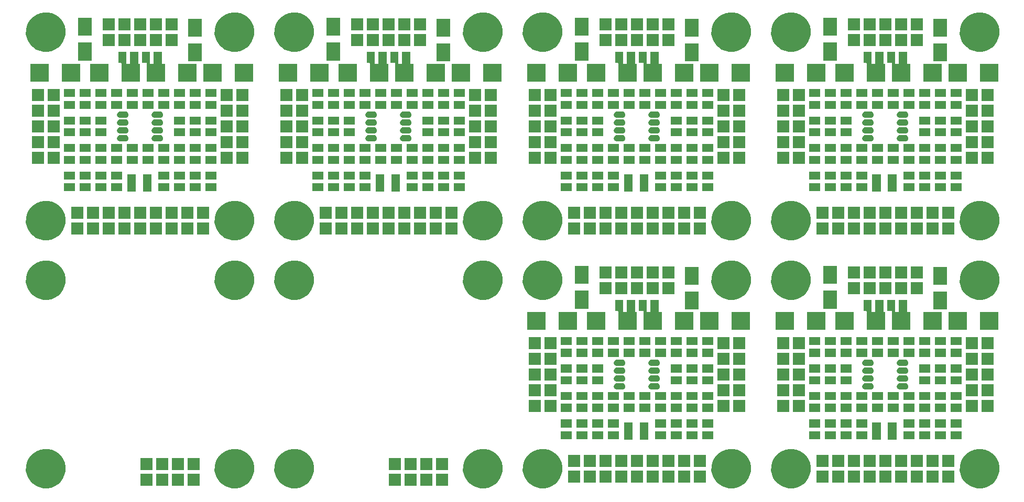
<source format=gbr>
G75*
G71*
%MOMM*%
%OFA0B0*%
%FSLAX53Y53*%
%IPPOS*%
%LPD*%
%ADD14C,0.50000*%
%ADD21C,0.10000*%
X0000000Y0000000D02*
G01*
D14*
G36*
X0035642Y0008024D02*
X0036257Y0007898D01*
X0036835Y0007655D01*
X0037356Y0007304D01*
X0037798Y0006858D01*
X0038145Y0006336D01*
X0038384Y0005755D01*
X0038506Y0005140D01*
X0038506Y0005140D01*
X0038506Y0005140D01*
X0038496Y0004423D01*
X0038496Y0004422D01*
X0038496Y0004422D01*
X0038357Y0003811D01*
X0038102Y0003238D01*
X0037740Y0002725D01*
X0037286Y0002292D01*
X0036756Y0001956D01*
X0036171Y0001729D01*
X0035553Y0001620D01*
X0034925Y0001633D01*
X0034312Y0001768D01*
X0033737Y0002019D01*
X0033222Y0002377D01*
X0032786Y0002829D01*
X0032446Y0003356D01*
X0032215Y0003940D01*
X0032102Y0004557D01*
X0032111Y0005184D01*
X0032241Y0005798D01*
X0032488Y0006375D01*
X0032843Y0006893D01*
X0033291Y0007332D01*
X0033816Y0007676D01*
X0034398Y0007911D01*
X0035015Y0008028D01*
X0035642Y0008024D01*
X0035642Y0008024D01*
G37*
G36*
X0005162Y0008024D02*
X0005777Y0007898D01*
X0006355Y0007655D01*
X0006876Y0007304D01*
X0007318Y0006858D01*
X0007665Y0006336D01*
X0007904Y0005755D01*
X0008026Y0005140D01*
X0008026Y0005140D01*
X0008026Y0005140D01*
X0008016Y0004423D01*
X0008016Y0004422D01*
X0008016Y0004422D01*
X0007877Y0003811D01*
X0007622Y0003238D01*
X0007260Y0002725D01*
X0006806Y0002292D01*
X0006276Y0001956D01*
X0005691Y0001729D01*
X0005073Y0001620D01*
X0004445Y0001633D01*
X0003832Y0001768D01*
X0003257Y0002019D01*
X0002742Y0002377D01*
X0002306Y0002829D01*
X0001966Y0003356D01*
X0001735Y0003940D01*
X0001622Y0004557D01*
X0001631Y0005184D01*
X0001761Y0005798D01*
X0002008Y0006375D01*
X0002363Y0006893D01*
X0002811Y0007332D01*
X0003336Y0007676D01*
X0003918Y0007911D01*
X0004535Y0008028D01*
X0005162Y0008024D01*
X0005162Y0008024D01*
G37*
G36*
X0022044Y0002086D02*
X0020120Y0002086D01*
X0020120Y0004010D01*
X0022044Y0004010D01*
X0022044Y0002086D01*
X0022044Y0002086D01*
G37*
G36*
X0029664Y0002086D02*
X0027740Y0002086D01*
X0027740Y0004010D01*
X0029664Y0004010D01*
X0029664Y0002086D01*
X0029664Y0002086D01*
G37*
G36*
X0027124Y0002086D02*
X0025200Y0002086D01*
X0025200Y0004010D01*
X0027124Y0004010D01*
X0027124Y0002086D01*
X0027124Y0002086D01*
G37*
G36*
X0024584Y0002086D02*
X0022660Y0002086D01*
X0022660Y0004010D01*
X0024584Y0004010D01*
X0024584Y0002086D01*
X0024584Y0002086D01*
G37*
G36*
X0024584Y0004626D02*
X0022660Y0004626D01*
X0022660Y0006550D01*
X0024584Y0006550D01*
X0024584Y0004626D01*
X0024584Y0004626D01*
G37*
G36*
X0022044Y0004626D02*
X0020120Y0004626D01*
X0020120Y0006550D01*
X0022044Y0006550D01*
X0022044Y0004626D01*
X0022044Y0004626D01*
G37*
G36*
X0027124Y0004626D02*
X0025200Y0004626D01*
X0025200Y0006550D01*
X0027124Y0006550D01*
X0027124Y0004626D01*
X0027124Y0004626D01*
G37*
G36*
X0029664Y0004626D02*
X0027740Y0004626D01*
X0027740Y0006550D01*
X0029664Y0006550D01*
X0029664Y0004626D01*
X0029664Y0004626D01*
G37*
G36*
X0005162Y0038504D02*
X0005777Y0038378D01*
X0006355Y0038135D01*
X0006876Y0037784D01*
X0007318Y0037338D01*
X0007665Y0036816D01*
X0007904Y0036235D01*
X0008026Y0035620D01*
X0008026Y0035620D01*
X0008026Y0035620D01*
X0008016Y0034903D01*
X0008016Y0034902D01*
X0008016Y0034902D01*
X0007877Y0034291D01*
X0007622Y0033718D01*
X0007260Y0033205D01*
X0006806Y0032772D01*
X0006276Y0032436D01*
X0005691Y0032209D01*
X0005073Y0032100D01*
X0004445Y0032113D01*
X0003832Y0032248D01*
X0003257Y0032499D01*
X0002742Y0032857D01*
X0002306Y0033309D01*
X0001966Y0033836D01*
X0001735Y0034420D01*
X0001622Y0035037D01*
X0001631Y0035664D01*
X0001761Y0036278D01*
X0002008Y0036855D01*
X0002363Y0037373D01*
X0002811Y0037812D01*
X0003336Y0038156D01*
X0003918Y0038391D01*
X0004535Y0038508D01*
X0005162Y0038504D01*
X0005162Y0038504D01*
G37*
G36*
X0035642Y0038504D02*
X0036257Y0038378D01*
X0036835Y0038135D01*
X0037356Y0037784D01*
X0037798Y0037338D01*
X0038145Y0036816D01*
X0038384Y0036235D01*
X0038506Y0035620D01*
X0038506Y0035620D01*
X0038506Y0035620D01*
X0038496Y0034903D01*
X0038496Y0034902D01*
X0038496Y0034902D01*
X0038357Y0034291D01*
X0038102Y0033718D01*
X0037740Y0033205D01*
X0037286Y0032772D01*
X0036756Y0032436D01*
X0036171Y0032209D01*
X0035553Y0032100D01*
X0034925Y0032113D01*
X0034312Y0032248D01*
X0033737Y0032499D01*
X0033222Y0032857D01*
X0032786Y0033309D01*
X0032446Y0033836D01*
X0032215Y0034420D01*
X0032102Y0035037D01*
X0032111Y0035664D01*
X0032241Y0036278D01*
X0032488Y0036855D01*
X0032843Y0037373D01*
X0033291Y0037812D01*
X0033816Y0038156D01*
X0034398Y0038391D01*
X0035015Y0038508D01*
X0035642Y0038504D01*
X0035642Y0038504D01*
G37*
X0040130Y0000000D02*
G01*
D14*
G36*
X0075772Y0008024D02*
X0076387Y0007898D01*
X0076965Y0007655D01*
X0077486Y0007304D01*
X0077928Y0006858D01*
X0078275Y0006336D01*
X0078514Y0005755D01*
X0078636Y0005140D01*
X0078636Y0005140D01*
X0078636Y0005140D01*
X0078626Y0004423D01*
X0078626Y0004422D01*
X0078626Y0004422D01*
X0078487Y0003811D01*
X0078232Y0003238D01*
X0077870Y0002725D01*
X0077416Y0002292D01*
X0076886Y0001956D01*
X0076301Y0001729D01*
X0075683Y0001620D01*
X0075055Y0001633D01*
X0074442Y0001768D01*
X0073867Y0002019D01*
X0073352Y0002377D01*
X0072916Y0002829D01*
X0072576Y0003356D01*
X0072345Y0003940D01*
X0072232Y0004557D01*
X0072241Y0005184D01*
X0072371Y0005798D01*
X0072618Y0006375D01*
X0072973Y0006893D01*
X0073421Y0007332D01*
X0073946Y0007676D01*
X0074528Y0007911D01*
X0075145Y0008028D01*
X0075772Y0008024D01*
X0075772Y0008024D01*
G37*
G36*
X0045292Y0008024D02*
X0045907Y0007898D01*
X0046485Y0007655D01*
X0047006Y0007304D01*
X0047448Y0006858D01*
X0047795Y0006336D01*
X0048034Y0005755D01*
X0048156Y0005140D01*
X0048156Y0005140D01*
X0048156Y0005140D01*
X0048146Y0004423D01*
X0048146Y0004422D01*
X0048146Y0004422D01*
X0048007Y0003811D01*
X0047752Y0003238D01*
X0047390Y0002725D01*
X0046936Y0002292D01*
X0046406Y0001956D01*
X0045821Y0001729D01*
X0045203Y0001620D01*
X0044575Y0001633D01*
X0043962Y0001768D01*
X0043387Y0002019D01*
X0042872Y0002377D01*
X0042436Y0002829D01*
X0042096Y0003356D01*
X0041865Y0003940D01*
X0041752Y0004557D01*
X0041761Y0005184D01*
X0041891Y0005798D01*
X0042138Y0006375D01*
X0042493Y0006893D01*
X0042941Y0007332D01*
X0043466Y0007676D01*
X0044048Y0007911D01*
X0044665Y0008028D01*
X0045292Y0008024D01*
X0045292Y0008024D01*
G37*
G36*
X0062174Y0002086D02*
X0060250Y0002086D01*
X0060250Y0004010D01*
X0062174Y0004010D01*
X0062174Y0002086D01*
X0062174Y0002086D01*
G37*
G36*
X0069794Y0002086D02*
X0067870Y0002086D01*
X0067870Y0004010D01*
X0069794Y0004010D01*
X0069794Y0002086D01*
X0069794Y0002086D01*
G37*
G36*
X0067254Y0002086D02*
X0065330Y0002086D01*
X0065330Y0004010D01*
X0067254Y0004010D01*
X0067254Y0002086D01*
X0067254Y0002086D01*
G37*
G36*
X0064714Y0002086D02*
X0062790Y0002086D01*
X0062790Y0004010D01*
X0064714Y0004010D01*
X0064714Y0002086D01*
X0064714Y0002086D01*
G37*
G36*
X0064714Y0004626D02*
X0062790Y0004626D01*
X0062790Y0006550D01*
X0064714Y0006550D01*
X0064714Y0004626D01*
X0064714Y0004626D01*
G37*
G36*
X0062174Y0004626D02*
X0060250Y0004626D01*
X0060250Y0006550D01*
X0062174Y0006550D01*
X0062174Y0004626D01*
X0062174Y0004626D01*
G37*
G36*
X0067254Y0004626D02*
X0065330Y0004626D01*
X0065330Y0006550D01*
X0067254Y0006550D01*
X0067254Y0004626D01*
X0067254Y0004626D01*
G37*
G36*
X0069794Y0004626D02*
X0067870Y0004626D01*
X0067870Y0006550D01*
X0069794Y0006550D01*
X0069794Y0004626D01*
X0069794Y0004626D01*
G37*
G36*
X0045292Y0038504D02*
X0045907Y0038378D01*
X0046485Y0038135D01*
X0047006Y0037784D01*
X0047448Y0037338D01*
X0047795Y0036816D01*
X0048034Y0036235D01*
X0048156Y0035620D01*
X0048156Y0035620D01*
X0048156Y0035620D01*
X0048146Y0034903D01*
X0048146Y0034902D01*
X0048146Y0034902D01*
X0048007Y0034291D01*
X0047752Y0033718D01*
X0047390Y0033205D01*
X0046936Y0032772D01*
X0046406Y0032436D01*
X0045821Y0032209D01*
X0045203Y0032100D01*
X0044575Y0032113D01*
X0043962Y0032248D01*
X0043387Y0032499D01*
X0042872Y0032857D01*
X0042436Y0033309D01*
X0042096Y0033836D01*
X0041865Y0034420D01*
X0041752Y0035037D01*
X0041761Y0035664D01*
X0041891Y0036278D01*
X0042138Y0036855D01*
X0042493Y0037373D01*
X0042941Y0037812D01*
X0043466Y0038156D01*
X0044048Y0038391D01*
X0044665Y0038508D01*
X0045292Y0038504D01*
X0045292Y0038504D01*
G37*
G36*
X0075772Y0038504D02*
X0076387Y0038378D01*
X0076965Y0038135D01*
X0077486Y0037784D01*
X0077928Y0037338D01*
X0078275Y0036816D01*
X0078514Y0036235D01*
X0078636Y0035620D01*
X0078636Y0035620D01*
X0078636Y0035620D01*
X0078626Y0034903D01*
X0078626Y0034902D01*
X0078626Y0034902D01*
X0078487Y0034291D01*
X0078232Y0033718D01*
X0077870Y0033205D01*
X0077416Y0032772D01*
X0076886Y0032436D01*
X0076301Y0032209D01*
X0075683Y0032100D01*
X0075055Y0032113D01*
X0074442Y0032248D01*
X0073867Y0032499D01*
X0073352Y0032857D01*
X0072916Y0033309D01*
X0072576Y0033836D01*
X0072345Y0034420D01*
X0072232Y0035037D01*
X0072241Y0035664D01*
X0072371Y0036278D01*
X0072618Y0036855D01*
X0072973Y0037373D01*
X0073421Y0037812D01*
X0073946Y0038156D01*
X0074528Y0038391D01*
X0075145Y0038508D01*
X0075772Y0038504D01*
X0075772Y0038504D01*
G37*
X0080260Y0000000D02*
G01*
D21*
G36*
X0085422Y0008024D02*
X0086037Y0007898D01*
X0086615Y0007654D01*
X0087136Y0007304D01*
X0087578Y0006858D01*
X0087925Y0006336D01*
X0088164Y0005755D01*
X0088286Y0005140D01*
X0088286Y0005140D01*
X0088286Y0005140D01*
X0088276Y0004423D01*
X0088276Y0004422D01*
X0088276Y0004422D01*
X0088137Y0003811D01*
X0087882Y0003238D01*
X0087520Y0002725D01*
X0087066Y0002292D01*
X0086536Y0001956D01*
X0085951Y0001729D01*
X0085333Y0001620D01*
X0084705Y0001633D01*
X0084092Y0001768D01*
X0083517Y0002019D01*
X0083002Y0002377D01*
X0082566Y0002829D01*
X0082226Y0003356D01*
X0081995Y0003940D01*
X0081882Y0004557D01*
X0081891Y0005184D01*
X0082021Y0005798D01*
X0082268Y0006375D01*
X0082623Y0006893D01*
X0083071Y0007332D01*
X0083596Y0007676D01*
X0084178Y0007911D01*
X0084795Y0008028D01*
X0085422Y0008024D01*
X0085422Y0008024D01*
G37*
G36*
X0115902Y0008024D02*
X0116517Y0007898D01*
X0117095Y0007654D01*
X0117616Y0007304D01*
X0118058Y0006858D01*
X0118405Y0006336D01*
X0118644Y0005755D01*
X0118766Y0005140D01*
X0118766Y0005140D01*
X0118766Y0005140D01*
X0118756Y0004423D01*
X0118756Y0004422D01*
X0118756Y0004422D01*
X0118617Y0003811D01*
X0118362Y0003238D01*
X0118000Y0002725D01*
X0117546Y0002292D01*
X0117016Y0001956D01*
X0116431Y0001729D01*
X0115813Y0001620D01*
X0115185Y0001633D01*
X0114572Y0001768D01*
X0113997Y0002019D01*
X0113482Y0002377D01*
X0113046Y0002829D01*
X0112706Y0003356D01*
X0112475Y0003940D01*
X0112362Y0004557D01*
X0112371Y0005184D01*
X0112501Y0005798D01*
X0112748Y0006375D01*
X0113103Y0006893D01*
X0113551Y0007332D01*
X0114076Y0007676D01*
X0114658Y0007911D01*
X0115275Y0008028D01*
X0115902Y0008024D01*
X0115902Y0008024D01*
G37*
G36*
X0096208Y0002594D02*
X0094284Y0002594D01*
X0094284Y0004518D01*
X0096208Y0004518D01*
X0096208Y0002594D01*
X0096208Y0002594D01*
G37*
G36*
X0098748Y0002594D02*
X0096824Y0002594D01*
X0096824Y0004518D01*
X0098748Y0004518D01*
X0098748Y0002594D01*
X0098748Y0002594D01*
G37*
G36*
X0101288Y0002594D02*
X0099364Y0002594D01*
X0099364Y0004518D01*
X0101288Y0004518D01*
X0101288Y0002594D01*
X0101288Y0002594D01*
G37*
G36*
X0093668Y0002594D02*
X0091744Y0002594D01*
X0091744Y0004518D01*
X0093668Y0004518D01*
X0093668Y0002594D01*
X0093668Y0002594D01*
G37*
G36*
X0103828Y0002594D02*
X0101904Y0002594D01*
X0101904Y0004518D01*
X0103828Y0004518D01*
X0103828Y0002594D01*
X0103828Y0002594D01*
G37*
G36*
X0106368Y0002594D02*
X0104444Y0002594D01*
X0104444Y0004518D01*
X0106368Y0004518D01*
X0106368Y0002594D01*
X0106368Y0002594D01*
G37*
G36*
X0091128Y0002594D02*
X0089204Y0002594D01*
X0089204Y0004518D01*
X0091128Y0004518D01*
X0091128Y0002594D01*
X0091128Y0002594D01*
G37*
G36*
X0108908Y0002594D02*
X0106984Y0002594D01*
X0106984Y0004518D01*
X0108908Y0004518D01*
X0108908Y0002594D01*
X0108908Y0002594D01*
G37*
G36*
X0111448Y0002594D02*
X0109524Y0002594D01*
X0109524Y0004518D01*
X0111448Y0004518D01*
X0111448Y0002594D01*
X0111448Y0002594D01*
G37*
G36*
X0103828Y0005134D02*
X0101904Y0005134D01*
X0101904Y0007058D01*
X0103828Y0007058D01*
X0103828Y0005134D01*
X0103828Y0005134D01*
G37*
G36*
X0108908Y0005134D02*
X0106984Y0005134D01*
X0106984Y0007058D01*
X0108908Y0007058D01*
X0108908Y0005134D01*
X0108908Y0005134D01*
G37*
G36*
X0106368Y0005134D02*
X0104444Y0005134D01*
X0104444Y0007058D01*
X0106368Y0007058D01*
X0106368Y0005134D01*
X0106368Y0005134D01*
G37*
G36*
X0101288Y0005134D02*
X0099364Y0005134D01*
X0099364Y0007058D01*
X0101288Y0007058D01*
X0101288Y0005134D01*
X0101288Y0005134D01*
G37*
G36*
X0096208Y0005134D02*
X0094284Y0005134D01*
X0094284Y0007058D01*
X0096208Y0007058D01*
X0096208Y0005134D01*
X0096208Y0005134D01*
G37*
G36*
X0091128Y0005134D02*
X0089204Y0005134D01*
X0089204Y0007058D01*
X0091128Y0007058D01*
X0091128Y0005134D01*
X0091128Y0005134D01*
G37*
G36*
X0111448Y0005134D02*
X0109524Y0005134D01*
X0109524Y0007058D01*
X0111448Y0007058D01*
X0111448Y0005134D01*
X0111448Y0005134D01*
G37*
G36*
X0093668Y0005134D02*
X0091744Y0005134D01*
X0091744Y0007058D01*
X0093668Y0007058D01*
X0093668Y0005134D01*
X0093668Y0005134D01*
G37*
G36*
X0098748Y0005134D02*
X0096824Y0005134D01*
X0096824Y0007058D01*
X0098748Y0007058D01*
X0098748Y0005134D01*
X0098748Y0005134D01*
G37*
G36*
X0102169Y0009519D02*
X0100769Y0009519D01*
X0100769Y0012324D01*
X0102169Y0012324D01*
X0102169Y0009519D01*
X0102169Y0009519D01*
G37*
G36*
X0099629Y0009519D02*
X0098229Y0009519D01*
X0098229Y0012324D01*
X0099629Y0012324D01*
X0099629Y0009519D01*
X0099629Y0009519D01*
G37*
G36*
X0107575Y0009579D02*
X0105778Y0009579D01*
X0105778Y0010868D01*
X0107575Y0010868D01*
X0107575Y0009579D01*
X0107575Y0009579D01*
G37*
G36*
X0089795Y0009579D02*
X0087998Y0009579D01*
X0087998Y0010868D01*
X0089795Y0010868D01*
X0089795Y0009579D01*
X0089795Y0009579D01*
G37*
G36*
X0092335Y0009579D02*
X0090538Y0009579D01*
X0090538Y0010868D01*
X0092335Y0010868D01*
X0092335Y0009579D01*
X0092335Y0009579D01*
G37*
G36*
X0094875Y0009579D02*
X0093078Y0009579D01*
X0093078Y0010868D01*
X0094875Y0010868D01*
X0094875Y0009579D01*
X0094875Y0009579D01*
G37*
G36*
X0097415Y0009579D02*
X0095618Y0009579D01*
X0095618Y0010868D01*
X0097415Y0010868D01*
X0097415Y0009579D01*
X0097415Y0009579D01*
G37*
G36*
X0105035Y0009579D02*
X0103238Y0009579D01*
X0103238Y0010868D01*
X0105035Y0010868D01*
X0105035Y0009579D01*
X0105035Y0009579D01*
G37*
G36*
X0110115Y0009579D02*
X0108318Y0009579D01*
X0108318Y0010868D01*
X0110115Y0010868D01*
X0110115Y0009579D01*
X0110115Y0009579D01*
G37*
G36*
X0112655Y0009579D02*
X0110858Y0009579D01*
X0110858Y0010868D01*
X0112655Y0010868D01*
X0112655Y0009579D01*
X0112655Y0009579D01*
G37*
G36*
X0089795Y0011484D02*
X0087998Y0011484D01*
X0087998Y0012773D01*
X0089795Y0012773D01*
X0089795Y0011484D01*
X0089795Y0011484D01*
G37*
G36*
X0105035Y0011484D02*
X0103238Y0011484D01*
X0103238Y0012773D01*
X0105035Y0012773D01*
X0105035Y0011484D01*
X0105035Y0011484D01*
G37*
G36*
X0097415Y0011484D02*
X0095618Y0011484D01*
X0095618Y0012773D01*
X0097415Y0012773D01*
X0097415Y0011484D01*
X0097415Y0011484D01*
G37*
G36*
X0092335Y0011484D02*
X0090538Y0011484D01*
X0090538Y0012773D01*
X0092335Y0012773D01*
X0092335Y0011484D01*
X0092335Y0011484D01*
G37*
G36*
X0094875Y0011484D02*
X0093078Y0011484D01*
X0093078Y0012773D01*
X0094875Y0012773D01*
X0094875Y0011484D01*
X0094875Y0011484D01*
G37*
G36*
X0112655Y0011484D02*
X0110858Y0011484D01*
X0110858Y0012773D01*
X0112655Y0012773D01*
X0112655Y0011484D01*
X0112655Y0011484D01*
G37*
G36*
X0107575Y0011484D02*
X0105778Y0011484D01*
X0105778Y0012773D01*
X0107575Y0012773D01*
X0107575Y0011484D01*
X0107575Y0011484D01*
G37*
G36*
X0110115Y0011484D02*
X0108318Y0011484D01*
X0108318Y0012773D01*
X0110115Y0012773D01*
X0110115Y0011484D01*
X0110115Y0011484D01*
G37*
G36*
X0084778Y0014024D02*
X0082854Y0014024D01*
X0082854Y0015948D01*
X0084778Y0015948D01*
X0084778Y0014024D01*
X0084778Y0014024D01*
G37*
G36*
X0112655Y0014024D02*
X0110858Y0014024D01*
X0110858Y0015313D01*
X0112655Y0015313D01*
X0112655Y0014024D01*
X0112655Y0014024D01*
G37*
G36*
X0089795Y0014024D02*
X0087998Y0014024D01*
X0087998Y0015313D01*
X0089795Y0015313D01*
X0089795Y0014024D01*
X0089795Y0014024D01*
G37*
G36*
X0115258Y0014024D02*
X0113334Y0014024D01*
X0113334Y0015948D01*
X0115258Y0015948D01*
X0115258Y0014024D01*
X0115258Y0014024D01*
G37*
G36*
X0092335Y0014024D02*
X0090538Y0014024D01*
X0090538Y0015313D01*
X0092335Y0015313D01*
X0092335Y0014024D01*
X0092335Y0014024D01*
G37*
G36*
X0097415Y0014024D02*
X0095618Y0014024D01*
X0095618Y0015313D01*
X0097415Y0015313D01*
X0097415Y0014024D01*
X0097415Y0014024D01*
G37*
G36*
X0099955Y0014024D02*
X0098158Y0014024D01*
X0098158Y0015313D01*
X0099955Y0015313D01*
X0099955Y0014024D01*
X0099955Y0014024D01*
G37*
G36*
X0102495Y0014024D02*
X0100698Y0014024D01*
X0100698Y0015313D01*
X0102495Y0015313D01*
X0102495Y0014024D01*
X0102495Y0014024D01*
G37*
G36*
X0087318Y0014024D02*
X0085394Y0014024D01*
X0085394Y0015948D01*
X0087318Y0015948D01*
X0087318Y0014024D01*
X0087318Y0014024D01*
G37*
G36*
X0107575Y0014024D02*
X0105778Y0014024D01*
X0105778Y0015313D01*
X0107575Y0015313D01*
X0107575Y0014024D01*
X0107575Y0014024D01*
G37*
G36*
X0094875Y0014024D02*
X0093078Y0014024D01*
X0093078Y0015313D01*
X0094875Y0015313D01*
X0094875Y0014024D01*
X0094875Y0014024D01*
G37*
G36*
X0105035Y0014024D02*
X0103238Y0014024D01*
X0103238Y0015313D01*
X0105035Y0015313D01*
X0105035Y0014024D01*
X0105035Y0014024D01*
G37*
G36*
X0110115Y0014024D02*
X0108318Y0014024D01*
X0108318Y0015313D01*
X0110115Y0015313D01*
X0110115Y0014024D01*
X0110115Y0014024D01*
G37*
G36*
X0117798Y0014024D02*
X0115874Y0014024D01*
X0115874Y0015948D01*
X0117798Y0015948D01*
X0117798Y0014024D01*
X0117798Y0014024D01*
G37*
G36*
X0107575Y0015929D02*
X0105778Y0015929D01*
X0105778Y0017218D01*
X0107575Y0017218D01*
X0107575Y0015929D01*
X0107575Y0015929D01*
G37*
G36*
X0094875Y0015929D02*
X0093078Y0015929D01*
X0093078Y0017218D01*
X0094875Y0017218D01*
X0094875Y0015929D01*
X0094875Y0015929D01*
G37*
G36*
X0102495Y0015929D02*
X0100698Y0015929D01*
X0100698Y0017218D01*
X0102495Y0017218D01*
X0102495Y0015929D01*
X0102495Y0015929D01*
G37*
G36*
X0099955Y0015929D02*
X0098158Y0015929D01*
X0098158Y0017218D01*
X0099955Y0017218D01*
X0099955Y0015929D01*
X0099955Y0015929D01*
G37*
G36*
X0112655Y0015929D02*
X0110858Y0015929D01*
X0110858Y0017218D01*
X0112655Y0017218D01*
X0112655Y0015929D01*
X0112655Y0015929D01*
G37*
G36*
X0092335Y0015929D02*
X0090538Y0015929D01*
X0090538Y0017218D01*
X0092335Y0017218D01*
X0092335Y0015929D01*
X0092335Y0015929D01*
G37*
G36*
X0110115Y0015929D02*
X0108318Y0015929D01*
X0108318Y0017218D01*
X0110115Y0017218D01*
X0110115Y0015929D01*
X0110115Y0015929D01*
G37*
G36*
X0105035Y0015929D02*
X0103238Y0015929D01*
X0103238Y0017218D01*
X0105035Y0017218D01*
X0105035Y0015929D01*
X0105035Y0015929D01*
G37*
G36*
X0089795Y0015929D02*
X0087998Y0015929D01*
X0087998Y0017218D01*
X0089795Y0017218D01*
X0089795Y0015929D01*
X0089795Y0015929D01*
G37*
G36*
X0097415Y0015929D02*
X0095618Y0015929D01*
X0095618Y0017218D01*
X0097415Y0017218D01*
X0097415Y0015929D01*
X0097415Y0015929D01*
G37*
G36*
X0084778Y0016564D02*
X0082854Y0016564D01*
X0082854Y0018488D01*
X0084778Y0018488D01*
X0084778Y0016564D01*
X0084778Y0016564D01*
G37*
G36*
X0087318Y0016564D02*
X0085394Y0016564D01*
X0085394Y0018488D01*
X0087318Y0018488D01*
X0087318Y0016564D01*
X0087318Y0016564D01*
G37*
G36*
X0115258Y0016564D02*
X0113334Y0016564D01*
X0113334Y0018488D01*
X0115258Y0018488D01*
X0115258Y0016564D01*
X0115258Y0016564D01*
G37*
G36*
X0117798Y0016564D02*
X0115874Y0016564D01*
X0115874Y0018488D01*
X0117798Y0018488D01*
X0117798Y0016564D01*
X0117798Y0016564D01*
G37*
G36*
X0103559Y0018666D02*
X0103559Y0018666D01*
X0103563Y0018666D01*
X0103661Y0018655D01*
X0103755Y0018625D01*
X0103842Y0018578D01*
X0103917Y0018514D01*
X0103979Y0018437D01*
X0104024Y0018350D01*
X0104052Y0018256D01*
X0104052Y0018256D01*
X0104052Y0018255D01*
X0104061Y0018157D01*
X0104051Y0018060D01*
X0104051Y0018060D01*
X0104051Y0018059D01*
X0104022Y0017965D01*
X0103975Y0017879D01*
X0103912Y0017803D01*
X0103836Y0017741D01*
X0103749Y0017694D01*
X0103654Y0017666D01*
X0103556Y0017656D01*
X0102684Y0017656D01*
X0102681Y0017656D01*
X0102681Y0017656D01*
X0102677Y0017656D01*
X0102579Y0017667D01*
X0102485Y0017697D01*
X0102398Y0017744D01*
X0102323Y0017808D01*
X0102261Y0017885D01*
X0102216Y0017972D01*
X0102188Y0018066D01*
X0102188Y0018066D01*
X0102188Y0018067D01*
X0102179Y0018165D01*
X0102189Y0018262D01*
X0102189Y0018262D01*
X0102189Y0018263D01*
X0102218Y0018357D01*
X0102265Y0018443D01*
X0102328Y0018519D01*
X0102404Y0018581D01*
X0102491Y0018628D01*
X0102586Y0018656D01*
X0102684Y0018666D01*
X0103556Y0018666D01*
X0103559Y0018666D01*
X0103559Y0018666D01*
G37*
G36*
X0097971Y0018666D02*
X0097971Y0018666D01*
X0097975Y0018666D01*
X0098073Y0018655D01*
X0098167Y0018625D01*
X0098254Y0018578D01*
X0098329Y0018514D01*
X0098391Y0018437D01*
X0098436Y0018350D01*
X0098464Y0018256D01*
X0098464Y0018256D01*
X0098464Y0018255D01*
X0098473Y0018157D01*
X0098463Y0018060D01*
X0098463Y0018060D01*
X0098463Y0018059D01*
X0098434Y0017965D01*
X0098387Y0017879D01*
X0098324Y0017803D01*
X0098248Y0017741D01*
X0098161Y0017694D01*
X0098066Y0017666D01*
X0097968Y0017656D01*
X0097096Y0017656D01*
X0097093Y0017656D01*
X0097093Y0017656D01*
X0097089Y0017656D01*
X0096991Y0017667D01*
X0096897Y0017697D01*
X0096810Y0017744D01*
X0096735Y0017808D01*
X0096673Y0017885D01*
X0096628Y0017972D01*
X0096600Y0018066D01*
X0096600Y0018066D01*
X0096600Y0018067D01*
X0096591Y0018165D01*
X0096601Y0018262D01*
X0096601Y0018262D01*
X0096601Y0018263D01*
X0096630Y0018357D01*
X0096677Y0018443D01*
X0096740Y0018519D01*
X0096816Y0018581D01*
X0096903Y0018628D01*
X0096998Y0018656D01*
X0097096Y0018666D01*
X0097968Y0018666D01*
X0097971Y0018666D01*
X0097971Y0018666D01*
G37*
G36*
X0107575Y0018469D02*
X0105778Y0018469D01*
X0105778Y0019758D01*
X0107575Y0019758D01*
X0107575Y0018469D01*
X0107575Y0018469D01*
G37*
G36*
X0092335Y0018469D02*
X0090538Y0018469D01*
X0090538Y0019758D01*
X0092335Y0019758D01*
X0092335Y0018469D01*
X0092335Y0018469D01*
G37*
G36*
X0094875Y0018469D02*
X0093078Y0018469D01*
X0093078Y0019758D01*
X0094875Y0019758D01*
X0094875Y0018469D01*
X0094875Y0018469D01*
G37*
G36*
X0110115Y0018469D02*
X0108318Y0018469D01*
X0108318Y0019758D01*
X0110115Y0019758D01*
X0110115Y0018469D01*
X0110115Y0018469D01*
G37*
G36*
X0089795Y0018469D02*
X0087998Y0018469D01*
X0087998Y0019758D01*
X0089795Y0019758D01*
X0089795Y0018469D01*
X0089795Y0018469D01*
G37*
G36*
X0112655Y0018469D02*
X0110858Y0018469D01*
X0110858Y0019758D01*
X0112655Y0019758D01*
X0112655Y0018469D01*
X0112655Y0018469D01*
G37*
G36*
X0097971Y0019936D02*
X0097971Y0019936D01*
X0097975Y0019936D01*
X0098073Y0019925D01*
X0098167Y0019895D01*
X0098254Y0019848D01*
X0098329Y0019784D01*
X0098391Y0019707D01*
X0098436Y0019620D01*
X0098464Y0019526D01*
X0098464Y0019526D01*
X0098464Y0019525D01*
X0098473Y0019427D01*
X0098463Y0019330D01*
X0098463Y0019330D01*
X0098463Y0019329D01*
X0098434Y0019235D01*
X0098387Y0019149D01*
X0098324Y0019073D01*
X0098248Y0019011D01*
X0098161Y0018964D01*
X0098066Y0018936D01*
X0097968Y0018926D01*
X0097096Y0018926D01*
X0097093Y0018926D01*
X0097093Y0018926D01*
X0097089Y0018926D01*
X0096991Y0018937D01*
X0096897Y0018967D01*
X0096810Y0019014D01*
X0096735Y0019078D01*
X0096673Y0019155D01*
X0096628Y0019242D01*
X0096600Y0019336D01*
X0096600Y0019336D01*
X0096600Y0019337D01*
X0096591Y0019435D01*
X0096601Y0019532D01*
X0096601Y0019532D01*
X0096601Y0019533D01*
X0096630Y0019627D01*
X0096677Y0019713D01*
X0096740Y0019789D01*
X0096816Y0019851D01*
X0096903Y0019898D01*
X0096998Y0019926D01*
X0097096Y0019936D01*
X0097968Y0019936D01*
X0097971Y0019936D01*
X0097971Y0019936D01*
G37*
G36*
X0103559Y0019936D02*
X0103559Y0019936D01*
X0103563Y0019936D01*
X0103661Y0019925D01*
X0103755Y0019895D01*
X0103842Y0019848D01*
X0103917Y0019784D01*
X0103979Y0019707D01*
X0104024Y0019620D01*
X0104052Y0019526D01*
X0104052Y0019526D01*
X0104052Y0019525D01*
X0104061Y0019427D01*
X0104051Y0019330D01*
X0104051Y0019330D01*
X0104051Y0019329D01*
X0104022Y0019235D01*
X0103975Y0019149D01*
X0103912Y0019073D01*
X0103836Y0019011D01*
X0103749Y0018964D01*
X0103654Y0018936D01*
X0103556Y0018926D01*
X0102684Y0018926D01*
X0102681Y0018926D01*
X0102681Y0018926D01*
X0102677Y0018926D01*
X0102579Y0018937D01*
X0102485Y0018967D01*
X0102398Y0019014D01*
X0102323Y0019078D01*
X0102261Y0019155D01*
X0102216Y0019242D01*
X0102188Y0019336D01*
X0102188Y0019336D01*
X0102188Y0019337D01*
X0102179Y0019435D01*
X0102189Y0019532D01*
X0102189Y0019532D01*
X0102189Y0019533D01*
X0102218Y0019627D01*
X0102265Y0019713D01*
X0102328Y0019789D01*
X0102404Y0019851D01*
X0102491Y0019898D01*
X0102586Y0019926D01*
X0102684Y0019936D01*
X0103556Y0019936D01*
X0103559Y0019936D01*
X0103559Y0019936D01*
G37*
G36*
X0087318Y0019104D02*
X0085394Y0019104D01*
X0085394Y0021028D01*
X0087318Y0021028D01*
X0087318Y0019104D01*
X0087318Y0019104D01*
G37*
G36*
X0084778Y0019104D02*
X0082854Y0019104D01*
X0082854Y0021028D01*
X0084778Y0021028D01*
X0084778Y0019104D01*
X0084778Y0019104D01*
G37*
G36*
X0115258Y0019104D02*
X0113334Y0019104D01*
X0113334Y0021028D01*
X0115258Y0021028D01*
X0115258Y0019104D01*
X0115258Y0019104D01*
G37*
G36*
X0117798Y0019104D02*
X0115874Y0019104D01*
X0115874Y0021028D01*
X0117798Y0021028D01*
X0117798Y0019104D01*
X0117798Y0019104D01*
G37*
G36*
X0097971Y0021206D02*
X0097971Y0021206D01*
X0097975Y0021206D01*
X0098073Y0021195D01*
X0098167Y0021165D01*
X0098254Y0021118D01*
X0098329Y0021054D01*
X0098391Y0020977D01*
X0098436Y0020890D01*
X0098464Y0020796D01*
X0098464Y0020796D01*
X0098464Y0020795D01*
X0098473Y0020697D01*
X0098463Y0020600D01*
X0098463Y0020600D01*
X0098463Y0020599D01*
X0098434Y0020505D01*
X0098387Y0020419D01*
X0098324Y0020343D01*
X0098248Y0020281D01*
X0098161Y0020234D01*
X0098066Y0020206D01*
X0097968Y0020196D01*
X0097096Y0020196D01*
X0097093Y0020196D01*
X0097093Y0020196D01*
X0097089Y0020196D01*
X0096991Y0020207D01*
X0096897Y0020237D01*
X0096810Y0020284D01*
X0096735Y0020348D01*
X0096673Y0020425D01*
X0096628Y0020512D01*
X0096600Y0020606D01*
X0096600Y0020606D01*
X0096600Y0020607D01*
X0096591Y0020705D01*
X0096601Y0020802D01*
X0096601Y0020802D01*
X0096601Y0020803D01*
X0096630Y0020897D01*
X0096677Y0020983D01*
X0096740Y0021059D01*
X0096816Y0021121D01*
X0096903Y0021168D01*
X0096998Y0021196D01*
X0097096Y0021206D01*
X0097968Y0021206D01*
X0097971Y0021206D01*
X0097971Y0021206D01*
G37*
G36*
X0103559Y0021206D02*
X0103559Y0021206D01*
X0103563Y0021206D01*
X0103661Y0021195D01*
X0103755Y0021165D01*
X0103842Y0021118D01*
X0103917Y0021054D01*
X0103979Y0020977D01*
X0104024Y0020890D01*
X0104052Y0020796D01*
X0104052Y0020796D01*
X0104052Y0020795D01*
X0104061Y0020697D01*
X0104051Y0020600D01*
X0104051Y0020600D01*
X0104051Y0020599D01*
X0104022Y0020505D01*
X0103975Y0020419D01*
X0103912Y0020343D01*
X0103836Y0020281D01*
X0103749Y0020234D01*
X0103654Y0020206D01*
X0103556Y0020196D01*
X0102684Y0020196D01*
X0102681Y0020196D01*
X0102681Y0020196D01*
X0102677Y0020196D01*
X0102579Y0020207D01*
X0102485Y0020237D01*
X0102398Y0020284D01*
X0102323Y0020348D01*
X0102261Y0020425D01*
X0102216Y0020512D01*
X0102188Y0020606D01*
X0102188Y0020606D01*
X0102188Y0020607D01*
X0102179Y0020705D01*
X0102189Y0020802D01*
X0102189Y0020802D01*
X0102189Y0020803D01*
X0102218Y0020897D01*
X0102265Y0020983D01*
X0102328Y0021059D01*
X0102404Y0021121D01*
X0102491Y0021168D01*
X0102586Y0021196D01*
X0102684Y0021206D01*
X0103556Y0021206D01*
X0103559Y0021206D01*
X0103559Y0021206D01*
G37*
G36*
X0110115Y0020374D02*
X0108318Y0020374D01*
X0108318Y0021663D01*
X0110115Y0021663D01*
X0110115Y0020374D01*
X0110115Y0020374D01*
G37*
G36*
X0092335Y0020374D02*
X0090538Y0020374D01*
X0090538Y0021663D01*
X0092335Y0021663D01*
X0092335Y0020374D01*
X0092335Y0020374D01*
G37*
G36*
X0112655Y0020374D02*
X0110858Y0020374D01*
X0110858Y0021663D01*
X0112655Y0021663D01*
X0112655Y0020374D01*
X0112655Y0020374D01*
G37*
G36*
X0107575Y0020374D02*
X0105778Y0020374D01*
X0105778Y0021663D01*
X0107575Y0021663D01*
X0107575Y0020374D01*
X0107575Y0020374D01*
G37*
G36*
X0094875Y0020374D02*
X0093078Y0020374D01*
X0093078Y0021663D01*
X0094875Y0021663D01*
X0094875Y0020374D01*
X0094875Y0020374D01*
G37*
G36*
X0089795Y0020374D02*
X0087998Y0020374D01*
X0087998Y0021663D01*
X0089795Y0021663D01*
X0089795Y0020374D01*
X0089795Y0020374D01*
G37*
G36*
X0103559Y0022476D02*
X0103559Y0022476D01*
X0103563Y0022476D01*
X0103661Y0022465D01*
X0103755Y0022435D01*
X0103842Y0022388D01*
X0103917Y0022324D01*
X0103979Y0022247D01*
X0104024Y0022160D01*
X0104052Y0022066D01*
X0104052Y0022066D01*
X0104052Y0022065D01*
X0104061Y0021967D01*
X0104051Y0021870D01*
X0104051Y0021870D01*
X0104051Y0021869D01*
X0104022Y0021775D01*
X0103975Y0021689D01*
X0103912Y0021613D01*
X0103836Y0021551D01*
X0103749Y0021504D01*
X0103654Y0021476D01*
X0103556Y0021466D01*
X0102684Y0021466D01*
X0102681Y0021466D01*
X0102681Y0021466D01*
X0102677Y0021466D01*
X0102579Y0021477D01*
X0102485Y0021507D01*
X0102398Y0021554D01*
X0102323Y0021618D01*
X0102261Y0021695D01*
X0102216Y0021782D01*
X0102188Y0021876D01*
X0102188Y0021876D01*
X0102188Y0021877D01*
X0102179Y0021975D01*
X0102189Y0022072D01*
X0102189Y0022072D01*
X0102189Y0022073D01*
X0102218Y0022167D01*
X0102265Y0022253D01*
X0102328Y0022329D01*
X0102404Y0022391D01*
X0102491Y0022438D01*
X0102586Y0022466D01*
X0102684Y0022476D01*
X0103556Y0022476D01*
X0103559Y0022476D01*
X0103559Y0022476D01*
G37*
G36*
X0097971Y0022476D02*
X0097971Y0022476D01*
X0097975Y0022476D01*
X0098073Y0022465D01*
X0098167Y0022435D01*
X0098254Y0022388D01*
X0098329Y0022324D01*
X0098391Y0022247D01*
X0098436Y0022160D01*
X0098464Y0022066D01*
X0098464Y0022066D01*
X0098464Y0022065D01*
X0098473Y0021967D01*
X0098463Y0021870D01*
X0098463Y0021870D01*
X0098463Y0021869D01*
X0098434Y0021775D01*
X0098387Y0021689D01*
X0098324Y0021613D01*
X0098248Y0021551D01*
X0098161Y0021504D01*
X0098066Y0021476D01*
X0097968Y0021466D01*
X0097096Y0021466D01*
X0097093Y0021466D01*
X0097093Y0021466D01*
X0097089Y0021466D01*
X0096991Y0021477D01*
X0096897Y0021507D01*
X0096810Y0021554D01*
X0096735Y0021618D01*
X0096673Y0021695D01*
X0096628Y0021782D01*
X0096600Y0021876D01*
X0096600Y0021876D01*
X0096600Y0021877D01*
X0096591Y0021975D01*
X0096601Y0022072D01*
X0096601Y0022072D01*
X0096601Y0022073D01*
X0096630Y0022167D01*
X0096677Y0022253D01*
X0096740Y0022329D01*
X0096816Y0022391D01*
X0096903Y0022438D01*
X0096998Y0022466D01*
X0097096Y0022476D01*
X0097968Y0022476D01*
X0097971Y0022476D01*
X0097971Y0022476D01*
G37*
G36*
X0115258Y0021644D02*
X0113334Y0021644D01*
X0113334Y0023568D01*
X0115258Y0023568D01*
X0115258Y0021644D01*
X0115258Y0021644D01*
G37*
G36*
X0084778Y0021644D02*
X0082854Y0021644D01*
X0082854Y0023568D01*
X0084778Y0023568D01*
X0084778Y0021644D01*
X0084778Y0021644D01*
G37*
G36*
X0087318Y0021644D02*
X0085394Y0021644D01*
X0085394Y0023568D01*
X0087318Y0023568D01*
X0087318Y0021644D01*
X0087318Y0021644D01*
G37*
G36*
X0117798Y0021644D02*
X0115874Y0021644D01*
X0115874Y0023568D01*
X0117798Y0023568D01*
X0117798Y0021644D01*
X0117798Y0021644D01*
G37*
G36*
X0099955Y0022914D02*
X0098158Y0022914D01*
X0098158Y0024203D01*
X0099955Y0024203D01*
X0099955Y0022914D01*
X0099955Y0022914D01*
G37*
G36*
X0112655Y0022914D02*
X0110858Y0022914D01*
X0110858Y0024203D01*
X0112655Y0024203D01*
X0112655Y0022914D01*
X0112655Y0022914D01*
G37*
G36*
X0094875Y0022914D02*
X0093078Y0022914D01*
X0093078Y0024203D01*
X0094875Y0024203D01*
X0094875Y0022914D01*
X0094875Y0022914D01*
G37*
G36*
X0107575Y0022914D02*
X0105778Y0022914D01*
X0105778Y0024203D01*
X0107575Y0024203D01*
X0107575Y0022914D01*
X0107575Y0022914D01*
G37*
G36*
X0092335Y0022914D02*
X0090538Y0022914D01*
X0090538Y0024203D01*
X0092335Y0024203D01*
X0092335Y0022914D01*
X0092335Y0022914D01*
G37*
G36*
X0110115Y0022914D02*
X0108318Y0022914D01*
X0108318Y0024203D01*
X0110115Y0024203D01*
X0110115Y0022914D01*
X0110115Y0022914D01*
G37*
G36*
X0097415Y0022914D02*
X0095618Y0022914D01*
X0095618Y0024203D01*
X0097415Y0024203D01*
X0097415Y0022914D01*
X0097415Y0022914D01*
G37*
G36*
X0105035Y0022914D02*
X0103238Y0022914D01*
X0103238Y0024203D01*
X0105035Y0024203D01*
X0105035Y0022914D01*
X0105035Y0022914D01*
G37*
G36*
X0089795Y0022914D02*
X0087998Y0022914D01*
X0087998Y0024203D01*
X0089795Y0024203D01*
X0089795Y0022914D01*
X0089795Y0022914D01*
G37*
G36*
X0102495Y0022914D02*
X0100698Y0022914D01*
X0100698Y0024203D01*
X0102495Y0024203D01*
X0102495Y0022914D01*
X0102495Y0022914D01*
G37*
G36*
X0084778Y0024184D02*
X0082854Y0024184D01*
X0082854Y0026108D01*
X0084778Y0026108D01*
X0084778Y0024184D01*
X0084778Y0024184D01*
G37*
G36*
X0115258Y0024184D02*
X0113334Y0024184D01*
X0113334Y0026108D01*
X0115258Y0026108D01*
X0115258Y0024184D01*
X0115258Y0024184D01*
G37*
G36*
X0117798Y0024184D02*
X0115874Y0024184D01*
X0115874Y0026108D01*
X0117798Y0026108D01*
X0117798Y0024184D01*
X0117798Y0024184D01*
G37*
G36*
X0087318Y0024184D02*
X0085394Y0024184D01*
X0085394Y0026108D01*
X0087318Y0026108D01*
X0087318Y0024184D01*
X0087318Y0024184D01*
G37*
G36*
X0105035Y0024819D02*
X0103238Y0024819D01*
X0103238Y0026108D01*
X0105035Y0026108D01*
X0105035Y0024819D01*
X0105035Y0024819D01*
G37*
G36*
X0102495Y0024819D02*
X0100698Y0024819D01*
X0100698Y0026108D01*
X0102495Y0026108D01*
X0102495Y0024819D01*
X0102495Y0024819D01*
G37*
G36*
X0112655Y0024819D02*
X0110858Y0024819D01*
X0110858Y0026108D01*
X0112655Y0026108D01*
X0112655Y0024819D01*
X0112655Y0024819D01*
G37*
G36*
X0097415Y0024819D02*
X0095618Y0024819D01*
X0095618Y0026108D01*
X0097415Y0026108D01*
X0097415Y0024819D01*
X0097415Y0024819D01*
G37*
G36*
X0099955Y0024819D02*
X0098158Y0024819D01*
X0098158Y0026108D01*
X0099955Y0026108D01*
X0099955Y0024819D01*
X0099955Y0024819D01*
G37*
G36*
X0094875Y0024819D02*
X0093078Y0024819D01*
X0093078Y0026108D01*
X0094875Y0026108D01*
X0094875Y0024819D01*
X0094875Y0024819D01*
G37*
G36*
X0107575Y0024819D02*
X0105778Y0024819D01*
X0105778Y0026108D01*
X0107575Y0026108D01*
X0107575Y0024819D01*
X0107575Y0024819D01*
G37*
G36*
X0110115Y0024819D02*
X0108318Y0024819D01*
X0108318Y0026108D01*
X0110115Y0026108D01*
X0110115Y0024819D01*
X0110115Y0024819D01*
G37*
G36*
X0092335Y0024819D02*
X0090538Y0024819D01*
X0090538Y0026108D01*
X0092335Y0026108D01*
X0092335Y0024819D01*
X0092335Y0024819D01*
G37*
G36*
X0089795Y0024819D02*
X0087998Y0024819D01*
X0087998Y0026108D01*
X0089795Y0026108D01*
X0089795Y0024819D01*
X0089795Y0024819D01*
G37*
G36*
X0113500Y0027252D02*
X0110550Y0027252D01*
X0110550Y0030152D01*
X0113500Y0030152D01*
X0113500Y0027252D01*
X0113500Y0027252D01*
G37*
G36*
X0098113Y0030252D02*
X0098117Y0030224D01*
X0098129Y0030198D01*
X0098147Y0030177D01*
X0098170Y0030161D01*
X0098197Y0030153D01*
X0098213Y0030152D01*
X0098629Y0030152D01*
X0098657Y0030156D01*
X0098683Y0030167D01*
X0098704Y0030185D01*
X0098719Y0030209D01*
X0098728Y0030236D01*
X0098729Y0030252D01*
X0098729Y0032140D01*
X0100018Y0032140D01*
X0100018Y0030252D01*
X0100022Y0030224D01*
X0100034Y0030198D01*
X0100052Y0030177D01*
X0100075Y0030161D01*
X0100102Y0030153D01*
X0100118Y0030152D01*
X0100262Y0030152D01*
X0100262Y0027252D01*
X0097312Y0027252D01*
X0097312Y0030243D01*
X0097308Y0030271D01*
X0097296Y0030297D01*
X0097278Y0030318D01*
X0097254Y0030334D01*
X0097228Y0030342D01*
X0097212Y0030343D01*
X0096824Y0030343D01*
X0096824Y0032140D01*
X0098113Y0032140D01*
X0098113Y0030252D01*
X0098113Y0030252D01*
G37*
G36*
X0118550Y0027252D02*
X0115600Y0027252D01*
X0115600Y0030152D01*
X0118550Y0030152D01*
X0118550Y0027252D01*
X0118550Y0027252D01*
G37*
G36*
X0090610Y0027252D02*
X0087660Y0027252D01*
X0087660Y0030152D01*
X0090610Y0030152D01*
X0090610Y0027252D01*
X0090610Y0027252D01*
G37*
G36*
X0085560Y0027252D02*
X0082610Y0027252D01*
X0082610Y0030152D01*
X0085560Y0030152D01*
X0085560Y0027252D01*
X0085560Y0027252D01*
G37*
G36*
X0109406Y0027252D02*
X0106456Y0027252D01*
X0106456Y0030152D01*
X0109406Y0030152D01*
X0109406Y0027252D01*
X0109406Y0027252D01*
G37*
G36*
X0101923Y0030252D02*
X0101927Y0030224D01*
X0101939Y0030198D01*
X0101957Y0030177D01*
X0101980Y0030161D01*
X0102007Y0030153D01*
X0102023Y0030152D01*
X0102439Y0030152D01*
X0102467Y0030156D01*
X0102493Y0030167D01*
X0102514Y0030185D01*
X0102529Y0030209D01*
X0102538Y0030236D01*
X0102539Y0030252D01*
X0102539Y0032140D01*
X0103828Y0032140D01*
X0103828Y0030252D01*
X0103832Y0030224D01*
X0103844Y0030198D01*
X0103862Y0030177D01*
X0103885Y0030161D01*
X0103912Y0030153D01*
X0103928Y0030152D01*
X0104356Y0030152D01*
X0104356Y0027252D01*
X0101406Y0027252D01*
X0101406Y0030243D01*
X0101402Y0030271D01*
X0101391Y0030297D01*
X0101372Y0030318D01*
X0101349Y0030334D01*
X0101322Y0030342D01*
X0101306Y0030343D01*
X0100634Y0030343D01*
X0100634Y0032140D01*
X0101923Y0032140D01*
X0101923Y0030252D01*
X0101923Y0030252D01*
G37*
G36*
X0095212Y0027252D02*
X0092262Y0027252D01*
X0092262Y0030152D01*
X0095212Y0030152D01*
X0095212Y0027252D01*
X0095212Y0027252D01*
G37*
G36*
X0110316Y0030587D02*
X0108116Y0030587D01*
X0108116Y0033487D01*
X0110316Y0033487D01*
X0110316Y0030587D01*
X0110316Y0030587D01*
G37*
G36*
X0092536Y0030714D02*
X0090336Y0030714D01*
X0090336Y0033614D01*
X0092536Y0033614D01*
X0092536Y0030714D01*
X0092536Y0030714D01*
G37*
G36*
X0085422Y0038504D02*
X0086037Y0038378D01*
X0086615Y0038134D01*
X0087136Y0037784D01*
X0087578Y0037338D01*
X0087925Y0036816D01*
X0088164Y0036235D01*
X0088286Y0035620D01*
X0088286Y0035620D01*
X0088286Y0035620D01*
X0088276Y0034903D01*
X0088276Y0034902D01*
X0088276Y0034902D01*
X0088137Y0034291D01*
X0087882Y0033718D01*
X0087520Y0033205D01*
X0087066Y0032772D01*
X0086536Y0032436D01*
X0085951Y0032209D01*
X0085333Y0032100D01*
X0084705Y0032113D01*
X0084092Y0032248D01*
X0083517Y0032499D01*
X0083002Y0032857D01*
X0082566Y0033309D01*
X0082226Y0033836D01*
X0081995Y0034420D01*
X0081882Y0035037D01*
X0081891Y0035664D01*
X0082021Y0036278D01*
X0082268Y0036855D01*
X0082623Y0037373D01*
X0083071Y0037812D01*
X0083596Y0038156D01*
X0084178Y0038391D01*
X0084795Y0038508D01*
X0085422Y0038504D01*
X0085422Y0038504D01*
G37*
G36*
X0115902Y0038504D02*
X0116517Y0038378D01*
X0117095Y0038134D01*
X0117616Y0037784D01*
X0118058Y0037338D01*
X0118405Y0036816D01*
X0118644Y0036235D01*
X0118766Y0035620D01*
X0118766Y0035620D01*
X0118766Y0035620D01*
X0118756Y0034903D01*
X0118756Y0034902D01*
X0118756Y0034902D01*
X0118617Y0034291D01*
X0118362Y0033718D01*
X0118000Y0033205D01*
X0117546Y0032772D01*
X0117016Y0032436D01*
X0116431Y0032209D01*
X0115813Y0032100D01*
X0115185Y0032113D01*
X0114572Y0032248D01*
X0113997Y0032499D01*
X0113482Y0032857D01*
X0113046Y0033309D01*
X0112706Y0033836D01*
X0112475Y0034420D01*
X0112362Y0035037D01*
X0112371Y0035664D01*
X0112501Y0036278D01*
X0112748Y0036855D01*
X0113103Y0037373D01*
X0113551Y0037812D01*
X0114076Y0038156D01*
X0114658Y0038391D01*
X0115275Y0038508D01*
X0115902Y0038504D01*
X0115902Y0038504D01*
G37*
G36*
X0106368Y0033074D02*
X0104444Y0033074D01*
X0104444Y0034998D01*
X0106368Y0034998D01*
X0106368Y0033074D01*
X0106368Y0033074D01*
G37*
G36*
X0103828Y0033074D02*
X0101904Y0033074D01*
X0101904Y0034998D01*
X0103828Y0034998D01*
X0103828Y0033074D01*
X0103828Y0033074D01*
G37*
G36*
X0101288Y0033074D02*
X0099364Y0033074D01*
X0099364Y0034998D01*
X0101288Y0034998D01*
X0101288Y0033074D01*
X0101288Y0033074D01*
G37*
G36*
X0098748Y0033074D02*
X0096824Y0033074D01*
X0096824Y0034998D01*
X0098748Y0034998D01*
X0098748Y0033074D01*
X0098748Y0033074D01*
G37*
G36*
X0096208Y0033074D02*
X0094284Y0033074D01*
X0094284Y0034998D01*
X0096208Y0034998D01*
X0096208Y0033074D01*
X0096208Y0033074D01*
G37*
G36*
X0110316Y0034585D02*
X0108116Y0034585D01*
X0108116Y0037485D01*
X0110316Y0037485D01*
X0110316Y0034585D01*
X0110316Y0034585D01*
G37*
G36*
X0092536Y0034712D02*
X0090336Y0034712D01*
X0090336Y0037612D01*
X0092536Y0037612D01*
X0092536Y0034712D01*
X0092536Y0034712D01*
G37*
G36*
X0096208Y0035614D02*
X0094284Y0035614D01*
X0094284Y0037538D01*
X0096208Y0037538D01*
X0096208Y0035614D01*
X0096208Y0035614D01*
G37*
G36*
X0098748Y0035614D02*
X0096824Y0035614D01*
X0096824Y0037538D01*
X0098748Y0037538D01*
X0098748Y0035614D01*
X0098748Y0035614D01*
G37*
G36*
X0101288Y0035614D02*
X0099364Y0035614D01*
X0099364Y0037538D01*
X0101288Y0037538D01*
X0101288Y0035614D01*
X0101288Y0035614D01*
G37*
G36*
X0103828Y0035614D02*
X0101904Y0035614D01*
X0101904Y0037538D01*
X0103828Y0037538D01*
X0103828Y0035614D01*
X0103828Y0035614D01*
G37*
G36*
X0106368Y0035614D02*
X0104444Y0035614D01*
X0104444Y0037538D01*
X0106368Y0037538D01*
X0106368Y0035614D01*
X0106368Y0035614D01*
G37*
X0120390Y0000000D02*
G01*
D21*
G36*
X0125552Y0008024D02*
X0126167Y0007898D01*
X0126745Y0007654D01*
X0127266Y0007304D01*
X0127708Y0006858D01*
X0128055Y0006336D01*
X0128294Y0005755D01*
X0128416Y0005140D01*
X0128416Y0005140D01*
X0128416Y0005140D01*
X0128406Y0004423D01*
X0128406Y0004422D01*
X0128406Y0004422D01*
X0128267Y0003811D01*
X0128012Y0003238D01*
X0127650Y0002725D01*
X0127196Y0002292D01*
X0126666Y0001956D01*
X0126081Y0001729D01*
X0125463Y0001620D01*
X0124835Y0001633D01*
X0124222Y0001768D01*
X0123647Y0002019D01*
X0123132Y0002377D01*
X0122696Y0002829D01*
X0122356Y0003356D01*
X0122125Y0003940D01*
X0122012Y0004557D01*
X0122021Y0005184D01*
X0122151Y0005798D01*
X0122398Y0006375D01*
X0122753Y0006893D01*
X0123201Y0007332D01*
X0123726Y0007676D01*
X0124308Y0007911D01*
X0124925Y0008028D01*
X0125552Y0008024D01*
X0125552Y0008024D01*
G37*
G36*
X0156032Y0008024D02*
X0156647Y0007898D01*
X0157225Y0007654D01*
X0157746Y0007304D01*
X0158188Y0006858D01*
X0158535Y0006336D01*
X0158774Y0005755D01*
X0158896Y0005140D01*
X0158896Y0005140D01*
X0158896Y0005140D01*
X0158886Y0004423D01*
X0158886Y0004422D01*
X0158886Y0004422D01*
X0158747Y0003811D01*
X0158492Y0003238D01*
X0158130Y0002725D01*
X0157676Y0002292D01*
X0157146Y0001956D01*
X0156561Y0001729D01*
X0155943Y0001620D01*
X0155315Y0001633D01*
X0154702Y0001768D01*
X0154127Y0002019D01*
X0153612Y0002377D01*
X0153176Y0002829D01*
X0152836Y0003356D01*
X0152605Y0003940D01*
X0152492Y0004557D01*
X0152501Y0005184D01*
X0152631Y0005798D01*
X0152878Y0006375D01*
X0153233Y0006893D01*
X0153681Y0007332D01*
X0154206Y0007676D01*
X0154788Y0007911D01*
X0155405Y0008028D01*
X0156032Y0008024D01*
X0156032Y0008024D01*
G37*
G36*
X0136338Y0002594D02*
X0134414Y0002594D01*
X0134414Y0004518D01*
X0136338Y0004518D01*
X0136338Y0002594D01*
X0136338Y0002594D01*
G37*
G36*
X0138878Y0002594D02*
X0136954Y0002594D01*
X0136954Y0004518D01*
X0138878Y0004518D01*
X0138878Y0002594D01*
X0138878Y0002594D01*
G37*
G36*
X0141418Y0002594D02*
X0139494Y0002594D01*
X0139494Y0004518D01*
X0141418Y0004518D01*
X0141418Y0002594D01*
X0141418Y0002594D01*
G37*
G36*
X0133798Y0002594D02*
X0131874Y0002594D01*
X0131874Y0004518D01*
X0133798Y0004518D01*
X0133798Y0002594D01*
X0133798Y0002594D01*
G37*
G36*
X0143958Y0002594D02*
X0142034Y0002594D01*
X0142034Y0004518D01*
X0143958Y0004518D01*
X0143958Y0002594D01*
X0143958Y0002594D01*
G37*
G36*
X0146498Y0002594D02*
X0144574Y0002594D01*
X0144574Y0004518D01*
X0146498Y0004518D01*
X0146498Y0002594D01*
X0146498Y0002594D01*
G37*
G36*
X0131258Y0002594D02*
X0129334Y0002594D01*
X0129334Y0004518D01*
X0131258Y0004518D01*
X0131258Y0002594D01*
X0131258Y0002594D01*
G37*
G36*
X0149038Y0002594D02*
X0147114Y0002594D01*
X0147114Y0004518D01*
X0149038Y0004518D01*
X0149038Y0002594D01*
X0149038Y0002594D01*
G37*
G36*
X0151578Y0002594D02*
X0149654Y0002594D01*
X0149654Y0004518D01*
X0151578Y0004518D01*
X0151578Y0002594D01*
X0151578Y0002594D01*
G37*
G36*
X0143958Y0005134D02*
X0142034Y0005134D01*
X0142034Y0007058D01*
X0143958Y0007058D01*
X0143958Y0005134D01*
X0143958Y0005134D01*
G37*
G36*
X0149038Y0005134D02*
X0147114Y0005134D01*
X0147114Y0007058D01*
X0149038Y0007058D01*
X0149038Y0005134D01*
X0149038Y0005134D01*
G37*
G36*
X0146498Y0005134D02*
X0144574Y0005134D01*
X0144574Y0007058D01*
X0146498Y0007058D01*
X0146498Y0005134D01*
X0146498Y0005134D01*
G37*
G36*
X0141418Y0005134D02*
X0139494Y0005134D01*
X0139494Y0007058D01*
X0141418Y0007058D01*
X0141418Y0005134D01*
X0141418Y0005134D01*
G37*
G36*
X0136338Y0005134D02*
X0134414Y0005134D01*
X0134414Y0007058D01*
X0136338Y0007058D01*
X0136338Y0005134D01*
X0136338Y0005134D01*
G37*
G36*
X0131258Y0005134D02*
X0129334Y0005134D01*
X0129334Y0007058D01*
X0131258Y0007058D01*
X0131258Y0005134D01*
X0131258Y0005134D01*
G37*
G36*
X0151578Y0005134D02*
X0149654Y0005134D01*
X0149654Y0007058D01*
X0151578Y0007058D01*
X0151578Y0005134D01*
X0151578Y0005134D01*
G37*
G36*
X0133798Y0005134D02*
X0131874Y0005134D01*
X0131874Y0007058D01*
X0133798Y0007058D01*
X0133798Y0005134D01*
X0133798Y0005134D01*
G37*
G36*
X0138878Y0005134D02*
X0136954Y0005134D01*
X0136954Y0007058D01*
X0138878Y0007058D01*
X0138878Y0005134D01*
X0138878Y0005134D01*
G37*
G36*
X0142299Y0009519D02*
X0140899Y0009519D01*
X0140899Y0012324D01*
X0142299Y0012324D01*
X0142299Y0009519D01*
X0142299Y0009519D01*
G37*
G36*
X0139759Y0009519D02*
X0138359Y0009519D01*
X0138359Y0012324D01*
X0139759Y0012324D01*
X0139759Y0009519D01*
X0139759Y0009519D01*
G37*
G36*
X0147705Y0009579D02*
X0145908Y0009579D01*
X0145908Y0010868D01*
X0147705Y0010868D01*
X0147705Y0009579D01*
X0147705Y0009579D01*
G37*
G36*
X0129925Y0009579D02*
X0128128Y0009579D01*
X0128128Y0010868D01*
X0129925Y0010868D01*
X0129925Y0009579D01*
X0129925Y0009579D01*
G37*
G36*
X0132465Y0009579D02*
X0130668Y0009579D01*
X0130668Y0010868D01*
X0132465Y0010868D01*
X0132465Y0009579D01*
X0132465Y0009579D01*
G37*
G36*
X0135005Y0009579D02*
X0133208Y0009579D01*
X0133208Y0010868D01*
X0135005Y0010868D01*
X0135005Y0009579D01*
X0135005Y0009579D01*
G37*
G36*
X0137545Y0009579D02*
X0135748Y0009579D01*
X0135748Y0010868D01*
X0137545Y0010868D01*
X0137545Y0009579D01*
X0137545Y0009579D01*
G37*
G36*
X0145165Y0009579D02*
X0143368Y0009579D01*
X0143368Y0010868D01*
X0145165Y0010868D01*
X0145165Y0009579D01*
X0145165Y0009579D01*
G37*
G36*
X0150245Y0009579D02*
X0148448Y0009579D01*
X0148448Y0010868D01*
X0150245Y0010868D01*
X0150245Y0009579D01*
X0150245Y0009579D01*
G37*
G36*
X0152785Y0009579D02*
X0150988Y0009579D01*
X0150988Y0010868D01*
X0152785Y0010868D01*
X0152785Y0009579D01*
X0152785Y0009579D01*
G37*
G36*
X0129925Y0011484D02*
X0128128Y0011484D01*
X0128128Y0012773D01*
X0129925Y0012773D01*
X0129925Y0011484D01*
X0129925Y0011484D01*
G37*
G36*
X0145165Y0011484D02*
X0143368Y0011484D01*
X0143368Y0012773D01*
X0145165Y0012773D01*
X0145165Y0011484D01*
X0145165Y0011484D01*
G37*
G36*
X0137545Y0011484D02*
X0135748Y0011484D01*
X0135748Y0012773D01*
X0137545Y0012773D01*
X0137545Y0011484D01*
X0137545Y0011484D01*
G37*
G36*
X0132465Y0011484D02*
X0130668Y0011484D01*
X0130668Y0012773D01*
X0132465Y0012773D01*
X0132465Y0011484D01*
X0132465Y0011484D01*
G37*
G36*
X0135005Y0011484D02*
X0133208Y0011484D01*
X0133208Y0012773D01*
X0135005Y0012773D01*
X0135005Y0011484D01*
X0135005Y0011484D01*
G37*
G36*
X0152785Y0011484D02*
X0150988Y0011484D01*
X0150988Y0012773D01*
X0152785Y0012773D01*
X0152785Y0011484D01*
X0152785Y0011484D01*
G37*
G36*
X0147705Y0011484D02*
X0145908Y0011484D01*
X0145908Y0012773D01*
X0147705Y0012773D01*
X0147705Y0011484D01*
X0147705Y0011484D01*
G37*
G36*
X0150245Y0011484D02*
X0148448Y0011484D01*
X0148448Y0012773D01*
X0150245Y0012773D01*
X0150245Y0011484D01*
X0150245Y0011484D01*
G37*
G36*
X0124908Y0014024D02*
X0122984Y0014024D01*
X0122984Y0015948D01*
X0124908Y0015948D01*
X0124908Y0014024D01*
X0124908Y0014024D01*
G37*
G36*
X0152785Y0014024D02*
X0150988Y0014024D01*
X0150988Y0015313D01*
X0152785Y0015313D01*
X0152785Y0014024D01*
X0152785Y0014024D01*
G37*
G36*
X0129925Y0014024D02*
X0128128Y0014024D01*
X0128128Y0015313D01*
X0129925Y0015313D01*
X0129925Y0014024D01*
X0129925Y0014024D01*
G37*
G36*
X0155388Y0014024D02*
X0153464Y0014024D01*
X0153464Y0015948D01*
X0155388Y0015948D01*
X0155388Y0014024D01*
X0155388Y0014024D01*
G37*
G36*
X0132465Y0014024D02*
X0130668Y0014024D01*
X0130668Y0015313D01*
X0132465Y0015313D01*
X0132465Y0014024D01*
X0132465Y0014024D01*
G37*
G36*
X0137545Y0014024D02*
X0135748Y0014024D01*
X0135748Y0015313D01*
X0137545Y0015313D01*
X0137545Y0014024D01*
X0137545Y0014024D01*
G37*
G36*
X0140085Y0014024D02*
X0138288Y0014024D01*
X0138288Y0015313D01*
X0140085Y0015313D01*
X0140085Y0014024D01*
X0140085Y0014024D01*
G37*
G36*
X0142625Y0014024D02*
X0140828Y0014024D01*
X0140828Y0015313D01*
X0142625Y0015313D01*
X0142625Y0014024D01*
X0142625Y0014024D01*
G37*
G36*
X0127448Y0014024D02*
X0125524Y0014024D01*
X0125524Y0015948D01*
X0127448Y0015948D01*
X0127448Y0014024D01*
X0127448Y0014024D01*
G37*
G36*
X0147705Y0014024D02*
X0145908Y0014024D01*
X0145908Y0015313D01*
X0147705Y0015313D01*
X0147705Y0014024D01*
X0147705Y0014024D01*
G37*
G36*
X0135005Y0014024D02*
X0133208Y0014024D01*
X0133208Y0015313D01*
X0135005Y0015313D01*
X0135005Y0014024D01*
X0135005Y0014024D01*
G37*
G36*
X0145165Y0014024D02*
X0143368Y0014024D01*
X0143368Y0015313D01*
X0145165Y0015313D01*
X0145165Y0014024D01*
X0145165Y0014024D01*
G37*
G36*
X0150245Y0014024D02*
X0148448Y0014024D01*
X0148448Y0015313D01*
X0150245Y0015313D01*
X0150245Y0014024D01*
X0150245Y0014024D01*
G37*
G36*
X0157928Y0014024D02*
X0156004Y0014024D01*
X0156004Y0015948D01*
X0157928Y0015948D01*
X0157928Y0014024D01*
X0157928Y0014024D01*
G37*
G36*
X0147705Y0015929D02*
X0145908Y0015929D01*
X0145908Y0017218D01*
X0147705Y0017218D01*
X0147705Y0015929D01*
X0147705Y0015929D01*
G37*
G36*
X0135005Y0015929D02*
X0133208Y0015929D01*
X0133208Y0017218D01*
X0135005Y0017218D01*
X0135005Y0015929D01*
X0135005Y0015929D01*
G37*
G36*
X0142625Y0015929D02*
X0140828Y0015929D01*
X0140828Y0017218D01*
X0142625Y0017218D01*
X0142625Y0015929D01*
X0142625Y0015929D01*
G37*
G36*
X0140085Y0015929D02*
X0138288Y0015929D01*
X0138288Y0017218D01*
X0140085Y0017218D01*
X0140085Y0015929D01*
X0140085Y0015929D01*
G37*
G36*
X0152785Y0015929D02*
X0150988Y0015929D01*
X0150988Y0017218D01*
X0152785Y0017218D01*
X0152785Y0015929D01*
X0152785Y0015929D01*
G37*
G36*
X0132465Y0015929D02*
X0130668Y0015929D01*
X0130668Y0017218D01*
X0132465Y0017218D01*
X0132465Y0015929D01*
X0132465Y0015929D01*
G37*
G36*
X0150245Y0015929D02*
X0148448Y0015929D01*
X0148448Y0017218D01*
X0150245Y0017218D01*
X0150245Y0015929D01*
X0150245Y0015929D01*
G37*
G36*
X0145165Y0015929D02*
X0143368Y0015929D01*
X0143368Y0017218D01*
X0145165Y0017218D01*
X0145165Y0015929D01*
X0145165Y0015929D01*
G37*
G36*
X0129925Y0015929D02*
X0128128Y0015929D01*
X0128128Y0017218D01*
X0129925Y0017218D01*
X0129925Y0015929D01*
X0129925Y0015929D01*
G37*
G36*
X0137545Y0015929D02*
X0135748Y0015929D01*
X0135748Y0017218D01*
X0137545Y0017218D01*
X0137545Y0015929D01*
X0137545Y0015929D01*
G37*
G36*
X0124908Y0016564D02*
X0122984Y0016564D01*
X0122984Y0018488D01*
X0124908Y0018488D01*
X0124908Y0016564D01*
X0124908Y0016564D01*
G37*
G36*
X0127448Y0016564D02*
X0125524Y0016564D01*
X0125524Y0018488D01*
X0127448Y0018488D01*
X0127448Y0016564D01*
X0127448Y0016564D01*
G37*
G36*
X0155388Y0016564D02*
X0153464Y0016564D01*
X0153464Y0018488D01*
X0155388Y0018488D01*
X0155388Y0016564D01*
X0155388Y0016564D01*
G37*
G36*
X0157928Y0016564D02*
X0156004Y0016564D01*
X0156004Y0018488D01*
X0157928Y0018488D01*
X0157928Y0016564D01*
X0157928Y0016564D01*
G37*
G36*
X0143689Y0018666D02*
X0143689Y0018666D01*
X0143693Y0018666D01*
X0143791Y0018655D01*
X0143885Y0018625D01*
X0143972Y0018578D01*
X0144047Y0018514D01*
X0144109Y0018437D01*
X0144154Y0018350D01*
X0144182Y0018256D01*
X0144182Y0018256D01*
X0144182Y0018255D01*
X0144191Y0018157D01*
X0144181Y0018060D01*
X0144181Y0018060D01*
X0144181Y0018059D01*
X0144152Y0017965D01*
X0144105Y0017879D01*
X0144042Y0017803D01*
X0143966Y0017741D01*
X0143879Y0017694D01*
X0143784Y0017666D01*
X0143686Y0017656D01*
X0142814Y0017656D01*
X0142811Y0017656D01*
X0142811Y0017656D01*
X0142807Y0017656D01*
X0142709Y0017667D01*
X0142615Y0017697D01*
X0142528Y0017744D01*
X0142453Y0017808D01*
X0142391Y0017885D01*
X0142346Y0017972D01*
X0142318Y0018066D01*
X0142318Y0018066D01*
X0142318Y0018067D01*
X0142309Y0018165D01*
X0142319Y0018262D01*
X0142319Y0018262D01*
X0142319Y0018263D01*
X0142348Y0018357D01*
X0142395Y0018443D01*
X0142458Y0018519D01*
X0142534Y0018581D01*
X0142621Y0018628D01*
X0142716Y0018656D01*
X0142814Y0018666D01*
X0143686Y0018666D01*
X0143689Y0018666D01*
X0143689Y0018666D01*
G37*
G36*
X0138101Y0018666D02*
X0138101Y0018666D01*
X0138105Y0018666D01*
X0138203Y0018655D01*
X0138297Y0018625D01*
X0138384Y0018578D01*
X0138459Y0018514D01*
X0138521Y0018437D01*
X0138566Y0018350D01*
X0138594Y0018256D01*
X0138594Y0018256D01*
X0138594Y0018255D01*
X0138603Y0018157D01*
X0138593Y0018060D01*
X0138593Y0018060D01*
X0138593Y0018059D01*
X0138564Y0017965D01*
X0138517Y0017879D01*
X0138454Y0017803D01*
X0138378Y0017741D01*
X0138291Y0017694D01*
X0138196Y0017666D01*
X0138098Y0017656D01*
X0137226Y0017656D01*
X0137223Y0017656D01*
X0137223Y0017656D01*
X0137219Y0017656D01*
X0137121Y0017667D01*
X0137027Y0017697D01*
X0136940Y0017744D01*
X0136865Y0017808D01*
X0136803Y0017885D01*
X0136758Y0017972D01*
X0136730Y0018066D01*
X0136730Y0018066D01*
X0136730Y0018067D01*
X0136721Y0018165D01*
X0136731Y0018262D01*
X0136731Y0018262D01*
X0136731Y0018263D01*
X0136760Y0018357D01*
X0136807Y0018443D01*
X0136870Y0018519D01*
X0136946Y0018581D01*
X0137033Y0018628D01*
X0137128Y0018656D01*
X0137226Y0018666D01*
X0138098Y0018666D01*
X0138101Y0018666D01*
X0138101Y0018666D01*
G37*
G36*
X0147705Y0018469D02*
X0145908Y0018469D01*
X0145908Y0019758D01*
X0147705Y0019758D01*
X0147705Y0018469D01*
X0147705Y0018469D01*
G37*
G36*
X0132465Y0018469D02*
X0130668Y0018469D01*
X0130668Y0019758D01*
X0132465Y0019758D01*
X0132465Y0018469D01*
X0132465Y0018469D01*
G37*
G36*
X0135005Y0018469D02*
X0133208Y0018469D01*
X0133208Y0019758D01*
X0135005Y0019758D01*
X0135005Y0018469D01*
X0135005Y0018469D01*
G37*
G36*
X0150245Y0018469D02*
X0148448Y0018469D01*
X0148448Y0019758D01*
X0150245Y0019758D01*
X0150245Y0018469D01*
X0150245Y0018469D01*
G37*
G36*
X0129925Y0018469D02*
X0128128Y0018469D01*
X0128128Y0019758D01*
X0129925Y0019758D01*
X0129925Y0018469D01*
X0129925Y0018469D01*
G37*
G36*
X0152785Y0018469D02*
X0150988Y0018469D01*
X0150988Y0019758D01*
X0152785Y0019758D01*
X0152785Y0018469D01*
X0152785Y0018469D01*
G37*
G36*
X0138101Y0019936D02*
X0138101Y0019936D01*
X0138105Y0019936D01*
X0138203Y0019925D01*
X0138297Y0019895D01*
X0138384Y0019848D01*
X0138459Y0019784D01*
X0138521Y0019707D01*
X0138566Y0019620D01*
X0138594Y0019526D01*
X0138594Y0019526D01*
X0138594Y0019525D01*
X0138603Y0019427D01*
X0138593Y0019330D01*
X0138593Y0019330D01*
X0138593Y0019329D01*
X0138564Y0019235D01*
X0138517Y0019149D01*
X0138454Y0019073D01*
X0138378Y0019011D01*
X0138291Y0018964D01*
X0138196Y0018936D01*
X0138098Y0018926D01*
X0137226Y0018926D01*
X0137223Y0018926D01*
X0137223Y0018926D01*
X0137219Y0018926D01*
X0137121Y0018937D01*
X0137027Y0018967D01*
X0136940Y0019014D01*
X0136865Y0019078D01*
X0136803Y0019155D01*
X0136758Y0019242D01*
X0136730Y0019336D01*
X0136730Y0019336D01*
X0136730Y0019337D01*
X0136721Y0019435D01*
X0136731Y0019532D01*
X0136731Y0019532D01*
X0136731Y0019533D01*
X0136760Y0019627D01*
X0136807Y0019713D01*
X0136870Y0019789D01*
X0136946Y0019851D01*
X0137033Y0019898D01*
X0137128Y0019926D01*
X0137226Y0019936D01*
X0138098Y0019936D01*
X0138101Y0019936D01*
X0138101Y0019936D01*
G37*
G36*
X0143689Y0019936D02*
X0143689Y0019936D01*
X0143693Y0019936D01*
X0143791Y0019925D01*
X0143885Y0019895D01*
X0143972Y0019848D01*
X0144047Y0019784D01*
X0144109Y0019707D01*
X0144154Y0019620D01*
X0144182Y0019526D01*
X0144182Y0019526D01*
X0144182Y0019525D01*
X0144191Y0019427D01*
X0144181Y0019330D01*
X0144181Y0019330D01*
X0144181Y0019329D01*
X0144152Y0019235D01*
X0144105Y0019149D01*
X0144042Y0019073D01*
X0143966Y0019011D01*
X0143879Y0018964D01*
X0143784Y0018936D01*
X0143686Y0018926D01*
X0142814Y0018926D01*
X0142811Y0018926D01*
X0142811Y0018926D01*
X0142807Y0018926D01*
X0142709Y0018937D01*
X0142615Y0018967D01*
X0142528Y0019014D01*
X0142453Y0019078D01*
X0142391Y0019155D01*
X0142346Y0019242D01*
X0142318Y0019336D01*
X0142318Y0019336D01*
X0142318Y0019337D01*
X0142309Y0019435D01*
X0142319Y0019532D01*
X0142319Y0019532D01*
X0142319Y0019533D01*
X0142348Y0019627D01*
X0142395Y0019713D01*
X0142458Y0019789D01*
X0142534Y0019851D01*
X0142621Y0019898D01*
X0142716Y0019926D01*
X0142814Y0019936D01*
X0143686Y0019936D01*
X0143689Y0019936D01*
X0143689Y0019936D01*
G37*
G36*
X0127448Y0019104D02*
X0125524Y0019104D01*
X0125524Y0021028D01*
X0127448Y0021028D01*
X0127448Y0019104D01*
X0127448Y0019104D01*
G37*
G36*
X0124908Y0019104D02*
X0122984Y0019104D01*
X0122984Y0021028D01*
X0124908Y0021028D01*
X0124908Y0019104D01*
X0124908Y0019104D01*
G37*
G36*
X0155388Y0019104D02*
X0153464Y0019104D01*
X0153464Y0021028D01*
X0155388Y0021028D01*
X0155388Y0019104D01*
X0155388Y0019104D01*
G37*
G36*
X0157928Y0019104D02*
X0156004Y0019104D01*
X0156004Y0021028D01*
X0157928Y0021028D01*
X0157928Y0019104D01*
X0157928Y0019104D01*
G37*
G36*
X0138101Y0021206D02*
X0138101Y0021206D01*
X0138105Y0021206D01*
X0138203Y0021195D01*
X0138297Y0021165D01*
X0138384Y0021118D01*
X0138459Y0021054D01*
X0138521Y0020977D01*
X0138566Y0020890D01*
X0138594Y0020796D01*
X0138594Y0020796D01*
X0138594Y0020795D01*
X0138603Y0020697D01*
X0138593Y0020600D01*
X0138593Y0020600D01*
X0138593Y0020599D01*
X0138564Y0020505D01*
X0138517Y0020419D01*
X0138454Y0020343D01*
X0138378Y0020281D01*
X0138291Y0020234D01*
X0138196Y0020206D01*
X0138098Y0020196D01*
X0137226Y0020196D01*
X0137223Y0020196D01*
X0137223Y0020196D01*
X0137219Y0020196D01*
X0137121Y0020207D01*
X0137027Y0020237D01*
X0136940Y0020284D01*
X0136865Y0020348D01*
X0136803Y0020425D01*
X0136758Y0020512D01*
X0136730Y0020606D01*
X0136730Y0020606D01*
X0136730Y0020607D01*
X0136721Y0020705D01*
X0136731Y0020802D01*
X0136731Y0020802D01*
X0136731Y0020803D01*
X0136760Y0020897D01*
X0136807Y0020983D01*
X0136870Y0021059D01*
X0136946Y0021121D01*
X0137033Y0021168D01*
X0137128Y0021196D01*
X0137226Y0021206D01*
X0138098Y0021206D01*
X0138101Y0021206D01*
X0138101Y0021206D01*
G37*
G36*
X0143689Y0021206D02*
X0143689Y0021206D01*
X0143693Y0021206D01*
X0143791Y0021195D01*
X0143885Y0021165D01*
X0143972Y0021118D01*
X0144047Y0021054D01*
X0144109Y0020977D01*
X0144154Y0020890D01*
X0144182Y0020796D01*
X0144182Y0020796D01*
X0144182Y0020795D01*
X0144191Y0020697D01*
X0144181Y0020600D01*
X0144181Y0020600D01*
X0144181Y0020599D01*
X0144152Y0020505D01*
X0144105Y0020419D01*
X0144042Y0020343D01*
X0143966Y0020281D01*
X0143879Y0020234D01*
X0143784Y0020206D01*
X0143686Y0020196D01*
X0142814Y0020196D01*
X0142811Y0020196D01*
X0142811Y0020196D01*
X0142807Y0020196D01*
X0142709Y0020207D01*
X0142615Y0020237D01*
X0142528Y0020284D01*
X0142453Y0020348D01*
X0142391Y0020425D01*
X0142346Y0020512D01*
X0142318Y0020606D01*
X0142318Y0020606D01*
X0142318Y0020607D01*
X0142309Y0020705D01*
X0142319Y0020802D01*
X0142319Y0020802D01*
X0142319Y0020803D01*
X0142348Y0020897D01*
X0142395Y0020983D01*
X0142458Y0021059D01*
X0142534Y0021121D01*
X0142621Y0021168D01*
X0142716Y0021196D01*
X0142814Y0021206D01*
X0143686Y0021206D01*
X0143689Y0021206D01*
X0143689Y0021206D01*
G37*
G36*
X0150245Y0020374D02*
X0148448Y0020374D01*
X0148448Y0021663D01*
X0150245Y0021663D01*
X0150245Y0020374D01*
X0150245Y0020374D01*
G37*
G36*
X0132465Y0020374D02*
X0130668Y0020374D01*
X0130668Y0021663D01*
X0132465Y0021663D01*
X0132465Y0020374D01*
X0132465Y0020374D01*
G37*
G36*
X0152785Y0020374D02*
X0150988Y0020374D01*
X0150988Y0021663D01*
X0152785Y0021663D01*
X0152785Y0020374D01*
X0152785Y0020374D01*
G37*
G36*
X0147705Y0020374D02*
X0145908Y0020374D01*
X0145908Y0021663D01*
X0147705Y0021663D01*
X0147705Y0020374D01*
X0147705Y0020374D01*
G37*
G36*
X0135005Y0020374D02*
X0133208Y0020374D01*
X0133208Y0021663D01*
X0135005Y0021663D01*
X0135005Y0020374D01*
X0135005Y0020374D01*
G37*
G36*
X0129925Y0020374D02*
X0128128Y0020374D01*
X0128128Y0021663D01*
X0129925Y0021663D01*
X0129925Y0020374D01*
X0129925Y0020374D01*
G37*
G36*
X0143689Y0022476D02*
X0143689Y0022476D01*
X0143693Y0022476D01*
X0143791Y0022465D01*
X0143885Y0022435D01*
X0143972Y0022388D01*
X0144047Y0022324D01*
X0144109Y0022247D01*
X0144154Y0022160D01*
X0144182Y0022066D01*
X0144182Y0022066D01*
X0144182Y0022065D01*
X0144191Y0021967D01*
X0144181Y0021870D01*
X0144181Y0021870D01*
X0144181Y0021869D01*
X0144152Y0021775D01*
X0144105Y0021689D01*
X0144042Y0021613D01*
X0143966Y0021551D01*
X0143879Y0021504D01*
X0143784Y0021476D01*
X0143686Y0021466D01*
X0142814Y0021466D01*
X0142811Y0021466D01*
X0142811Y0021466D01*
X0142807Y0021466D01*
X0142709Y0021477D01*
X0142615Y0021507D01*
X0142528Y0021554D01*
X0142453Y0021618D01*
X0142391Y0021695D01*
X0142346Y0021782D01*
X0142318Y0021876D01*
X0142318Y0021876D01*
X0142318Y0021877D01*
X0142309Y0021975D01*
X0142319Y0022072D01*
X0142319Y0022072D01*
X0142319Y0022073D01*
X0142348Y0022167D01*
X0142395Y0022253D01*
X0142458Y0022329D01*
X0142534Y0022391D01*
X0142621Y0022438D01*
X0142716Y0022466D01*
X0142814Y0022476D01*
X0143686Y0022476D01*
X0143689Y0022476D01*
X0143689Y0022476D01*
G37*
G36*
X0138101Y0022476D02*
X0138101Y0022476D01*
X0138105Y0022476D01*
X0138203Y0022465D01*
X0138297Y0022435D01*
X0138384Y0022388D01*
X0138459Y0022324D01*
X0138521Y0022247D01*
X0138566Y0022160D01*
X0138594Y0022066D01*
X0138594Y0022066D01*
X0138594Y0022065D01*
X0138603Y0021967D01*
X0138593Y0021870D01*
X0138593Y0021870D01*
X0138593Y0021869D01*
X0138564Y0021775D01*
X0138517Y0021689D01*
X0138454Y0021613D01*
X0138378Y0021551D01*
X0138291Y0021504D01*
X0138196Y0021476D01*
X0138098Y0021466D01*
X0137226Y0021466D01*
X0137223Y0021466D01*
X0137223Y0021466D01*
X0137219Y0021466D01*
X0137121Y0021477D01*
X0137027Y0021507D01*
X0136940Y0021554D01*
X0136865Y0021618D01*
X0136803Y0021695D01*
X0136758Y0021782D01*
X0136730Y0021876D01*
X0136730Y0021876D01*
X0136730Y0021877D01*
X0136721Y0021975D01*
X0136731Y0022072D01*
X0136731Y0022072D01*
X0136731Y0022073D01*
X0136760Y0022167D01*
X0136807Y0022253D01*
X0136870Y0022329D01*
X0136946Y0022391D01*
X0137033Y0022438D01*
X0137128Y0022466D01*
X0137226Y0022476D01*
X0138098Y0022476D01*
X0138101Y0022476D01*
X0138101Y0022476D01*
G37*
G36*
X0155388Y0021644D02*
X0153464Y0021644D01*
X0153464Y0023568D01*
X0155388Y0023568D01*
X0155388Y0021644D01*
X0155388Y0021644D01*
G37*
G36*
X0124908Y0021644D02*
X0122984Y0021644D01*
X0122984Y0023568D01*
X0124908Y0023568D01*
X0124908Y0021644D01*
X0124908Y0021644D01*
G37*
G36*
X0127448Y0021644D02*
X0125524Y0021644D01*
X0125524Y0023568D01*
X0127448Y0023568D01*
X0127448Y0021644D01*
X0127448Y0021644D01*
G37*
G36*
X0157928Y0021644D02*
X0156004Y0021644D01*
X0156004Y0023568D01*
X0157928Y0023568D01*
X0157928Y0021644D01*
X0157928Y0021644D01*
G37*
G36*
X0140085Y0022914D02*
X0138288Y0022914D01*
X0138288Y0024203D01*
X0140085Y0024203D01*
X0140085Y0022914D01*
X0140085Y0022914D01*
G37*
G36*
X0152785Y0022914D02*
X0150988Y0022914D01*
X0150988Y0024203D01*
X0152785Y0024203D01*
X0152785Y0022914D01*
X0152785Y0022914D01*
G37*
G36*
X0135005Y0022914D02*
X0133208Y0022914D01*
X0133208Y0024203D01*
X0135005Y0024203D01*
X0135005Y0022914D01*
X0135005Y0022914D01*
G37*
G36*
X0147705Y0022914D02*
X0145908Y0022914D01*
X0145908Y0024203D01*
X0147705Y0024203D01*
X0147705Y0022914D01*
X0147705Y0022914D01*
G37*
G36*
X0132465Y0022914D02*
X0130668Y0022914D01*
X0130668Y0024203D01*
X0132465Y0024203D01*
X0132465Y0022914D01*
X0132465Y0022914D01*
G37*
G36*
X0150245Y0022914D02*
X0148448Y0022914D01*
X0148448Y0024203D01*
X0150245Y0024203D01*
X0150245Y0022914D01*
X0150245Y0022914D01*
G37*
G36*
X0137545Y0022914D02*
X0135748Y0022914D01*
X0135748Y0024203D01*
X0137545Y0024203D01*
X0137545Y0022914D01*
X0137545Y0022914D01*
G37*
G36*
X0145165Y0022914D02*
X0143368Y0022914D01*
X0143368Y0024203D01*
X0145165Y0024203D01*
X0145165Y0022914D01*
X0145165Y0022914D01*
G37*
G36*
X0129925Y0022914D02*
X0128128Y0022914D01*
X0128128Y0024203D01*
X0129925Y0024203D01*
X0129925Y0022914D01*
X0129925Y0022914D01*
G37*
G36*
X0142625Y0022914D02*
X0140828Y0022914D01*
X0140828Y0024203D01*
X0142625Y0024203D01*
X0142625Y0022914D01*
X0142625Y0022914D01*
G37*
G36*
X0124908Y0024184D02*
X0122984Y0024184D01*
X0122984Y0026108D01*
X0124908Y0026108D01*
X0124908Y0024184D01*
X0124908Y0024184D01*
G37*
G36*
X0155388Y0024184D02*
X0153464Y0024184D01*
X0153464Y0026108D01*
X0155388Y0026108D01*
X0155388Y0024184D01*
X0155388Y0024184D01*
G37*
G36*
X0157928Y0024184D02*
X0156004Y0024184D01*
X0156004Y0026108D01*
X0157928Y0026108D01*
X0157928Y0024184D01*
X0157928Y0024184D01*
G37*
G36*
X0127448Y0024184D02*
X0125524Y0024184D01*
X0125524Y0026108D01*
X0127448Y0026108D01*
X0127448Y0024184D01*
X0127448Y0024184D01*
G37*
G36*
X0145165Y0024819D02*
X0143368Y0024819D01*
X0143368Y0026108D01*
X0145165Y0026108D01*
X0145165Y0024819D01*
X0145165Y0024819D01*
G37*
G36*
X0142625Y0024819D02*
X0140828Y0024819D01*
X0140828Y0026108D01*
X0142625Y0026108D01*
X0142625Y0024819D01*
X0142625Y0024819D01*
G37*
G36*
X0152785Y0024819D02*
X0150988Y0024819D01*
X0150988Y0026108D01*
X0152785Y0026108D01*
X0152785Y0024819D01*
X0152785Y0024819D01*
G37*
G36*
X0137545Y0024819D02*
X0135748Y0024819D01*
X0135748Y0026108D01*
X0137545Y0026108D01*
X0137545Y0024819D01*
X0137545Y0024819D01*
G37*
G36*
X0140085Y0024819D02*
X0138288Y0024819D01*
X0138288Y0026108D01*
X0140085Y0026108D01*
X0140085Y0024819D01*
X0140085Y0024819D01*
G37*
G36*
X0135005Y0024819D02*
X0133208Y0024819D01*
X0133208Y0026108D01*
X0135005Y0026108D01*
X0135005Y0024819D01*
X0135005Y0024819D01*
G37*
G36*
X0147705Y0024819D02*
X0145908Y0024819D01*
X0145908Y0026108D01*
X0147705Y0026108D01*
X0147705Y0024819D01*
X0147705Y0024819D01*
G37*
G36*
X0150245Y0024819D02*
X0148448Y0024819D01*
X0148448Y0026108D01*
X0150245Y0026108D01*
X0150245Y0024819D01*
X0150245Y0024819D01*
G37*
G36*
X0132465Y0024819D02*
X0130668Y0024819D01*
X0130668Y0026108D01*
X0132465Y0026108D01*
X0132465Y0024819D01*
X0132465Y0024819D01*
G37*
G36*
X0129925Y0024819D02*
X0128128Y0024819D01*
X0128128Y0026108D01*
X0129925Y0026108D01*
X0129925Y0024819D01*
X0129925Y0024819D01*
G37*
G36*
X0153630Y0027252D02*
X0150680Y0027252D01*
X0150680Y0030152D01*
X0153630Y0030152D01*
X0153630Y0027252D01*
X0153630Y0027252D01*
G37*
G36*
X0138243Y0030252D02*
X0138247Y0030224D01*
X0138259Y0030198D01*
X0138277Y0030177D01*
X0138300Y0030161D01*
X0138327Y0030153D01*
X0138343Y0030152D01*
X0138759Y0030152D01*
X0138787Y0030156D01*
X0138813Y0030167D01*
X0138834Y0030185D01*
X0138849Y0030209D01*
X0138858Y0030236D01*
X0138859Y0030252D01*
X0138859Y0032140D01*
X0140148Y0032140D01*
X0140148Y0030252D01*
X0140152Y0030224D01*
X0140164Y0030198D01*
X0140182Y0030177D01*
X0140205Y0030161D01*
X0140232Y0030153D01*
X0140248Y0030152D01*
X0140392Y0030152D01*
X0140392Y0027252D01*
X0137442Y0027252D01*
X0137442Y0030243D01*
X0137438Y0030271D01*
X0137426Y0030297D01*
X0137408Y0030318D01*
X0137384Y0030334D01*
X0137358Y0030342D01*
X0137342Y0030343D01*
X0136954Y0030343D01*
X0136954Y0032140D01*
X0138243Y0032140D01*
X0138243Y0030252D01*
X0138243Y0030252D01*
G37*
G36*
X0158680Y0027252D02*
X0155730Y0027252D01*
X0155730Y0030152D01*
X0158680Y0030152D01*
X0158680Y0027252D01*
X0158680Y0027252D01*
G37*
G36*
X0130740Y0027252D02*
X0127790Y0027252D01*
X0127790Y0030152D01*
X0130740Y0030152D01*
X0130740Y0027252D01*
X0130740Y0027252D01*
G37*
G36*
X0125690Y0027252D02*
X0122740Y0027252D01*
X0122740Y0030152D01*
X0125690Y0030152D01*
X0125690Y0027252D01*
X0125690Y0027252D01*
G37*
G36*
X0149536Y0027252D02*
X0146586Y0027252D01*
X0146586Y0030152D01*
X0149536Y0030152D01*
X0149536Y0027252D01*
X0149536Y0027252D01*
G37*
G36*
X0142053Y0030252D02*
X0142057Y0030224D01*
X0142069Y0030198D01*
X0142087Y0030177D01*
X0142110Y0030161D01*
X0142137Y0030153D01*
X0142153Y0030152D01*
X0142569Y0030152D01*
X0142597Y0030156D01*
X0142623Y0030167D01*
X0142644Y0030185D01*
X0142659Y0030209D01*
X0142668Y0030236D01*
X0142669Y0030252D01*
X0142669Y0032140D01*
X0143958Y0032140D01*
X0143958Y0030252D01*
X0143962Y0030224D01*
X0143974Y0030198D01*
X0143992Y0030177D01*
X0144015Y0030161D01*
X0144042Y0030153D01*
X0144058Y0030152D01*
X0144486Y0030152D01*
X0144486Y0027252D01*
X0141536Y0027252D01*
X0141536Y0030243D01*
X0141532Y0030271D01*
X0141521Y0030297D01*
X0141502Y0030318D01*
X0141479Y0030334D01*
X0141452Y0030342D01*
X0141436Y0030343D01*
X0140764Y0030343D01*
X0140764Y0032140D01*
X0142053Y0032140D01*
X0142053Y0030252D01*
X0142053Y0030252D01*
G37*
G36*
X0135342Y0027252D02*
X0132392Y0027252D01*
X0132392Y0030152D01*
X0135342Y0030152D01*
X0135342Y0027252D01*
X0135342Y0027252D01*
G37*
G36*
X0150446Y0030587D02*
X0148246Y0030587D01*
X0148246Y0033487D01*
X0150446Y0033487D01*
X0150446Y0030587D01*
X0150446Y0030587D01*
G37*
G36*
X0132666Y0030714D02*
X0130466Y0030714D01*
X0130466Y0033614D01*
X0132666Y0033614D01*
X0132666Y0030714D01*
X0132666Y0030714D01*
G37*
G36*
X0125552Y0038504D02*
X0126167Y0038378D01*
X0126745Y0038134D01*
X0127266Y0037784D01*
X0127708Y0037338D01*
X0128055Y0036816D01*
X0128294Y0036235D01*
X0128416Y0035620D01*
X0128416Y0035620D01*
X0128416Y0035620D01*
X0128406Y0034903D01*
X0128406Y0034902D01*
X0128406Y0034902D01*
X0128267Y0034291D01*
X0128012Y0033718D01*
X0127650Y0033205D01*
X0127196Y0032772D01*
X0126666Y0032436D01*
X0126081Y0032209D01*
X0125463Y0032100D01*
X0124835Y0032113D01*
X0124222Y0032248D01*
X0123647Y0032499D01*
X0123132Y0032857D01*
X0122696Y0033309D01*
X0122356Y0033836D01*
X0122125Y0034420D01*
X0122012Y0035037D01*
X0122021Y0035664D01*
X0122151Y0036278D01*
X0122398Y0036855D01*
X0122753Y0037373D01*
X0123201Y0037812D01*
X0123726Y0038156D01*
X0124308Y0038391D01*
X0124925Y0038508D01*
X0125552Y0038504D01*
X0125552Y0038504D01*
G37*
G36*
X0156032Y0038504D02*
X0156647Y0038378D01*
X0157225Y0038134D01*
X0157746Y0037784D01*
X0158188Y0037338D01*
X0158535Y0036816D01*
X0158774Y0036235D01*
X0158896Y0035620D01*
X0158896Y0035620D01*
X0158896Y0035620D01*
X0158886Y0034903D01*
X0158886Y0034902D01*
X0158886Y0034902D01*
X0158747Y0034291D01*
X0158492Y0033718D01*
X0158130Y0033205D01*
X0157676Y0032772D01*
X0157146Y0032436D01*
X0156561Y0032209D01*
X0155943Y0032100D01*
X0155315Y0032113D01*
X0154702Y0032248D01*
X0154127Y0032499D01*
X0153612Y0032857D01*
X0153176Y0033309D01*
X0152836Y0033836D01*
X0152605Y0034420D01*
X0152492Y0035037D01*
X0152501Y0035664D01*
X0152631Y0036278D01*
X0152878Y0036855D01*
X0153233Y0037373D01*
X0153681Y0037812D01*
X0154206Y0038156D01*
X0154788Y0038391D01*
X0155405Y0038508D01*
X0156032Y0038504D01*
X0156032Y0038504D01*
G37*
G36*
X0146498Y0033074D02*
X0144574Y0033074D01*
X0144574Y0034998D01*
X0146498Y0034998D01*
X0146498Y0033074D01*
X0146498Y0033074D01*
G37*
G36*
X0143958Y0033074D02*
X0142034Y0033074D01*
X0142034Y0034998D01*
X0143958Y0034998D01*
X0143958Y0033074D01*
X0143958Y0033074D01*
G37*
G36*
X0141418Y0033074D02*
X0139494Y0033074D01*
X0139494Y0034998D01*
X0141418Y0034998D01*
X0141418Y0033074D01*
X0141418Y0033074D01*
G37*
G36*
X0138878Y0033074D02*
X0136954Y0033074D01*
X0136954Y0034998D01*
X0138878Y0034998D01*
X0138878Y0033074D01*
X0138878Y0033074D01*
G37*
G36*
X0136338Y0033074D02*
X0134414Y0033074D01*
X0134414Y0034998D01*
X0136338Y0034998D01*
X0136338Y0033074D01*
X0136338Y0033074D01*
G37*
G36*
X0150446Y0034585D02*
X0148246Y0034585D01*
X0148246Y0037485D01*
X0150446Y0037485D01*
X0150446Y0034585D01*
X0150446Y0034585D01*
G37*
G36*
X0132666Y0034712D02*
X0130466Y0034712D01*
X0130466Y0037612D01*
X0132666Y0037612D01*
X0132666Y0034712D01*
X0132666Y0034712D01*
G37*
G36*
X0136338Y0035614D02*
X0134414Y0035614D01*
X0134414Y0037538D01*
X0136338Y0037538D01*
X0136338Y0035614D01*
X0136338Y0035614D01*
G37*
G36*
X0138878Y0035614D02*
X0136954Y0035614D01*
X0136954Y0037538D01*
X0138878Y0037538D01*
X0138878Y0035614D01*
X0138878Y0035614D01*
G37*
G36*
X0141418Y0035614D02*
X0139494Y0035614D01*
X0139494Y0037538D01*
X0141418Y0037538D01*
X0141418Y0035614D01*
X0141418Y0035614D01*
G37*
G36*
X0143958Y0035614D02*
X0142034Y0035614D01*
X0142034Y0037538D01*
X0143958Y0037538D01*
X0143958Y0035614D01*
X0143958Y0035614D01*
G37*
G36*
X0146498Y0035614D02*
X0144574Y0035614D01*
X0144574Y0037538D01*
X0146498Y0037538D01*
X0146498Y0035614D01*
X0146498Y0035614D01*
G37*
X0000000Y0040130D02*
G01*
D21*
G36*
X0005162Y0048154D02*
X0005777Y0048028D01*
X0006355Y0047784D01*
X0006876Y0047434D01*
X0007318Y0046988D01*
X0007665Y0046466D01*
X0007904Y0045885D01*
X0008026Y0045270D01*
X0008026Y0045270D01*
X0008026Y0045270D01*
X0008016Y0044553D01*
X0008016Y0044552D01*
X0008016Y0044552D01*
X0007877Y0043941D01*
X0007622Y0043368D01*
X0007260Y0042855D01*
X0006806Y0042422D01*
X0006276Y0042086D01*
X0005691Y0041859D01*
X0005073Y0041750D01*
X0004445Y0041763D01*
X0003832Y0041898D01*
X0003257Y0042149D01*
X0002742Y0042507D01*
X0002306Y0042959D01*
X0001966Y0043486D01*
X0001735Y0044070D01*
X0001622Y0044687D01*
X0001631Y0045314D01*
X0001761Y0045928D01*
X0002008Y0046505D01*
X0002363Y0047023D01*
X0002811Y0047462D01*
X0003336Y0047806D01*
X0003918Y0048041D01*
X0004535Y0048158D01*
X0005162Y0048154D01*
X0005162Y0048154D01*
G37*
G36*
X0035642Y0048154D02*
X0036257Y0048028D01*
X0036835Y0047784D01*
X0037356Y0047434D01*
X0037798Y0046988D01*
X0038145Y0046466D01*
X0038384Y0045885D01*
X0038506Y0045270D01*
X0038506Y0045270D01*
X0038506Y0045270D01*
X0038496Y0044553D01*
X0038496Y0044552D01*
X0038496Y0044552D01*
X0038357Y0043941D01*
X0038102Y0043368D01*
X0037740Y0042855D01*
X0037286Y0042422D01*
X0036756Y0042086D01*
X0036171Y0041859D01*
X0035553Y0041750D01*
X0034925Y0041763D01*
X0034312Y0041898D01*
X0033737Y0042149D01*
X0033222Y0042507D01*
X0032786Y0042959D01*
X0032446Y0043486D01*
X0032215Y0044070D01*
X0032102Y0044687D01*
X0032111Y0045314D01*
X0032241Y0045928D01*
X0032488Y0046505D01*
X0032843Y0047023D01*
X0033291Y0047462D01*
X0033816Y0047806D01*
X0034398Y0048041D01*
X0035015Y0048158D01*
X0035642Y0048154D01*
X0035642Y0048154D01*
G37*
G36*
X0015948Y0042724D02*
X0014024Y0042724D01*
X0014024Y0044648D01*
X0015948Y0044648D01*
X0015948Y0042724D01*
X0015948Y0042724D01*
G37*
G36*
X0018488Y0042724D02*
X0016564Y0042724D01*
X0016564Y0044648D01*
X0018488Y0044648D01*
X0018488Y0042724D01*
X0018488Y0042724D01*
G37*
G36*
X0021028Y0042724D02*
X0019104Y0042724D01*
X0019104Y0044648D01*
X0021028Y0044648D01*
X0021028Y0042724D01*
X0021028Y0042724D01*
G37*
G36*
X0013408Y0042724D02*
X0011484Y0042724D01*
X0011484Y0044648D01*
X0013408Y0044648D01*
X0013408Y0042724D01*
X0013408Y0042724D01*
G37*
G36*
X0023568Y0042724D02*
X0021644Y0042724D01*
X0021644Y0044648D01*
X0023568Y0044648D01*
X0023568Y0042724D01*
X0023568Y0042724D01*
G37*
G36*
X0026108Y0042724D02*
X0024184Y0042724D01*
X0024184Y0044648D01*
X0026108Y0044648D01*
X0026108Y0042724D01*
X0026108Y0042724D01*
G37*
G36*
X0010868Y0042724D02*
X0008944Y0042724D01*
X0008944Y0044648D01*
X0010868Y0044648D01*
X0010868Y0042724D01*
X0010868Y0042724D01*
G37*
G36*
X0028648Y0042724D02*
X0026724Y0042724D01*
X0026724Y0044648D01*
X0028648Y0044648D01*
X0028648Y0042724D01*
X0028648Y0042724D01*
G37*
G36*
X0031188Y0042724D02*
X0029264Y0042724D01*
X0029264Y0044648D01*
X0031188Y0044648D01*
X0031188Y0042724D01*
X0031188Y0042724D01*
G37*
G36*
X0023568Y0045264D02*
X0021644Y0045264D01*
X0021644Y0047188D01*
X0023568Y0047188D01*
X0023568Y0045264D01*
X0023568Y0045264D01*
G37*
G36*
X0028648Y0045264D02*
X0026724Y0045264D01*
X0026724Y0047188D01*
X0028648Y0047188D01*
X0028648Y0045264D01*
X0028648Y0045264D01*
G37*
G36*
X0026108Y0045264D02*
X0024184Y0045264D01*
X0024184Y0047188D01*
X0026108Y0047188D01*
X0026108Y0045264D01*
X0026108Y0045264D01*
G37*
G36*
X0021028Y0045264D02*
X0019104Y0045264D01*
X0019104Y0047188D01*
X0021028Y0047188D01*
X0021028Y0045264D01*
X0021028Y0045264D01*
G37*
G36*
X0015948Y0045264D02*
X0014024Y0045264D01*
X0014024Y0047188D01*
X0015948Y0047188D01*
X0015948Y0045264D01*
X0015948Y0045264D01*
G37*
G36*
X0010868Y0045264D02*
X0008944Y0045264D01*
X0008944Y0047188D01*
X0010868Y0047188D01*
X0010868Y0045264D01*
X0010868Y0045264D01*
G37*
G36*
X0031188Y0045264D02*
X0029264Y0045264D01*
X0029264Y0047188D01*
X0031188Y0047188D01*
X0031188Y0045264D01*
X0031188Y0045264D01*
G37*
G36*
X0013408Y0045264D02*
X0011484Y0045264D01*
X0011484Y0047188D01*
X0013408Y0047188D01*
X0013408Y0045264D01*
X0013408Y0045264D01*
G37*
G36*
X0018488Y0045264D02*
X0016564Y0045264D01*
X0016564Y0047188D01*
X0018488Y0047188D01*
X0018488Y0045264D01*
X0018488Y0045264D01*
G37*
G36*
X0021909Y0049649D02*
X0020509Y0049649D01*
X0020509Y0052454D01*
X0021909Y0052454D01*
X0021909Y0049649D01*
X0021909Y0049649D01*
G37*
G36*
X0019369Y0049649D02*
X0017969Y0049649D01*
X0017969Y0052454D01*
X0019369Y0052454D01*
X0019369Y0049649D01*
X0019369Y0049649D01*
G37*
G36*
X0027315Y0049709D02*
X0025518Y0049709D01*
X0025518Y0050998D01*
X0027315Y0050998D01*
X0027315Y0049709D01*
X0027315Y0049709D01*
G37*
G36*
X0009535Y0049709D02*
X0007738Y0049709D01*
X0007738Y0050998D01*
X0009535Y0050998D01*
X0009535Y0049709D01*
X0009535Y0049709D01*
G37*
G36*
X0012075Y0049709D02*
X0010278Y0049709D01*
X0010278Y0050998D01*
X0012075Y0050998D01*
X0012075Y0049709D01*
X0012075Y0049709D01*
G37*
G36*
X0014615Y0049709D02*
X0012818Y0049709D01*
X0012818Y0050998D01*
X0014615Y0050998D01*
X0014615Y0049709D01*
X0014615Y0049709D01*
G37*
G36*
X0017155Y0049709D02*
X0015358Y0049709D01*
X0015358Y0050998D01*
X0017155Y0050998D01*
X0017155Y0049709D01*
X0017155Y0049709D01*
G37*
G36*
X0024775Y0049709D02*
X0022978Y0049709D01*
X0022978Y0050998D01*
X0024775Y0050998D01*
X0024775Y0049709D01*
X0024775Y0049709D01*
G37*
G36*
X0029855Y0049709D02*
X0028058Y0049709D01*
X0028058Y0050998D01*
X0029855Y0050998D01*
X0029855Y0049709D01*
X0029855Y0049709D01*
G37*
G36*
X0032395Y0049709D02*
X0030598Y0049709D01*
X0030598Y0050998D01*
X0032395Y0050998D01*
X0032395Y0049709D01*
X0032395Y0049709D01*
G37*
G36*
X0009535Y0051614D02*
X0007738Y0051614D01*
X0007738Y0052903D01*
X0009535Y0052903D01*
X0009535Y0051614D01*
X0009535Y0051614D01*
G37*
G36*
X0024775Y0051614D02*
X0022978Y0051614D01*
X0022978Y0052903D01*
X0024775Y0052903D01*
X0024775Y0051614D01*
X0024775Y0051614D01*
G37*
G36*
X0017155Y0051614D02*
X0015358Y0051614D01*
X0015358Y0052903D01*
X0017155Y0052903D01*
X0017155Y0051614D01*
X0017155Y0051614D01*
G37*
G36*
X0012075Y0051614D02*
X0010278Y0051614D01*
X0010278Y0052903D01*
X0012075Y0052903D01*
X0012075Y0051614D01*
X0012075Y0051614D01*
G37*
G36*
X0014615Y0051614D02*
X0012818Y0051614D01*
X0012818Y0052903D01*
X0014615Y0052903D01*
X0014615Y0051614D01*
X0014615Y0051614D01*
G37*
G36*
X0032395Y0051614D02*
X0030598Y0051614D01*
X0030598Y0052903D01*
X0032395Y0052903D01*
X0032395Y0051614D01*
X0032395Y0051614D01*
G37*
G36*
X0027315Y0051614D02*
X0025518Y0051614D01*
X0025518Y0052903D01*
X0027315Y0052903D01*
X0027315Y0051614D01*
X0027315Y0051614D01*
G37*
G36*
X0029855Y0051614D02*
X0028058Y0051614D01*
X0028058Y0052903D01*
X0029855Y0052903D01*
X0029855Y0051614D01*
X0029855Y0051614D01*
G37*
G36*
X0004518Y0054154D02*
X0002594Y0054154D01*
X0002594Y0056078D01*
X0004518Y0056078D01*
X0004518Y0054154D01*
X0004518Y0054154D01*
G37*
G36*
X0032395Y0054154D02*
X0030598Y0054154D01*
X0030598Y0055443D01*
X0032395Y0055443D01*
X0032395Y0054154D01*
X0032395Y0054154D01*
G37*
G36*
X0009535Y0054154D02*
X0007738Y0054154D01*
X0007738Y0055443D01*
X0009535Y0055443D01*
X0009535Y0054154D01*
X0009535Y0054154D01*
G37*
G36*
X0034998Y0054154D02*
X0033074Y0054154D01*
X0033074Y0056078D01*
X0034998Y0056078D01*
X0034998Y0054154D01*
X0034998Y0054154D01*
G37*
G36*
X0012075Y0054154D02*
X0010278Y0054154D01*
X0010278Y0055443D01*
X0012075Y0055443D01*
X0012075Y0054154D01*
X0012075Y0054154D01*
G37*
G36*
X0017155Y0054154D02*
X0015358Y0054154D01*
X0015358Y0055443D01*
X0017155Y0055443D01*
X0017155Y0054154D01*
X0017155Y0054154D01*
G37*
G36*
X0019695Y0054154D02*
X0017898Y0054154D01*
X0017898Y0055443D01*
X0019695Y0055443D01*
X0019695Y0054154D01*
X0019695Y0054154D01*
G37*
G36*
X0022235Y0054154D02*
X0020438Y0054154D01*
X0020438Y0055443D01*
X0022235Y0055443D01*
X0022235Y0054154D01*
X0022235Y0054154D01*
G37*
G36*
X0007058Y0054154D02*
X0005134Y0054154D01*
X0005134Y0056078D01*
X0007058Y0056078D01*
X0007058Y0054154D01*
X0007058Y0054154D01*
G37*
G36*
X0027315Y0054154D02*
X0025518Y0054154D01*
X0025518Y0055443D01*
X0027315Y0055443D01*
X0027315Y0054154D01*
X0027315Y0054154D01*
G37*
G36*
X0014615Y0054154D02*
X0012818Y0054154D01*
X0012818Y0055443D01*
X0014615Y0055443D01*
X0014615Y0054154D01*
X0014615Y0054154D01*
G37*
G36*
X0024775Y0054154D02*
X0022978Y0054154D01*
X0022978Y0055443D01*
X0024775Y0055443D01*
X0024775Y0054154D01*
X0024775Y0054154D01*
G37*
G36*
X0029855Y0054154D02*
X0028058Y0054154D01*
X0028058Y0055443D01*
X0029855Y0055443D01*
X0029855Y0054154D01*
X0029855Y0054154D01*
G37*
G36*
X0037538Y0054154D02*
X0035614Y0054154D01*
X0035614Y0056078D01*
X0037538Y0056078D01*
X0037538Y0054154D01*
X0037538Y0054154D01*
G37*
G36*
X0027315Y0056059D02*
X0025518Y0056059D01*
X0025518Y0057348D01*
X0027315Y0057348D01*
X0027315Y0056059D01*
X0027315Y0056059D01*
G37*
G36*
X0014615Y0056059D02*
X0012818Y0056059D01*
X0012818Y0057348D01*
X0014615Y0057348D01*
X0014615Y0056059D01*
X0014615Y0056059D01*
G37*
G36*
X0022235Y0056059D02*
X0020438Y0056059D01*
X0020438Y0057348D01*
X0022235Y0057348D01*
X0022235Y0056059D01*
X0022235Y0056059D01*
G37*
G36*
X0019695Y0056059D02*
X0017898Y0056059D01*
X0017898Y0057348D01*
X0019695Y0057348D01*
X0019695Y0056059D01*
X0019695Y0056059D01*
G37*
G36*
X0032395Y0056059D02*
X0030598Y0056059D01*
X0030598Y0057348D01*
X0032395Y0057348D01*
X0032395Y0056059D01*
X0032395Y0056059D01*
G37*
G36*
X0012075Y0056059D02*
X0010278Y0056059D01*
X0010278Y0057348D01*
X0012075Y0057348D01*
X0012075Y0056059D01*
X0012075Y0056059D01*
G37*
G36*
X0029855Y0056059D02*
X0028058Y0056059D01*
X0028058Y0057348D01*
X0029855Y0057348D01*
X0029855Y0056059D01*
X0029855Y0056059D01*
G37*
G36*
X0024775Y0056059D02*
X0022978Y0056059D01*
X0022978Y0057348D01*
X0024775Y0057348D01*
X0024775Y0056059D01*
X0024775Y0056059D01*
G37*
G36*
X0009535Y0056059D02*
X0007738Y0056059D01*
X0007738Y0057348D01*
X0009535Y0057348D01*
X0009535Y0056059D01*
X0009535Y0056059D01*
G37*
G36*
X0017155Y0056059D02*
X0015358Y0056059D01*
X0015358Y0057348D01*
X0017155Y0057348D01*
X0017155Y0056059D01*
X0017155Y0056059D01*
G37*
G36*
X0004518Y0056694D02*
X0002594Y0056694D01*
X0002594Y0058618D01*
X0004518Y0058618D01*
X0004518Y0056694D01*
X0004518Y0056694D01*
G37*
G36*
X0007058Y0056694D02*
X0005134Y0056694D01*
X0005134Y0058618D01*
X0007058Y0058618D01*
X0007058Y0056694D01*
X0007058Y0056694D01*
G37*
G36*
X0034998Y0056694D02*
X0033074Y0056694D01*
X0033074Y0058618D01*
X0034998Y0058618D01*
X0034998Y0056694D01*
X0034998Y0056694D01*
G37*
G36*
X0037538Y0056694D02*
X0035614Y0056694D01*
X0035614Y0058618D01*
X0037538Y0058618D01*
X0037538Y0056694D01*
X0037538Y0056694D01*
G37*
G36*
X0023299Y0058796D02*
X0023299Y0058796D01*
X0023303Y0058796D01*
X0023401Y0058785D01*
X0023495Y0058755D01*
X0023582Y0058708D01*
X0023657Y0058644D01*
X0023719Y0058567D01*
X0023764Y0058480D01*
X0023792Y0058386D01*
X0023792Y0058386D01*
X0023792Y0058385D01*
X0023801Y0058287D01*
X0023791Y0058190D01*
X0023791Y0058190D01*
X0023791Y0058189D01*
X0023762Y0058095D01*
X0023715Y0058009D01*
X0023652Y0057933D01*
X0023576Y0057871D01*
X0023489Y0057824D01*
X0023394Y0057796D01*
X0023296Y0057786D01*
X0022424Y0057786D01*
X0022421Y0057786D01*
X0022421Y0057786D01*
X0022417Y0057786D01*
X0022319Y0057797D01*
X0022225Y0057827D01*
X0022138Y0057874D01*
X0022063Y0057938D01*
X0022001Y0058015D01*
X0021956Y0058102D01*
X0021928Y0058196D01*
X0021928Y0058196D01*
X0021928Y0058197D01*
X0021919Y0058295D01*
X0021929Y0058392D01*
X0021929Y0058392D01*
X0021929Y0058393D01*
X0021958Y0058487D01*
X0022005Y0058573D01*
X0022068Y0058649D01*
X0022144Y0058711D01*
X0022231Y0058758D01*
X0022326Y0058786D01*
X0022424Y0058796D01*
X0023296Y0058796D01*
X0023299Y0058796D01*
X0023299Y0058796D01*
G37*
G36*
X0017711Y0058796D02*
X0017711Y0058796D01*
X0017715Y0058796D01*
X0017813Y0058785D01*
X0017907Y0058755D01*
X0017994Y0058708D01*
X0018069Y0058644D01*
X0018131Y0058567D01*
X0018176Y0058480D01*
X0018204Y0058386D01*
X0018204Y0058386D01*
X0018204Y0058385D01*
X0018213Y0058287D01*
X0018203Y0058190D01*
X0018203Y0058190D01*
X0018203Y0058189D01*
X0018174Y0058095D01*
X0018127Y0058009D01*
X0018064Y0057933D01*
X0017988Y0057871D01*
X0017901Y0057824D01*
X0017806Y0057796D01*
X0017708Y0057786D01*
X0016836Y0057786D01*
X0016833Y0057786D01*
X0016833Y0057786D01*
X0016829Y0057786D01*
X0016731Y0057797D01*
X0016637Y0057827D01*
X0016550Y0057874D01*
X0016475Y0057938D01*
X0016413Y0058015D01*
X0016368Y0058102D01*
X0016340Y0058196D01*
X0016340Y0058196D01*
X0016340Y0058197D01*
X0016331Y0058295D01*
X0016341Y0058392D01*
X0016341Y0058392D01*
X0016341Y0058393D01*
X0016370Y0058487D01*
X0016417Y0058573D01*
X0016480Y0058649D01*
X0016556Y0058711D01*
X0016643Y0058758D01*
X0016738Y0058786D01*
X0016836Y0058796D01*
X0017708Y0058796D01*
X0017711Y0058796D01*
X0017711Y0058796D01*
G37*
G36*
X0027315Y0058599D02*
X0025518Y0058599D01*
X0025518Y0059888D01*
X0027315Y0059888D01*
X0027315Y0058599D01*
X0027315Y0058599D01*
G37*
G36*
X0012075Y0058599D02*
X0010278Y0058599D01*
X0010278Y0059888D01*
X0012075Y0059888D01*
X0012075Y0058599D01*
X0012075Y0058599D01*
G37*
G36*
X0014615Y0058599D02*
X0012818Y0058599D01*
X0012818Y0059888D01*
X0014615Y0059888D01*
X0014615Y0058599D01*
X0014615Y0058599D01*
G37*
G36*
X0029855Y0058599D02*
X0028058Y0058599D01*
X0028058Y0059888D01*
X0029855Y0059888D01*
X0029855Y0058599D01*
X0029855Y0058599D01*
G37*
G36*
X0009535Y0058599D02*
X0007738Y0058599D01*
X0007738Y0059888D01*
X0009535Y0059888D01*
X0009535Y0058599D01*
X0009535Y0058599D01*
G37*
G36*
X0032395Y0058599D02*
X0030598Y0058599D01*
X0030598Y0059888D01*
X0032395Y0059888D01*
X0032395Y0058599D01*
X0032395Y0058599D01*
G37*
G36*
X0017711Y0060066D02*
X0017711Y0060066D01*
X0017715Y0060066D01*
X0017813Y0060055D01*
X0017907Y0060025D01*
X0017994Y0059978D01*
X0018069Y0059914D01*
X0018131Y0059837D01*
X0018176Y0059750D01*
X0018204Y0059656D01*
X0018204Y0059656D01*
X0018204Y0059655D01*
X0018213Y0059557D01*
X0018203Y0059460D01*
X0018203Y0059460D01*
X0018203Y0059459D01*
X0018174Y0059365D01*
X0018127Y0059279D01*
X0018064Y0059203D01*
X0017988Y0059141D01*
X0017901Y0059094D01*
X0017806Y0059066D01*
X0017708Y0059056D01*
X0016836Y0059056D01*
X0016833Y0059056D01*
X0016833Y0059056D01*
X0016829Y0059056D01*
X0016731Y0059067D01*
X0016637Y0059097D01*
X0016550Y0059144D01*
X0016475Y0059208D01*
X0016413Y0059285D01*
X0016368Y0059372D01*
X0016340Y0059466D01*
X0016340Y0059466D01*
X0016340Y0059467D01*
X0016331Y0059565D01*
X0016341Y0059662D01*
X0016341Y0059662D01*
X0016341Y0059663D01*
X0016370Y0059757D01*
X0016417Y0059843D01*
X0016480Y0059919D01*
X0016556Y0059981D01*
X0016643Y0060028D01*
X0016738Y0060056D01*
X0016836Y0060066D01*
X0017708Y0060066D01*
X0017711Y0060066D01*
X0017711Y0060066D01*
G37*
G36*
X0023299Y0060066D02*
X0023299Y0060066D01*
X0023303Y0060066D01*
X0023401Y0060055D01*
X0023495Y0060025D01*
X0023582Y0059978D01*
X0023657Y0059914D01*
X0023719Y0059837D01*
X0023764Y0059750D01*
X0023792Y0059656D01*
X0023792Y0059656D01*
X0023792Y0059655D01*
X0023801Y0059557D01*
X0023791Y0059460D01*
X0023791Y0059460D01*
X0023791Y0059459D01*
X0023762Y0059365D01*
X0023715Y0059279D01*
X0023652Y0059203D01*
X0023576Y0059141D01*
X0023489Y0059094D01*
X0023394Y0059066D01*
X0023296Y0059056D01*
X0022424Y0059056D01*
X0022421Y0059056D01*
X0022421Y0059056D01*
X0022417Y0059056D01*
X0022319Y0059067D01*
X0022225Y0059097D01*
X0022138Y0059144D01*
X0022063Y0059208D01*
X0022001Y0059285D01*
X0021956Y0059372D01*
X0021928Y0059466D01*
X0021928Y0059466D01*
X0021928Y0059467D01*
X0021919Y0059565D01*
X0021929Y0059662D01*
X0021929Y0059662D01*
X0021929Y0059663D01*
X0021958Y0059757D01*
X0022005Y0059843D01*
X0022068Y0059919D01*
X0022144Y0059981D01*
X0022231Y0060028D01*
X0022326Y0060056D01*
X0022424Y0060066D01*
X0023296Y0060066D01*
X0023299Y0060066D01*
X0023299Y0060066D01*
G37*
G36*
X0007058Y0059234D02*
X0005134Y0059234D01*
X0005134Y0061158D01*
X0007058Y0061158D01*
X0007058Y0059234D01*
X0007058Y0059234D01*
G37*
G36*
X0004518Y0059234D02*
X0002594Y0059234D01*
X0002594Y0061158D01*
X0004518Y0061158D01*
X0004518Y0059234D01*
X0004518Y0059234D01*
G37*
G36*
X0034998Y0059234D02*
X0033074Y0059234D01*
X0033074Y0061158D01*
X0034998Y0061158D01*
X0034998Y0059234D01*
X0034998Y0059234D01*
G37*
G36*
X0037538Y0059234D02*
X0035614Y0059234D01*
X0035614Y0061158D01*
X0037538Y0061158D01*
X0037538Y0059234D01*
X0037538Y0059234D01*
G37*
G36*
X0017711Y0061336D02*
X0017711Y0061336D01*
X0017715Y0061336D01*
X0017813Y0061325D01*
X0017907Y0061295D01*
X0017994Y0061248D01*
X0018069Y0061184D01*
X0018131Y0061107D01*
X0018176Y0061020D01*
X0018204Y0060926D01*
X0018204Y0060926D01*
X0018204Y0060925D01*
X0018213Y0060827D01*
X0018203Y0060730D01*
X0018203Y0060730D01*
X0018203Y0060729D01*
X0018174Y0060635D01*
X0018127Y0060549D01*
X0018064Y0060473D01*
X0017988Y0060411D01*
X0017901Y0060364D01*
X0017806Y0060336D01*
X0017708Y0060326D01*
X0016836Y0060326D01*
X0016833Y0060326D01*
X0016833Y0060326D01*
X0016829Y0060326D01*
X0016731Y0060337D01*
X0016637Y0060367D01*
X0016550Y0060414D01*
X0016475Y0060478D01*
X0016413Y0060555D01*
X0016368Y0060642D01*
X0016340Y0060736D01*
X0016340Y0060736D01*
X0016340Y0060737D01*
X0016331Y0060835D01*
X0016341Y0060932D01*
X0016341Y0060932D01*
X0016341Y0060933D01*
X0016370Y0061027D01*
X0016417Y0061113D01*
X0016480Y0061189D01*
X0016556Y0061251D01*
X0016643Y0061298D01*
X0016738Y0061326D01*
X0016836Y0061336D01*
X0017708Y0061336D01*
X0017711Y0061336D01*
X0017711Y0061336D01*
G37*
G36*
X0023299Y0061336D02*
X0023299Y0061336D01*
X0023303Y0061336D01*
X0023401Y0061325D01*
X0023495Y0061295D01*
X0023582Y0061248D01*
X0023657Y0061184D01*
X0023719Y0061107D01*
X0023764Y0061020D01*
X0023792Y0060926D01*
X0023792Y0060926D01*
X0023792Y0060925D01*
X0023801Y0060827D01*
X0023791Y0060730D01*
X0023791Y0060730D01*
X0023791Y0060729D01*
X0023762Y0060635D01*
X0023715Y0060549D01*
X0023652Y0060473D01*
X0023576Y0060411D01*
X0023489Y0060364D01*
X0023394Y0060336D01*
X0023296Y0060326D01*
X0022424Y0060326D01*
X0022421Y0060326D01*
X0022421Y0060326D01*
X0022417Y0060326D01*
X0022319Y0060337D01*
X0022225Y0060367D01*
X0022138Y0060414D01*
X0022063Y0060478D01*
X0022001Y0060555D01*
X0021956Y0060642D01*
X0021928Y0060736D01*
X0021928Y0060736D01*
X0021928Y0060737D01*
X0021919Y0060835D01*
X0021929Y0060932D01*
X0021929Y0060932D01*
X0021929Y0060933D01*
X0021958Y0061027D01*
X0022005Y0061113D01*
X0022068Y0061189D01*
X0022144Y0061251D01*
X0022231Y0061298D01*
X0022326Y0061326D01*
X0022424Y0061336D01*
X0023296Y0061336D01*
X0023299Y0061336D01*
X0023299Y0061336D01*
G37*
G36*
X0029855Y0060504D02*
X0028058Y0060504D01*
X0028058Y0061793D01*
X0029855Y0061793D01*
X0029855Y0060504D01*
X0029855Y0060504D01*
G37*
G36*
X0012075Y0060504D02*
X0010278Y0060504D01*
X0010278Y0061793D01*
X0012075Y0061793D01*
X0012075Y0060504D01*
X0012075Y0060504D01*
G37*
G36*
X0032395Y0060504D02*
X0030598Y0060504D01*
X0030598Y0061793D01*
X0032395Y0061793D01*
X0032395Y0060504D01*
X0032395Y0060504D01*
G37*
G36*
X0027315Y0060504D02*
X0025518Y0060504D01*
X0025518Y0061793D01*
X0027315Y0061793D01*
X0027315Y0060504D01*
X0027315Y0060504D01*
G37*
G36*
X0014615Y0060504D02*
X0012818Y0060504D01*
X0012818Y0061793D01*
X0014615Y0061793D01*
X0014615Y0060504D01*
X0014615Y0060504D01*
G37*
G36*
X0009535Y0060504D02*
X0007738Y0060504D01*
X0007738Y0061793D01*
X0009535Y0061793D01*
X0009535Y0060504D01*
X0009535Y0060504D01*
G37*
G36*
X0023299Y0062606D02*
X0023299Y0062606D01*
X0023303Y0062606D01*
X0023401Y0062595D01*
X0023495Y0062565D01*
X0023582Y0062518D01*
X0023657Y0062454D01*
X0023719Y0062377D01*
X0023764Y0062290D01*
X0023792Y0062196D01*
X0023792Y0062196D01*
X0023792Y0062195D01*
X0023801Y0062097D01*
X0023791Y0062000D01*
X0023791Y0062000D01*
X0023791Y0061999D01*
X0023762Y0061905D01*
X0023715Y0061819D01*
X0023652Y0061743D01*
X0023576Y0061681D01*
X0023489Y0061634D01*
X0023394Y0061606D01*
X0023296Y0061596D01*
X0022424Y0061596D01*
X0022421Y0061596D01*
X0022421Y0061596D01*
X0022417Y0061596D01*
X0022319Y0061607D01*
X0022225Y0061637D01*
X0022138Y0061684D01*
X0022063Y0061748D01*
X0022001Y0061825D01*
X0021956Y0061912D01*
X0021928Y0062006D01*
X0021928Y0062006D01*
X0021928Y0062007D01*
X0021919Y0062105D01*
X0021929Y0062202D01*
X0021929Y0062202D01*
X0021929Y0062203D01*
X0021958Y0062297D01*
X0022005Y0062383D01*
X0022068Y0062459D01*
X0022144Y0062521D01*
X0022231Y0062568D01*
X0022326Y0062596D01*
X0022424Y0062606D01*
X0023296Y0062606D01*
X0023299Y0062606D01*
X0023299Y0062606D01*
G37*
G36*
X0017711Y0062606D02*
X0017711Y0062606D01*
X0017715Y0062606D01*
X0017813Y0062595D01*
X0017907Y0062565D01*
X0017994Y0062518D01*
X0018069Y0062454D01*
X0018131Y0062377D01*
X0018176Y0062290D01*
X0018204Y0062196D01*
X0018204Y0062196D01*
X0018204Y0062195D01*
X0018213Y0062097D01*
X0018203Y0062000D01*
X0018203Y0062000D01*
X0018203Y0061999D01*
X0018174Y0061905D01*
X0018127Y0061819D01*
X0018064Y0061743D01*
X0017988Y0061681D01*
X0017901Y0061634D01*
X0017806Y0061606D01*
X0017708Y0061596D01*
X0016836Y0061596D01*
X0016833Y0061596D01*
X0016833Y0061596D01*
X0016829Y0061596D01*
X0016731Y0061607D01*
X0016637Y0061637D01*
X0016550Y0061684D01*
X0016475Y0061748D01*
X0016413Y0061825D01*
X0016368Y0061912D01*
X0016340Y0062006D01*
X0016340Y0062006D01*
X0016340Y0062007D01*
X0016331Y0062105D01*
X0016341Y0062202D01*
X0016341Y0062202D01*
X0016341Y0062203D01*
X0016370Y0062297D01*
X0016417Y0062383D01*
X0016480Y0062459D01*
X0016556Y0062521D01*
X0016643Y0062568D01*
X0016738Y0062596D01*
X0016836Y0062606D01*
X0017708Y0062606D01*
X0017711Y0062606D01*
X0017711Y0062606D01*
G37*
G36*
X0034998Y0061774D02*
X0033074Y0061774D01*
X0033074Y0063698D01*
X0034998Y0063698D01*
X0034998Y0061774D01*
X0034998Y0061774D01*
G37*
G36*
X0004518Y0061774D02*
X0002594Y0061774D01*
X0002594Y0063698D01*
X0004518Y0063698D01*
X0004518Y0061774D01*
X0004518Y0061774D01*
G37*
G36*
X0007058Y0061774D02*
X0005134Y0061774D01*
X0005134Y0063698D01*
X0007058Y0063698D01*
X0007058Y0061774D01*
X0007058Y0061774D01*
G37*
G36*
X0037538Y0061774D02*
X0035614Y0061774D01*
X0035614Y0063698D01*
X0037538Y0063698D01*
X0037538Y0061774D01*
X0037538Y0061774D01*
G37*
G36*
X0019695Y0063044D02*
X0017898Y0063044D01*
X0017898Y0064333D01*
X0019695Y0064333D01*
X0019695Y0063044D01*
X0019695Y0063044D01*
G37*
G36*
X0032395Y0063044D02*
X0030598Y0063044D01*
X0030598Y0064333D01*
X0032395Y0064333D01*
X0032395Y0063044D01*
X0032395Y0063044D01*
G37*
G36*
X0014615Y0063044D02*
X0012818Y0063044D01*
X0012818Y0064333D01*
X0014615Y0064333D01*
X0014615Y0063044D01*
X0014615Y0063044D01*
G37*
G36*
X0027315Y0063044D02*
X0025518Y0063044D01*
X0025518Y0064333D01*
X0027315Y0064333D01*
X0027315Y0063044D01*
X0027315Y0063044D01*
G37*
G36*
X0012075Y0063044D02*
X0010278Y0063044D01*
X0010278Y0064333D01*
X0012075Y0064333D01*
X0012075Y0063044D01*
X0012075Y0063044D01*
G37*
G36*
X0029855Y0063044D02*
X0028058Y0063044D01*
X0028058Y0064333D01*
X0029855Y0064333D01*
X0029855Y0063044D01*
X0029855Y0063044D01*
G37*
G36*
X0017155Y0063044D02*
X0015358Y0063044D01*
X0015358Y0064333D01*
X0017155Y0064333D01*
X0017155Y0063044D01*
X0017155Y0063044D01*
G37*
G36*
X0024775Y0063044D02*
X0022978Y0063044D01*
X0022978Y0064333D01*
X0024775Y0064333D01*
X0024775Y0063044D01*
X0024775Y0063044D01*
G37*
G36*
X0009535Y0063044D02*
X0007738Y0063044D01*
X0007738Y0064333D01*
X0009535Y0064333D01*
X0009535Y0063044D01*
X0009535Y0063044D01*
G37*
G36*
X0022235Y0063044D02*
X0020438Y0063044D01*
X0020438Y0064333D01*
X0022235Y0064333D01*
X0022235Y0063044D01*
X0022235Y0063044D01*
G37*
G36*
X0004518Y0064314D02*
X0002594Y0064314D01*
X0002594Y0066238D01*
X0004518Y0066238D01*
X0004518Y0064314D01*
X0004518Y0064314D01*
G37*
G36*
X0034998Y0064314D02*
X0033074Y0064314D01*
X0033074Y0066238D01*
X0034998Y0066238D01*
X0034998Y0064314D01*
X0034998Y0064314D01*
G37*
G36*
X0037538Y0064314D02*
X0035614Y0064314D01*
X0035614Y0066238D01*
X0037538Y0066238D01*
X0037538Y0064314D01*
X0037538Y0064314D01*
G37*
G36*
X0007058Y0064314D02*
X0005134Y0064314D01*
X0005134Y0066238D01*
X0007058Y0066238D01*
X0007058Y0064314D01*
X0007058Y0064314D01*
G37*
G36*
X0024775Y0064949D02*
X0022978Y0064949D01*
X0022978Y0066238D01*
X0024775Y0066238D01*
X0024775Y0064949D01*
X0024775Y0064949D01*
G37*
G36*
X0022235Y0064949D02*
X0020438Y0064949D01*
X0020438Y0066238D01*
X0022235Y0066238D01*
X0022235Y0064949D01*
X0022235Y0064949D01*
G37*
G36*
X0032395Y0064949D02*
X0030598Y0064949D01*
X0030598Y0066238D01*
X0032395Y0066238D01*
X0032395Y0064949D01*
X0032395Y0064949D01*
G37*
G36*
X0017155Y0064949D02*
X0015358Y0064949D01*
X0015358Y0066238D01*
X0017155Y0066238D01*
X0017155Y0064949D01*
X0017155Y0064949D01*
G37*
G36*
X0019695Y0064949D02*
X0017898Y0064949D01*
X0017898Y0066238D01*
X0019695Y0066238D01*
X0019695Y0064949D01*
X0019695Y0064949D01*
G37*
G36*
X0014615Y0064949D02*
X0012818Y0064949D01*
X0012818Y0066238D01*
X0014615Y0066238D01*
X0014615Y0064949D01*
X0014615Y0064949D01*
G37*
G36*
X0027315Y0064949D02*
X0025518Y0064949D01*
X0025518Y0066238D01*
X0027315Y0066238D01*
X0027315Y0064949D01*
X0027315Y0064949D01*
G37*
G36*
X0029855Y0064949D02*
X0028058Y0064949D01*
X0028058Y0066238D01*
X0029855Y0066238D01*
X0029855Y0064949D01*
X0029855Y0064949D01*
G37*
G36*
X0012075Y0064949D02*
X0010278Y0064949D01*
X0010278Y0066238D01*
X0012075Y0066238D01*
X0012075Y0064949D01*
X0012075Y0064949D01*
G37*
G36*
X0009535Y0064949D02*
X0007738Y0064949D01*
X0007738Y0066238D01*
X0009535Y0066238D01*
X0009535Y0064949D01*
X0009535Y0064949D01*
G37*
G36*
X0033240Y0067382D02*
X0030290Y0067382D01*
X0030290Y0070282D01*
X0033240Y0070282D01*
X0033240Y0067382D01*
X0033240Y0067382D01*
G37*
G36*
X0017853Y0070382D02*
X0017857Y0070354D01*
X0017869Y0070328D01*
X0017887Y0070307D01*
X0017910Y0070291D01*
X0017937Y0070283D01*
X0017953Y0070282D01*
X0018369Y0070282D01*
X0018397Y0070286D01*
X0018423Y0070297D01*
X0018444Y0070315D01*
X0018459Y0070339D01*
X0018468Y0070366D01*
X0018469Y0070382D01*
X0018469Y0072270D01*
X0019758Y0072270D01*
X0019758Y0070382D01*
X0019762Y0070354D01*
X0019774Y0070328D01*
X0019792Y0070307D01*
X0019815Y0070291D01*
X0019842Y0070283D01*
X0019858Y0070282D01*
X0020002Y0070282D01*
X0020002Y0067382D01*
X0017052Y0067382D01*
X0017052Y0070373D01*
X0017048Y0070401D01*
X0017036Y0070427D01*
X0017018Y0070448D01*
X0016994Y0070464D01*
X0016968Y0070472D01*
X0016952Y0070473D01*
X0016564Y0070473D01*
X0016564Y0072270D01*
X0017853Y0072270D01*
X0017853Y0070382D01*
X0017853Y0070382D01*
G37*
G36*
X0038290Y0067382D02*
X0035340Y0067382D01*
X0035340Y0070282D01*
X0038290Y0070282D01*
X0038290Y0067382D01*
X0038290Y0067382D01*
G37*
G36*
X0010350Y0067382D02*
X0007400Y0067382D01*
X0007400Y0070282D01*
X0010350Y0070282D01*
X0010350Y0067382D01*
X0010350Y0067382D01*
G37*
G36*
X0005300Y0067382D02*
X0002350Y0067382D01*
X0002350Y0070282D01*
X0005300Y0070282D01*
X0005300Y0067382D01*
X0005300Y0067382D01*
G37*
G36*
X0029146Y0067382D02*
X0026196Y0067382D01*
X0026196Y0070282D01*
X0029146Y0070282D01*
X0029146Y0067382D01*
X0029146Y0067382D01*
G37*
G36*
X0021663Y0070382D02*
X0021667Y0070354D01*
X0021679Y0070328D01*
X0021697Y0070307D01*
X0021720Y0070291D01*
X0021747Y0070283D01*
X0021763Y0070282D01*
X0022179Y0070282D01*
X0022207Y0070286D01*
X0022233Y0070297D01*
X0022254Y0070315D01*
X0022269Y0070339D01*
X0022278Y0070366D01*
X0022279Y0070382D01*
X0022279Y0072270D01*
X0023568Y0072270D01*
X0023568Y0070382D01*
X0023572Y0070354D01*
X0023584Y0070328D01*
X0023602Y0070307D01*
X0023625Y0070291D01*
X0023652Y0070283D01*
X0023668Y0070282D01*
X0024096Y0070282D01*
X0024096Y0067382D01*
X0021146Y0067382D01*
X0021146Y0070373D01*
X0021142Y0070401D01*
X0021131Y0070427D01*
X0021112Y0070448D01*
X0021089Y0070464D01*
X0021062Y0070472D01*
X0021046Y0070473D01*
X0020374Y0070473D01*
X0020374Y0072270D01*
X0021663Y0072270D01*
X0021663Y0070382D01*
X0021663Y0070382D01*
G37*
G36*
X0014952Y0067382D02*
X0012002Y0067382D01*
X0012002Y0070282D01*
X0014952Y0070282D01*
X0014952Y0067382D01*
X0014952Y0067382D01*
G37*
G36*
X0030056Y0070717D02*
X0027856Y0070717D01*
X0027856Y0073617D01*
X0030056Y0073617D01*
X0030056Y0070717D01*
X0030056Y0070717D01*
G37*
G36*
X0012276Y0070844D02*
X0010076Y0070844D01*
X0010076Y0073744D01*
X0012276Y0073744D01*
X0012276Y0070844D01*
X0012276Y0070844D01*
G37*
G36*
X0005162Y0078634D02*
X0005777Y0078508D01*
X0006355Y0078264D01*
X0006876Y0077914D01*
X0007318Y0077468D01*
X0007665Y0076946D01*
X0007904Y0076365D01*
X0008026Y0075750D01*
X0008026Y0075750D01*
X0008026Y0075750D01*
X0008016Y0075033D01*
X0008016Y0075032D01*
X0008016Y0075032D01*
X0007877Y0074421D01*
X0007622Y0073848D01*
X0007260Y0073335D01*
X0006806Y0072902D01*
X0006276Y0072566D01*
X0005691Y0072339D01*
X0005073Y0072230D01*
X0004445Y0072243D01*
X0003832Y0072378D01*
X0003257Y0072629D01*
X0002742Y0072987D01*
X0002306Y0073439D01*
X0001966Y0073966D01*
X0001735Y0074550D01*
X0001622Y0075167D01*
X0001631Y0075794D01*
X0001761Y0076408D01*
X0002008Y0076985D01*
X0002363Y0077503D01*
X0002811Y0077942D01*
X0003336Y0078286D01*
X0003918Y0078521D01*
X0004535Y0078638D01*
X0005162Y0078634D01*
X0005162Y0078634D01*
G37*
G36*
X0035642Y0078634D02*
X0036257Y0078508D01*
X0036835Y0078264D01*
X0037356Y0077914D01*
X0037798Y0077468D01*
X0038145Y0076946D01*
X0038384Y0076365D01*
X0038506Y0075750D01*
X0038506Y0075750D01*
X0038506Y0075750D01*
X0038496Y0075033D01*
X0038496Y0075032D01*
X0038496Y0075032D01*
X0038357Y0074421D01*
X0038102Y0073848D01*
X0037740Y0073335D01*
X0037286Y0072902D01*
X0036756Y0072566D01*
X0036171Y0072339D01*
X0035553Y0072230D01*
X0034925Y0072243D01*
X0034312Y0072378D01*
X0033737Y0072629D01*
X0033222Y0072987D01*
X0032786Y0073439D01*
X0032446Y0073966D01*
X0032215Y0074550D01*
X0032102Y0075167D01*
X0032111Y0075794D01*
X0032241Y0076408D01*
X0032488Y0076985D01*
X0032843Y0077503D01*
X0033291Y0077942D01*
X0033816Y0078286D01*
X0034398Y0078521D01*
X0035015Y0078638D01*
X0035642Y0078634D01*
X0035642Y0078634D01*
G37*
G36*
X0026108Y0073204D02*
X0024184Y0073204D01*
X0024184Y0075128D01*
X0026108Y0075128D01*
X0026108Y0073204D01*
X0026108Y0073204D01*
G37*
G36*
X0023568Y0073204D02*
X0021644Y0073204D01*
X0021644Y0075128D01*
X0023568Y0075128D01*
X0023568Y0073204D01*
X0023568Y0073204D01*
G37*
G36*
X0021028Y0073204D02*
X0019104Y0073204D01*
X0019104Y0075128D01*
X0021028Y0075128D01*
X0021028Y0073204D01*
X0021028Y0073204D01*
G37*
G36*
X0018488Y0073204D02*
X0016564Y0073204D01*
X0016564Y0075128D01*
X0018488Y0075128D01*
X0018488Y0073204D01*
X0018488Y0073204D01*
G37*
G36*
X0015948Y0073204D02*
X0014024Y0073204D01*
X0014024Y0075128D01*
X0015948Y0075128D01*
X0015948Y0073204D01*
X0015948Y0073204D01*
G37*
G36*
X0030056Y0074715D02*
X0027856Y0074715D01*
X0027856Y0077615D01*
X0030056Y0077615D01*
X0030056Y0074715D01*
X0030056Y0074715D01*
G37*
G36*
X0012276Y0074842D02*
X0010076Y0074842D01*
X0010076Y0077742D01*
X0012276Y0077742D01*
X0012276Y0074842D01*
X0012276Y0074842D01*
G37*
G36*
X0015948Y0075744D02*
X0014024Y0075744D01*
X0014024Y0077668D01*
X0015948Y0077668D01*
X0015948Y0075744D01*
X0015948Y0075744D01*
G37*
G36*
X0018488Y0075744D02*
X0016564Y0075744D01*
X0016564Y0077668D01*
X0018488Y0077668D01*
X0018488Y0075744D01*
X0018488Y0075744D01*
G37*
G36*
X0021028Y0075744D02*
X0019104Y0075744D01*
X0019104Y0077668D01*
X0021028Y0077668D01*
X0021028Y0075744D01*
X0021028Y0075744D01*
G37*
G36*
X0023568Y0075744D02*
X0021644Y0075744D01*
X0021644Y0077668D01*
X0023568Y0077668D01*
X0023568Y0075744D01*
X0023568Y0075744D01*
G37*
G36*
X0026108Y0075744D02*
X0024184Y0075744D01*
X0024184Y0077668D01*
X0026108Y0077668D01*
X0026108Y0075744D01*
X0026108Y0075744D01*
G37*
X0040130Y0040130D02*
G01*
D21*
G36*
X0045292Y0048154D02*
X0045907Y0048028D01*
X0046485Y0047784D01*
X0047006Y0047434D01*
X0047448Y0046988D01*
X0047795Y0046466D01*
X0048034Y0045885D01*
X0048156Y0045270D01*
X0048156Y0045270D01*
X0048156Y0045270D01*
X0048146Y0044553D01*
X0048146Y0044552D01*
X0048146Y0044552D01*
X0048007Y0043941D01*
X0047752Y0043368D01*
X0047390Y0042855D01*
X0046936Y0042422D01*
X0046406Y0042086D01*
X0045821Y0041859D01*
X0045203Y0041750D01*
X0044575Y0041763D01*
X0043962Y0041898D01*
X0043387Y0042149D01*
X0042872Y0042507D01*
X0042436Y0042959D01*
X0042096Y0043486D01*
X0041865Y0044070D01*
X0041752Y0044687D01*
X0041761Y0045314D01*
X0041891Y0045928D01*
X0042138Y0046505D01*
X0042493Y0047023D01*
X0042941Y0047462D01*
X0043466Y0047806D01*
X0044048Y0048041D01*
X0044665Y0048158D01*
X0045292Y0048154D01*
X0045292Y0048154D01*
G37*
G36*
X0075772Y0048154D02*
X0076387Y0048028D01*
X0076965Y0047784D01*
X0077486Y0047434D01*
X0077928Y0046988D01*
X0078275Y0046466D01*
X0078514Y0045885D01*
X0078636Y0045270D01*
X0078636Y0045270D01*
X0078636Y0045270D01*
X0078626Y0044553D01*
X0078626Y0044552D01*
X0078626Y0044552D01*
X0078487Y0043941D01*
X0078232Y0043368D01*
X0077870Y0042855D01*
X0077416Y0042422D01*
X0076886Y0042086D01*
X0076301Y0041859D01*
X0075683Y0041750D01*
X0075055Y0041763D01*
X0074442Y0041898D01*
X0073867Y0042149D01*
X0073352Y0042507D01*
X0072916Y0042959D01*
X0072576Y0043486D01*
X0072345Y0044070D01*
X0072232Y0044687D01*
X0072241Y0045314D01*
X0072371Y0045928D01*
X0072618Y0046505D01*
X0072973Y0047023D01*
X0073421Y0047462D01*
X0073946Y0047806D01*
X0074528Y0048041D01*
X0075145Y0048158D01*
X0075772Y0048154D01*
X0075772Y0048154D01*
G37*
G36*
X0056078Y0042724D02*
X0054154Y0042724D01*
X0054154Y0044648D01*
X0056078Y0044648D01*
X0056078Y0042724D01*
X0056078Y0042724D01*
G37*
G36*
X0058618Y0042724D02*
X0056694Y0042724D01*
X0056694Y0044648D01*
X0058618Y0044648D01*
X0058618Y0042724D01*
X0058618Y0042724D01*
G37*
G36*
X0061158Y0042724D02*
X0059234Y0042724D01*
X0059234Y0044648D01*
X0061158Y0044648D01*
X0061158Y0042724D01*
X0061158Y0042724D01*
G37*
G36*
X0053538Y0042724D02*
X0051614Y0042724D01*
X0051614Y0044648D01*
X0053538Y0044648D01*
X0053538Y0042724D01*
X0053538Y0042724D01*
G37*
G36*
X0063698Y0042724D02*
X0061774Y0042724D01*
X0061774Y0044648D01*
X0063698Y0044648D01*
X0063698Y0042724D01*
X0063698Y0042724D01*
G37*
G36*
X0066238Y0042724D02*
X0064314Y0042724D01*
X0064314Y0044648D01*
X0066238Y0044648D01*
X0066238Y0042724D01*
X0066238Y0042724D01*
G37*
G36*
X0050998Y0042724D02*
X0049074Y0042724D01*
X0049074Y0044648D01*
X0050998Y0044648D01*
X0050998Y0042724D01*
X0050998Y0042724D01*
G37*
G36*
X0068778Y0042724D02*
X0066854Y0042724D01*
X0066854Y0044648D01*
X0068778Y0044648D01*
X0068778Y0042724D01*
X0068778Y0042724D01*
G37*
G36*
X0071318Y0042724D02*
X0069394Y0042724D01*
X0069394Y0044648D01*
X0071318Y0044648D01*
X0071318Y0042724D01*
X0071318Y0042724D01*
G37*
G36*
X0063698Y0045264D02*
X0061774Y0045264D01*
X0061774Y0047188D01*
X0063698Y0047188D01*
X0063698Y0045264D01*
X0063698Y0045264D01*
G37*
G36*
X0068778Y0045264D02*
X0066854Y0045264D01*
X0066854Y0047188D01*
X0068778Y0047188D01*
X0068778Y0045264D01*
X0068778Y0045264D01*
G37*
G36*
X0066238Y0045264D02*
X0064314Y0045264D01*
X0064314Y0047188D01*
X0066238Y0047188D01*
X0066238Y0045264D01*
X0066238Y0045264D01*
G37*
G36*
X0061158Y0045264D02*
X0059234Y0045264D01*
X0059234Y0047188D01*
X0061158Y0047188D01*
X0061158Y0045264D01*
X0061158Y0045264D01*
G37*
G36*
X0056078Y0045264D02*
X0054154Y0045264D01*
X0054154Y0047188D01*
X0056078Y0047188D01*
X0056078Y0045264D01*
X0056078Y0045264D01*
G37*
G36*
X0050998Y0045264D02*
X0049074Y0045264D01*
X0049074Y0047188D01*
X0050998Y0047188D01*
X0050998Y0045264D01*
X0050998Y0045264D01*
G37*
G36*
X0071318Y0045264D02*
X0069394Y0045264D01*
X0069394Y0047188D01*
X0071318Y0047188D01*
X0071318Y0045264D01*
X0071318Y0045264D01*
G37*
G36*
X0053538Y0045264D02*
X0051614Y0045264D01*
X0051614Y0047188D01*
X0053538Y0047188D01*
X0053538Y0045264D01*
X0053538Y0045264D01*
G37*
G36*
X0058618Y0045264D02*
X0056694Y0045264D01*
X0056694Y0047188D01*
X0058618Y0047188D01*
X0058618Y0045264D01*
X0058618Y0045264D01*
G37*
G36*
X0062039Y0049649D02*
X0060639Y0049649D01*
X0060639Y0052454D01*
X0062039Y0052454D01*
X0062039Y0049649D01*
X0062039Y0049649D01*
G37*
G36*
X0059499Y0049649D02*
X0058099Y0049649D01*
X0058099Y0052454D01*
X0059499Y0052454D01*
X0059499Y0049649D01*
X0059499Y0049649D01*
G37*
G36*
X0067445Y0049709D02*
X0065648Y0049709D01*
X0065648Y0050998D01*
X0067445Y0050998D01*
X0067445Y0049709D01*
X0067445Y0049709D01*
G37*
G36*
X0049665Y0049709D02*
X0047868Y0049709D01*
X0047868Y0050998D01*
X0049665Y0050998D01*
X0049665Y0049709D01*
X0049665Y0049709D01*
G37*
G36*
X0052205Y0049709D02*
X0050408Y0049709D01*
X0050408Y0050998D01*
X0052205Y0050998D01*
X0052205Y0049709D01*
X0052205Y0049709D01*
G37*
G36*
X0054745Y0049709D02*
X0052948Y0049709D01*
X0052948Y0050998D01*
X0054745Y0050998D01*
X0054745Y0049709D01*
X0054745Y0049709D01*
G37*
G36*
X0057285Y0049709D02*
X0055488Y0049709D01*
X0055488Y0050998D01*
X0057285Y0050998D01*
X0057285Y0049709D01*
X0057285Y0049709D01*
G37*
G36*
X0064905Y0049709D02*
X0063108Y0049709D01*
X0063108Y0050998D01*
X0064905Y0050998D01*
X0064905Y0049709D01*
X0064905Y0049709D01*
G37*
G36*
X0069985Y0049709D02*
X0068188Y0049709D01*
X0068188Y0050998D01*
X0069985Y0050998D01*
X0069985Y0049709D01*
X0069985Y0049709D01*
G37*
G36*
X0072525Y0049709D02*
X0070728Y0049709D01*
X0070728Y0050998D01*
X0072525Y0050998D01*
X0072525Y0049709D01*
X0072525Y0049709D01*
G37*
G36*
X0049665Y0051614D02*
X0047868Y0051614D01*
X0047868Y0052903D01*
X0049665Y0052903D01*
X0049665Y0051614D01*
X0049665Y0051614D01*
G37*
G36*
X0064905Y0051614D02*
X0063108Y0051614D01*
X0063108Y0052903D01*
X0064905Y0052903D01*
X0064905Y0051614D01*
X0064905Y0051614D01*
G37*
G36*
X0057285Y0051614D02*
X0055488Y0051614D01*
X0055488Y0052903D01*
X0057285Y0052903D01*
X0057285Y0051614D01*
X0057285Y0051614D01*
G37*
G36*
X0052205Y0051614D02*
X0050408Y0051614D01*
X0050408Y0052903D01*
X0052205Y0052903D01*
X0052205Y0051614D01*
X0052205Y0051614D01*
G37*
G36*
X0054745Y0051614D02*
X0052948Y0051614D01*
X0052948Y0052903D01*
X0054745Y0052903D01*
X0054745Y0051614D01*
X0054745Y0051614D01*
G37*
G36*
X0072525Y0051614D02*
X0070728Y0051614D01*
X0070728Y0052903D01*
X0072525Y0052903D01*
X0072525Y0051614D01*
X0072525Y0051614D01*
G37*
G36*
X0067445Y0051614D02*
X0065648Y0051614D01*
X0065648Y0052903D01*
X0067445Y0052903D01*
X0067445Y0051614D01*
X0067445Y0051614D01*
G37*
G36*
X0069985Y0051614D02*
X0068188Y0051614D01*
X0068188Y0052903D01*
X0069985Y0052903D01*
X0069985Y0051614D01*
X0069985Y0051614D01*
G37*
G36*
X0044648Y0054154D02*
X0042724Y0054154D01*
X0042724Y0056078D01*
X0044648Y0056078D01*
X0044648Y0054154D01*
X0044648Y0054154D01*
G37*
G36*
X0072525Y0054154D02*
X0070728Y0054154D01*
X0070728Y0055443D01*
X0072525Y0055443D01*
X0072525Y0054154D01*
X0072525Y0054154D01*
G37*
G36*
X0049665Y0054154D02*
X0047868Y0054154D01*
X0047868Y0055443D01*
X0049665Y0055443D01*
X0049665Y0054154D01*
X0049665Y0054154D01*
G37*
G36*
X0075128Y0054154D02*
X0073204Y0054154D01*
X0073204Y0056078D01*
X0075128Y0056078D01*
X0075128Y0054154D01*
X0075128Y0054154D01*
G37*
G36*
X0052205Y0054154D02*
X0050408Y0054154D01*
X0050408Y0055443D01*
X0052205Y0055443D01*
X0052205Y0054154D01*
X0052205Y0054154D01*
G37*
G36*
X0057285Y0054154D02*
X0055488Y0054154D01*
X0055488Y0055443D01*
X0057285Y0055443D01*
X0057285Y0054154D01*
X0057285Y0054154D01*
G37*
G36*
X0059825Y0054154D02*
X0058028Y0054154D01*
X0058028Y0055443D01*
X0059825Y0055443D01*
X0059825Y0054154D01*
X0059825Y0054154D01*
G37*
G36*
X0062365Y0054154D02*
X0060568Y0054154D01*
X0060568Y0055443D01*
X0062365Y0055443D01*
X0062365Y0054154D01*
X0062365Y0054154D01*
G37*
G36*
X0047188Y0054154D02*
X0045264Y0054154D01*
X0045264Y0056078D01*
X0047188Y0056078D01*
X0047188Y0054154D01*
X0047188Y0054154D01*
G37*
G36*
X0067445Y0054154D02*
X0065648Y0054154D01*
X0065648Y0055443D01*
X0067445Y0055443D01*
X0067445Y0054154D01*
X0067445Y0054154D01*
G37*
G36*
X0054745Y0054154D02*
X0052948Y0054154D01*
X0052948Y0055443D01*
X0054745Y0055443D01*
X0054745Y0054154D01*
X0054745Y0054154D01*
G37*
G36*
X0064905Y0054154D02*
X0063108Y0054154D01*
X0063108Y0055443D01*
X0064905Y0055443D01*
X0064905Y0054154D01*
X0064905Y0054154D01*
G37*
G36*
X0069985Y0054154D02*
X0068188Y0054154D01*
X0068188Y0055443D01*
X0069985Y0055443D01*
X0069985Y0054154D01*
X0069985Y0054154D01*
G37*
G36*
X0077668Y0054154D02*
X0075744Y0054154D01*
X0075744Y0056078D01*
X0077668Y0056078D01*
X0077668Y0054154D01*
X0077668Y0054154D01*
G37*
G36*
X0067445Y0056059D02*
X0065648Y0056059D01*
X0065648Y0057348D01*
X0067445Y0057348D01*
X0067445Y0056059D01*
X0067445Y0056059D01*
G37*
G36*
X0054745Y0056059D02*
X0052948Y0056059D01*
X0052948Y0057348D01*
X0054745Y0057348D01*
X0054745Y0056059D01*
X0054745Y0056059D01*
G37*
G36*
X0062365Y0056059D02*
X0060568Y0056059D01*
X0060568Y0057348D01*
X0062365Y0057348D01*
X0062365Y0056059D01*
X0062365Y0056059D01*
G37*
G36*
X0059825Y0056059D02*
X0058028Y0056059D01*
X0058028Y0057348D01*
X0059825Y0057348D01*
X0059825Y0056059D01*
X0059825Y0056059D01*
G37*
G36*
X0072525Y0056059D02*
X0070728Y0056059D01*
X0070728Y0057348D01*
X0072525Y0057348D01*
X0072525Y0056059D01*
X0072525Y0056059D01*
G37*
G36*
X0052205Y0056059D02*
X0050408Y0056059D01*
X0050408Y0057348D01*
X0052205Y0057348D01*
X0052205Y0056059D01*
X0052205Y0056059D01*
G37*
G36*
X0069985Y0056059D02*
X0068188Y0056059D01*
X0068188Y0057348D01*
X0069985Y0057348D01*
X0069985Y0056059D01*
X0069985Y0056059D01*
G37*
G36*
X0064905Y0056059D02*
X0063108Y0056059D01*
X0063108Y0057348D01*
X0064905Y0057348D01*
X0064905Y0056059D01*
X0064905Y0056059D01*
G37*
G36*
X0049665Y0056059D02*
X0047868Y0056059D01*
X0047868Y0057348D01*
X0049665Y0057348D01*
X0049665Y0056059D01*
X0049665Y0056059D01*
G37*
G36*
X0057285Y0056059D02*
X0055488Y0056059D01*
X0055488Y0057348D01*
X0057285Y0057348D01*
X0057285Y0056059D01*
X0057285Y0056059D01*
G37*
G36*
X0044648Y0056694D02*
X0042724Y0056694D01*
X0042724Y0058618D01*
X0044648Y0058618D01*
X0044648Y0056694D01*
X0044648Y0056694D01*
G37*
G36*
X0047188Y0056694D02*
X0045264Y0056694D01*
X0045264Y0058618D01*
X0047188Y0058618D01*
X0047188Y0056694D01*
X0047188Y0056694D01*
G37*
G36*
X0075128Y0056694D02*
X0073204Y0056694D01*
X0073204Y0058618D01*
X0075128Y0058618D01*
X0075128Y0056694D01*
X0075128Y0056694D01*
G37*
G36*
X0077668Y0056694D02*
X0075744Y0056694D01*
X0075744Y0058618D01*
X0077668Y0058618D01*
X0077668Y0056694D01*
X0077668Y0056694D01*
G37*
G36*
X0063429Y0058796D02*
X0063429Y0058796D01*
X0063433Y0058796D01*
X0063531Y0058785D01*
X0063625Y0058755D01*
X0063712Y0058708D01*
X0063787Y0058644D01*
X0063849Y0058567D01*
X0063894Y0058480D01*
X0063922Y0058386D01*
X0063922Y0058386D01*
X0063922Y0058385D01*
X0063931Y0058287D01*
X0063921Y0058190D01*
X0063921Y0058190D01*
X0063921Y0058189D01*
X0063892Y0058095D01*
X0063845Y0058009D01*
X0063782Y0057933D01*
X0063706Y0057871D01*
X0063619Y0057824D01*
X0063524Y0057796D01*
X0063426Y0057786D01*
X0062554Y0057786D01*
X0062551Y0057786D01*
X0062551Y0057786D01*
X0062547Y0057786D01*
X0062449Y0057797D01*
X0062355Y0057827D01*
X0062268Y0057874D01*
X0062193Y0057938D01*
X0062131Y0058015D01*
X0062086Y0058102D01*
X0062058Y0058196D01*
X0062058Y0058196D01*
X0062058Y0058197D01*
X0062049Y0058295D01*
X0062059Y0058392D01*
X0062059Y0058392D01*
X0062059Y0058393D01*
X0062088Y0058487D01*
X0062135Y0058573D01*
X0062198Y0058649D01*
X0062274Y0058711D01*
X0062361Y0058758D01*
X0062456Y0058786D01*
X0062554Y0058796D01*
X0063426Y0058796D01*
X0063429Y0058796D01*
X0063429Y0058796D01*
G37*
G36*
X0057841Y0058796D02*
X0057841Y0058796D01*
X0057845Y0058796D01*
X0057943Y0058785D01*
X0058037Y0058755D01*
X0058124Y0058708D01*
X0058199Y0058644D01*
X0058261Y0058567D01*
X0058306Y0058480D01*
X0058334Y0058386D01*
X0058334Y0058386D01*
X0058334Y0058385D01*
X0058343Y0058287D01*
X0058333Y0058190D01*
X0058333Y0058190D01*
X0058333Y0058189D01*
X0058304Y0058095D01*
X0058257Y0058009D01*
X0058194Y0057933D01*
X0058118Y0057871D01*
X0058031Y0057824D01*
X0057936Y0057796D01*
X0057838Y0057786D01*
X0056966Y0057786D01*
X0056963Y0057786D01*
X0056963Y0057786D01*
X0056959Y0057786D01*
X0056861Y0057797D01*
X0056767Y0057827D01*
X0056680Y0057874D01*
X0056605Y0057938D01*
X0056543Y0058015D01*
X0056498Y0058102D01*
X0056470Y0058196D01*
X0056470Y0058196D01*
X0056470Y0058197D01*
X0056461Y0058295D01*
X0056471Y0058392D01*
X0056471Y0058392D01*
X0056471Y0058393D01*
X0056500Y0058487D01*
X0056547Y0058573D01*
X0056610Y0058649D01*
X0056686Y0058711D01*
X0056773Y0058758D01*
X0056868Y0058786D01*
X0056966Y0058796D01*
X0057838Y0058796D01*
X0057841Y0058796D01*
X0057841Y0058796D01*
G37*
G36*
X0067445Y0058599D02*
X0065648Y0058599D01*
X0065648Y0059888D01*
X0067445Y0059888D01*
X0067445Y0058599D01*
X0067445Y0058599D01*
G37*
G36*
X0052205Y0058599D02*
X0050408Y0058599D01*
X0050408Y0059888D01*
X0052205Y0059888D01*
X0052205Y0058599D01*
X0052205Y0058599D01*
G37*
G36*
X0054745Y0058599D02*
X0052948Y0058599D01*
X0052948Y0059888D01*
X0054745Y0059888D01*
X0054745Y0058599D01*
X0054745Y0058599D01*
G37*
G36*
X0069985Y0058599D02*
X0068188Y0058599D01*
X0068188Y0059888D01*
X0069985Y0059888D01*
X0069985Y0058599D01*
X0069985Y0058599D01*
G37*
G36*
X0049665Y0058599D02*
X0047868Y0058599D01*
X0047868Y0059888D01*
X0049665Y0059888D01*
X0049665Y0058599D01*
X0049665Y0058599D01*
G37*
G36*
X0072525Y0058599D02*
X0070728Y0058599D01*
X0070728Y0059888D01*
X0072525Y0059888D01*
X0072525Y0058599D01*
X0072525Y0058599D01*
G37*
G36*
X0057841Y0060066D02*
X0057841Y0060066D01*
X0057845Y0060066D01*
X0057943Y0060055D01*
X0058037Y0060025D01*
X0058124Y0059978D01*
X0058199Y0059914D01*
X0058261Y0059837D01*
X0058306Y0059750D01*
X0058334Y0059656D01*
X0058334Y0059656D01*
X0058334Y0059655D01*
X0058343Y0059557D01*
X0058333Y0059460D01*
X0058333Y0059460D01*
X0058333Y0059459D01*
X0058304Y0059365D01*
X0058257Y0059279D01*
X0058194Y0059203D01*
X0058118Y0059141D01*
X0058031Y0059094D01*
X0057936Y0059066D01*
X0057838Y0059056D01*
X0056966Y0059056D01*
X0056963Y0059056D01*
X0056963Y0059056D01*
X0056959Y0059056D01*
X0056861Y0059067D01*
X0056767Y0059097D01*
X0056680Y0059144D01*
X0056605Y0059208D01*
X0056543Y0059285D01*
X0056498Y0059372D01*
X0056470Y0059466D01*
X0056470Y0059466D01*
X0056470Y0059467D01*
X0056461Y0059565D01*
X0056471Y0059662D01*
X0056471Y0059662D01*
X0056471Y0059663D01*
X0056500Y0059757D01*
X0056547Y0059843D01*
X0056610Y0059919D01*
X0056686Y0059981D01*
X0056773Y0060028D01*
X0056868Y0060056D01*
X0056966Y0060066D01*
X0057838Y0060066D01*
X0057841Y0060066D01*
X0057841Y0060066D01*
G37*
G36*
X0063429Y0060066D02*
X0063429Y0060066D01*
X0063433Y0060066D01*
X0063531Y0060055D01*
X0063625Y0060025D01*
X0063712Y0059978D01*
X0063787Y0059914D01*
X0063849Y0059837D01*
X0063894Y0059750D01*
X0063922Y0059656D01*
X0063922Y0059656D01*
X0063922Y0059655D01*
X0063931Y0059557D01*
X0063921Y0059460D01*
X0063921Y0059460D01*
X0063921Y0059459D01*
X0063892Y0059365D01*
X0063845Y0059279D01*
X0063782Y0059203D01*
X0063706Y0059141D01*
X0063619Y0059094D01*
X0063524Y0059066D01*
X0063426Y0059056D01*
X0062554Y0059056D01*
X0062551Y0059056D01*
X0062551Y0059056D01*
X0062547Y0059056D01*
X0062449Y0059067D01*
X0062355Y0059097D01*
X0062268Y0059144D01*
X0062193Y0059208D01*
X0062131Y0059285D01*
X0062086Y0059372D01*
X0062058Y0059466D01*
X0062058Y0059466D01*
X0062058Y0059467D01*
X0062049Y0059565D01*
X0062059Y0059662D01*
X0062059Y0059662D01*
X0062059Y0059663D01*
X0062088Y0059757D01*
X0062135Y0059843D01*
X0062198Y0059919D01*
X0062274Y0059981D01*
X0062361Y0060028D01*
X0062456Y0060056D01*
X0062554Y0060066D01*
X0063426Y0060066D01*
X0063429Y0060066D01*
X0063429Y0060066D01*
G37*
G36*
X0047188Y0059234D02*
X0045264Y0059234D01*
X0045264Y0061158D01*
X0047188Y0061158D01*
X0047188Y0059234D01*
X0047188Y0059234D01*
G37*
G36*
X0044648Y0059234D02*
X0042724Y0059234D01*
X0042724Y0061158D01*
X0044648Y0061158D01*
X0044648Y0059234D01*
X0044648Y0059234D01*
G37*
G36*
X0075128Y0059234D02*
X0073204Y0059234D01*
X0073204Y0061158D01*
X0075128Y0061158D01*
X0075128Y0059234D01*
X0075128Y0059234D01*
G37*
G36*
X0077668Y0059234D02*
X0075744Y0059234D01*
X0075744Y0061158D01*
X0077668Y0061158D01*
X0077668Y0059234D01*
X0077668Y0059234D01*
G37*
G36*
X0057841Y0061336D02*
X0057841Y0061336D01*
X0057845Y0061336D01*
X0057943Y0061325D01*
X0058037Y0061295D01*
X0058124Y0061248D01*
X0058199Y0061184D01*
X0058261Y0061107D01*
X0058306Y0061020D01*
X0058334Y0060926D01*
X0058334Y0060926D01*
X0058334Y0060925D01*
X0058343Y0060827D01*
X0058333Y0060730D01*
X0058333Y0060730D01*
X0058333Y0060729D01*
X0058304Y0060635D01*
X0058257Y0060549D01*
X0058194Y0060473D01*
X0058118Y0060411D01*
X0058031Y0060364D01*
X0057936Y0060336D01*
X0057838Y0060326D01*
X0056966Y0060326D01*
X0056963Y0060326D01*
X0056963Y0060326D01*
X0056959Y0060326D01*
X0056861Y0060337D01*
X0056767Y0060367D01*
X0056680Y0060414D01*
X0056605Y0060478D01*
X0056543Y0060555D01*
X0056498Y0060642D01*
X0056470Y0060736D01*
X0056470Y0060736D01*
X0056470Y0060737D01*
X0056461Y0060835D01*
X0056471Y0060932D01*
X0056471Y0060932D01*
X0056471Y0060933D01*
X0056500Y0061027D01*
X0056547Y0061113D01*
X0056610Y0061189D01*
X0056686Y0061251D01*
X0056773Y0061298D01*
X0056868Y0061326D01*
X0056966Y0061336D01*
X0057838Y0061336D01*
X0057841Y0061336D01*
X0057841Y0061336D01*
G37*
G36*
X0063429Y0061336D02*
X0063429Y0061336D01*
X0063433Y0061336D01*
X0063531Y0061325D01*
X0063625Y0061295D01*
X0063712Y0061248D01*
X0063787Y0061184D01*
X0063849Y0061107D01*
X0063894Y0061020D01*
X0063922Y0060926D01*
X0063922Y0060926D01*
X0063922Y0060925D01*
X0063931Y0060827D01*
X0063921Y0060730D01*
X0063921Y0060730D01*
X0063921Y0060729D01*
X0063892Y0060635D01*
X0063845Y0060549D01*
X0063782Y0060473D01*
X0063706Y0060411D01*
X0063619Y0060364D01*
X0063524Y0060336D01*
X0063426Y0060326D01*
X0062554Y0060326D01*
X0062551Y0060326D01*
X0062551Y0060326D01*
X0062547Y0060326D01*
X0062449Y0060337D01*
X0062355Y0060367D01*
X0062268Y0060414D01*
X0062193Y0060478D01*
X0062131Y0060555D01*
X0062086Y0060642D01*
X0062058Y0060736D01*
X0062058Y0060736D01*
X0062058Y0060737D01*
X0062049Y0060835D01*
X0062059Y0060932D01*
X0062059Y0060932D01*
X0062059Y0060933D01*
X0062088Y0061027D01*
X0062135Y0061113D01*
X0062198Y0061189D01*
X0062274Y0061251D01*
X0062361Y0061298D01*
X0062456Y0061326D01*
X0062554Y0061336D01*
X0063426Y0061336D01*
X0063429Y0061336D01*
X0063429Y0061336D01*
G37*
G36*
X0069985Y0060504D02*
X0068188Y0060504D01*
X0068188Y0061793D01*
X0069985Y0061793D01*
X0069985Y0060504D01*
X0069985Y0060504D01*
G37*
G36*
X0052205Y0060504D02*
X0050408Y0060504D01*
X0050408Y0061793D01*
X0052205Y0061793D01*
X0052205Y0060504D01*
X0052205Y0060504D01*
G37*
G36*
X0072525Y0060504D02*
X0070728Y0060504D01*
X0070728Y0061793D01*
X0072525Y0061793D01*
X0072525Y0060504D01*
X0072525Y0060504D01*
G37*
G36*
X0067445Y0060504D02*
X0065648Y0060504D01*
X0065648Y0061793D01*
X0067445Y0061793D01*
X0067445Y0060504D01*
X0067445Y0060504D01*
G37*
G36*
X0054745Y0060504D02*
X0052948Y0060504D01*
X0052948Y0061793D01*
X0054745Y0061793D01*
X0054745Y0060504D01*
X0054745Y0060504D01*
G37*
G36*
X0049665Y0060504D02*
X0047868Y0060504D01*
X0047868Y0061793D01*
X0049665Y0061793D01*
X0049665Y0060504D01*
X0049665Y0060504D01*
G37*
G36*
X0063429Y0062606D02*
X0063429Y0062606D01*
X0063433Y0062606D01*
X0063531Y0062595D01*
X0063625Y0062565D01*
X0063712Y0062518D01*
X0063787Y0062454D01*
X0063849Y0062377D01*
X0063894Y0062290D01*
X0063922Y0062196D01*
X0063922Y0062196D01*
X0063922Y0062195D01*
X0063931Y0062097D01*
X0063921Y0062000D01*
X0063921Y0062000D01*
X0063921Y0061999D01*
X0063892Y0061905D01*
X0063845Y0061819D01*
X0063782Y0061743D01*
X0063706Y0061681D01*
X0063619Y0061634D01*
X0063524Y0061606D01*
X0063426Y0061596D01*
X0062554Y0061596D01*
X0062551Y0061596D01*
X0062551Y0061596D01*
X0062547Y0061596D01*
X0062449Y0061607D01*
X0062355Y0061637D01*
X0062268Y0061684D01*
X0062193Y0061748D01*
X0062131Y0061825D01*
X0062086Y0061912D01*
X0062058Y0062006D01*
X0062058Y0062006D01*
X0062058Y0062007D01*
X0062049Y0062105D01*
X0062059Y0062202D01*
X0062059Y0062202D01*
X0062059Y0062203D01*
X0062088Y0062297D01*
X0062135Y0062383D01*
X0062198Y0062459D01*
X0062274Y0062521D01*
X0062361Y0062568D01*
X0062456Y0062596D01*
X0062554Y0062606D01*
X0063426Y0062606D01*
X0063429Y0062606D01*
X0063429Y0062606D01*
G37*
G36*
X0057841Y0062606D02*
X0057841Y0062606D01*
X0057845Y0062606D01*
X0057943Y0062595D01*
X0058037Y0062565D01*
X0058124Y0062518D01*
X0058199Y0062454D01*
X0058261Y0062377D01*
X0058306Y0062290D01*
X0058334Y0062196D01*
X0058334Y0062196D01*
X0058334Y0062195D01*
X0058343Y0062097D01*
X0058333Y0062000D01*
X0058333Y0062000D01*
X0058333Y0061999D01*
X0058304Y0061905D01*
X0058257Y0061819D01*
X0058194Y0061743D01*
X0058118Y0061681D01*
X0058031Y0061634D01*
X0057936Y0061606D01*
X0057838Y0061596D01*
X0056966Y0061596D01*
X0056963Y0061596D01*
X0056963Y0061596D01*
X0056959Y0061596D01*
X0056861Y0061607D01*
X0056767Y0061637D01*
X0056680Y0061684D01*
X0056605Y0061748D01*
X0056543Y0061825D01*
X0056498Y0061912D01*
X0056470Y0062006D01*
X0056470Y0062006D01*
X0056470Y0062007D01*
X0056461Y0062105D01*
X0056471Y0062202D01*
X0056471Y0062202D01*
X0056471Y0062203D01*
X0056500Y0062297D01*
X0056547Y0062383D01*
X0056610Y0062459D01*
X0056686Y0062521D01*
X0056773Y0062568D01*
X0056868Y0062596D01*
X0056966Y0062606D01*
X0057838Y0062606D01*
X0057841Y0062606D01*
X0057841Y0062606D01*
G37*
G36*
X0075128Y0061774D02*
X0073204Y0061774D01*
X0073204Y0063698D01*
X0075128Y0063698D01*
X0075128Y0061774D01*
X0075128Y0061774D01*
G37*
G36*
X0044648Y0061774D02*
X0042724Y0061774D01*
X0042724Y0063698D01*
X0044648Y0063698D01*
X0044648Y0061774D01*
X0044648Y0061774D01*
G37*
G36*
X0047188Y0061774D02*
X0045264Y0061774D01*
X0045264Y0063698D01*
X0047188Y0063698D01*
X0047188Y0061774D01*
X0047188Y0061774D01*
G37*
G36*
X0077668Y0061774D02*
X0075744Y0061774D01*
X0075744Y0063698D01*
X0077668Y0063698D01*
X0077668Y0061774D01*
X0077668Y0061774D01*
G37*
G36*
X0059825Y0063044D02*
X0058028Y0063044D01*
X0058028Y0064333D01*
X0059825Y0064333D01*
X0059825Y0063044D01*
X0059825Y0063044D01*
G37*
G36*
X0072525Y0063044D02*
X0070728Y0063044D01*
X0070728Y0064333D01*
X0072525Y0064333D01*
X0072525Y0063044D01*
X0072525Y0063044D01*
G37*
G36*
X0054745Y0063044D02*
X0052948Y0063044D01*
X0052948Y0064333D01*
X0054745Y0064333D01*
X0054745Y0063044D01*
X0054745Y0063044D01*
G37*
G36*
X0067445Y0063044D02*
X0065648Y0063044D01*
X0065648Y0064333D01*
X0067445Y0064333D01*
X0067445Y0063044D01*
X0067445Y0063044D01*
G37*
G36*
X0052205Y0063044D02*
X0050408Y0063044D01*
X0050408Y0064333D01*
X0052205Y0064333D01*
X0052205Y0063044D01*
X0052205Y0063044D01*
G37*
G36*
X0069985Y0063044D02*
X0068188Y0063044D01*
X0068188Y0064333D01*
X0069985Y0064333D01*
X0069985Y0063044D01*
X0069985Y0063044D01*
G37*
G36*
X0057285Y0063044D02*
X0055488Y0063044D01*
X0055488Y0064333D01*
X0057285Y0064333D01*
X0057285Y0063044D01*
X0057285Y0063044D01*
G37*
G36*
X0064905Y0063044D02*
X0063108Y0063044D01*
X0063108Y0064333D01*
X0064905Y0064333D01*
X0064905Y0063044D01*
X0064905Y0063044D01*
G37*
G36*
X0049665Y0063044D02*
X0047868Y0063044D01*
X0047868Y0064333D01*
X0049665Y0064333D01*
X0049665Y0063044D01*
X0049665Y0063044D01*
G37*
G36*
X0062365Y0063044D02*
X0060568Y0063044D01*
X0060568Y0064333D01*
X0062365Y0064333D01*
X0062365Y0063044D01*
X0062365Y0063044D01*
G37*
G36*
X0044648Y0064314D02*
X0042724Y0064314D01*
X0042724Y0066238D01*
X0044648Y0066238D01*
X0044648Y0064314D01*
X0044648Y0064314D01*
G37*
G36*
X0075128Y0064314D02*
X0073204Y0064314D01*
X0073204Y0066238D01*
X0075128Y0066238D01*
X0075128Y0064314D01*
X0075128Y0064314D01*
G37*
G36*
X0077668Y0064314D02*
X0075744Y0064314D01*
X0075744Y0066238D01*
X0077668Y0066238D01*
X0077668Y0064314D01*
X0077668Y0064314D01*
G37*
G36*
X0047188Y0064314D02*
X0045264Y0064314D01*
X0045264Y0066238D01*
X0047188Y0066238D01*
X0047188Y0064314D01*
X0047188Y0064314D01*
G37*
G36*
X0064905Y0064949D02*
X0063108Y0064949D01*
X0063108Y0066238D01*
X0064905Y0066238D01*
X0064905Y0064949D01*
X0064905Y0064949D01*
G37*
G36*
X0062365Y0064949D02*
X0060568Y0064949D01*
X0060568Y0066238D01*
X0062365Y0066238D01*
X0062365Y0064949D01*
X0062365Y0064949D01*
G37*
G36*
X0072525Y0064949D02*
X0070728Y0064949D01*
X0070728Y0066238D01*
X0072525Y0066238D01*
X0072525Y0064949D01*
X0072525Y0064949D01*
G37*
G36*
X0057285Y0064949D02*
X0055488Y0064949D01*
X0055488Y0066238D01*
X0057285Y0066238D01*
X0057285Y0064949D01*
X0057285Y0064949D01*
G37*
G36*
X0059825Y0064949D02*
X0058028Y0064949D01*
X0058028Y0066238D01*
X0059825Y0066238D01*
X0059825Y0064949D01*
X0059825Y0064949D01*
G37*
G36*
X0054745Y0064949D02*
X0052948Y0064949D01*
X0052948Y0066238D01*
X0054745Y0066238D01*
X0054745Y0064949D01*
X0054745Y0064949D01*
G37*
G36*
X0067445Y0064949D02*
X0065648Y0064949D01*
X0065648Y0066238D01*
X0067445Y0066238D01*
X0067445Y0064949D01*
X0067445Y0064949D01*
G37*
G36*
X0069985Y0064949D02*
X0068188Y0064949D01*
X0068188Y0066238D01*
X0069985Y0066238D01*
X0069985Y0064949D01*
X0069985Y0064949D01*
G37*
G36*
X0052205Y0064949D02*
X0050408Y0064949D01*
X0050408Y0066238D01*
X0052205Y0066238D01*
X0052205Y0064949D01*
X0052205Y0064949D01*
G37*
G36*
X0049665Y0064949D02*
X0047868Y0064949D01*
X0047868Y0066238D01*
X0049665Y0066238D01*
X0049665Y0064949D01*
X0049665Y0064949D01*
G37*
G36*
X0073370Y0067382D02*
X0070420Y0067382D01*
X0070420Y0070282D01*
X0073370Y0070282D01*
X0073370Y0067382D01*
X0073370Y0067382D01*
G37*
G36*
X0057983Y0070382D02*
X0057987Y0070354D01*
X0057999Y0070328D01*
X0058017Y0070307D01*
X0058040Y0070291D01*
X0058067Y0070283D01*
X0058083Y0070282D01*
X0058499Y0070282D01*
X0058527Y0070286D01*
X0058553Y0070297D01*
X0058574Y0070315D01*
X0058589Y0070339D01*
X0058598Y0070366D01*
X0058599Y0070382D01*
X0058599Y0072270D01*
X0059888Y0072270D01*
X0059888Y0070382D01*
X0059892Y0070354D01*
X0059904Y0070328D01*
X0059922Y0070307D01*
X0059945Y0070291D01*
X0059972Y0070283D01*
X0059988Y0070282D01*
X0060132Y0070282D01*
X0060132Y0067382D01*
X0057182Y0067382D01*
X0057182Y0070373D01*
X0057178Y0070401D01*
X0057166Y0070427D01*
X0057148Y0070448D01*
X0057124Y0070464D01*
X0057098Y0070472D01*
X0057082Y0070473D01*
X0056694Y0070473D01*
X0056694Y0072270D01*
X0057983Y0072270D01*
X0057983Y0070382D01*
X0057983Y0070382D01*
G37*
G36*
X0078420Y0067382D02*
X0075470Y0067382D01*
X0075470Y0070282D01*
X0078420Y0070282D01*
X0078420Y0067382D01*
X0078420Y0067382D01*
G37*
G36*
X0050480Y0067382D02*
X0047530Y0067382D01*
X0047530Y0070282D01*
X0050480Y0070282D01*
X0050480Y0067382D01*
X0050480Y0067382D01*
G37*
G36*
X0045430Y0067382D02*
X0042480Y0067382D01*
X0042480Y0070282D01*
X0045430Y0070282D01*
X0045430Y0067382D01*
X0045430Y0067382D01*
G37*
G36*
X0069276Y0067382D02*
X0066326Y0067382D01*
X0066326Y0070282D01*
X0069276Y0070282D01*
X0069276Y0067382D01*
X0069276Y0067382D01*
G37*
G36*
X0061793Y0070382D02*
X0061797Y0070354D01*
X0061809Y0070328D01*
X0061827Y0070307D01*
X0061850Y0070291D01*
X0061877Y0070283D01*
X0061893Y0070282D01*
X0062309Y0070282D01*
X0062337Y0070286D01*
X0062363Y0070297D01*
X0062384Y0070315D01*
X0062399Y0070339D01*
X0062408Y0070366D01*
X0062409Y0070382D01*
X0062409Y0072270D01*
X0063698Y0072270D01*
X0063698Y0070382D01*
X0063702Y0070354D01*
X0063714Y0070328D01*
X0063732Y0070307D01*
X0063755Y0070291D01*
X0063782Y0070283D01*
X0063798Y0070282D01*
X0064226Y0070282D01*
X0064226Y0067382D01*
X0061276Y0067382D01*
X0061276Y0070373D01*
X0061272Y0070401D01*
X0061261Y0070427D01*
X0061242Y0070448D01*
X0061219Y0070464D01*
X0061192Y0070472D01*
X0061176Y0070473D01*
X0060504Y0070473D01*
X0060504Y0072270D01*
X0061793Y0072270D01*
X0061793Y0070382D01*
X0061793Y0070382D01*
G37*
G36*
X0055082Y0067382D02*
X0052132Y0067382D01*
X0052132Y0070282D01*
X0055082Y0070282D01*
X0055082Y0067382D01*
X0055082Y0067382D01*
G37*
G36*
X0070186Y0070717D02*
X0067986Y0070717D01*
X0067986Y0073617D01*
X0070186Y0073617D01*
X0070186Y0070717D01*
X0070186Y0070717D01*
G37*
G36*
X0052406Y0070844D02*
X0050206Y0070844D01*
X0050206Y0073744D01*
X0052406Y0073744D01*
X0052406Y0070844D01*
X0052406Y0070844D01*
G37*
G36*
X0045292Y0078634D02*
X0045907Y0078508D01*
X0046485Y0078264D01*
X0047006Y0077914D01*
X0047448Y0077468D01*
X0047795Y0076946D01*
X0048034Y0076365D01*
X0048156Y0075750D01*
X0048156Y0075750D01*
X0048156Y0075750D01*
X0048146Y0075033D01*
X0048146Y0075032D01*
X0048146Y0075032D01*
X0048007Y0074421D01*
X0047752Y0073848D01*
X0047390Y0073335D01*
X0046936Y0072902D01*
X0046406Y0072566D01*
X0045821Y0072339D01*
X0045203Y0072230D01*
X0044575Y0072243D01*
X0043962Y0072378D01*
X0043387Y0072629D01*
X0042872Y0072987D01*
X0042436Y0073439D01*
X0042096Y0073966D01*
X0041865Y0074550D01*
X0041752Y0075167D01*
X0041761Y0075794D01*
X0041891Y0076408D01*
X0042138Y0076985D01*
X0042493Y0077503D01*
X0042941Y0077942D01*
X0043466Y0078286D01*
X0044048Y0078521D01*
X0044665Y0078638D01*
X0045292Y0078634D01*
X0045292Y0078634D01*
G37*
G36*
X0075772Y0078634D02*
X0076387Y0078508D01*
X0076965Y0078264D01*
X0077486Y0077914D01*
X0077928Y0077468D01*
X0078275Y0076946D01*
X0078514Y0076365D01*
X0078636Y0075750D01*
X0078636Y0075750D01*
X0078636Y0075750D01*
X0078626Y0075033D01*
X0078626Y0075032D01*
X0078626Y0075032D01*
X0078487Y0074421D01*
X0078232Y0073848D01*
X0077870Y0073335D01*
X0077416Y0072902D01*
X0076886Y0072566D01*
X0076301Y0072339D01*
X0075683Y0072230D01*
X0075055Y0072243D01*
X0074442Y0072378D01*
X0073867Y0072629D01*
X0073352Y0072987D01*
X0072916Y0073439D01*
X0072576Y0073966D01*
X0072345Y0074550D01*
X0072232Y0075167D01*
X0072241Y0075794D01*
X0072371Y0076408D01*
X0072618Y0076985D01*
X0072973Y0077503D01*
X0073421Y0077942D01*
X0073946Y0078286D01*
X0074528Y0078521D01*
X0075145Y0078638D01*
X0075772Y0078634D01*
X0075772Y0078634D01*
G37*
G36*
X0066238Y0073204D02*
X0064314Y0073204D01*
X0064314Y0075128D01*
X0066238Y0075128D01*
X0066238Y0073204D01*
X0066238Y0073204D01*
G37*
G36*
X0063698Y0073204D02*
X0061774Y0073204D01*
X0061774Y0075128D01*
X0063698Y0075128D01*
X0063698Y0073204D01*
X0063698Y0073204D01*
G37*
G36*
X0061158Y0073204D02*
X0059234Y0073204D01*
X0059234Y0075128D01*
X0061158Y0075128D01*
X0061158Y0073204D01*
X0061158Y0073204D01*
G37*
G36*
X0058618Y0073204D02*
X0056694Y0073204D01*
X0056694Y0075128D01*
X0058618Y0075128D01*
X0058618Y0073204D01*
X0058618Y0073204D01*
G37*
G36*
X0056078Y0073204D02*
X0054154Y0073204D01*
X0054154Y0075128D01*
X0056078Y0075128D01*
X0056078Y0073204D01*
X0056078Y0073204D01*
G37*
G36*
X0070186Y0074715D02*
X0067986Y0074715D01*
X0067986Y0077615D01*
X0070186Y0077615D01*
X0070186Y0074715D01*
X0070186Y0074715D01*
G37*
G36*
X0052406Y0074842D02*
X0050206Y0074842D01*
X0050206Y0077742D01*
X0052406Y0077742D01*
X0052406Y0074842D01*
X0052406Y0074842D01*
G37*
G36*
X0056078Y0075744D02*
X0054154Y0075744D01*
X0054154Y0077668D01*
X0056078Y0077668D01*
X0056078Y0075744D01*
X0056078Y0075744D01*
G37*
G36*
X0058618Y0075744D02*
X0056694Y0075744D01*
X0056694Y0077668D01*
X0058618Y0077668D01*
X0058618Y0075744D01*
X0058618Y0075744D01*
G37*
G36*
X0061158Y0075744D02*
X0059234Y0075744D01*
X0059234Y0077668D01*
X0061158Y0077668D01*
X0061158Y0075744D01*
X0061158Y0075744D01*
G37*
G36*
X0063698Y0075744D02*
X0061774Y0075744D01*
X0061774Y0077668D01*
X0063698Y0077668D01*
X0063698Y0075744D01*
X0063698Y0075744D01*
G37*
G36*
X0066238Y0075744D02*
X0064314Y0075744D01*
X0064314Y0077668D01*
X0066238Y0077668D01*
X0066238Y0075744D01*
X0066238Y0075744D01*
G37*
X0080260Y0040130D02*
G01*
D21*
G36*
X0085422Y0048154D02*
X0086037Y0048028D01*
X0086615Y0047784D01*
X0087136Y0047434D01*
X0087578Y0046988D01*
X0087925Y0046466D01*
X0088164Y0045885D01*
X0088286Y0045270D01*
X0088286Y0045270D01*
X0088286Y0045270D01*
X0088276Y0044553D01*
X0088276Y0044552D01*
X0088276Y0044552D01*
X0088137Y0043941D01*
X0087882Y0043368D01*
X0087520Y0042855D01*
X0087066Y0042422D01*
X0086536Y0042086D01*
X0085951Y0041859D01*
X0085333Y0041750D01*
X0084705Y0041763D01*
X0084092Y0041898D01*
X0083517Y0042149D01*
X0083002Y0042507D01*
X0082566Y0042959D01*
X0082226Y0043486D01*
X0081995Y0044070D01*
X0081882Y0044687D01*
X0081891Y0045314D01*
X0082021Y0045928D01*
X0082268Y0046505D01*
X0082623Y0047023D01*
X0083071Y0047462D01*
X0083596Y0047806D01*
X0084178Y0048041D01*
X0084795Y0048158D01*
X0085422Y0048154D01*
X0085422Y0048154D01*
G37*
G36*
X0115902Y0048154D02*
X0116517Y0048028D01*
X0117095Y0047784D01*
X0117616Y0047434D01*
X0118058Y0046988D01*
X0118405Y0046466D01*
X0118644Y0045885D01*
X0118766Y0045270D01*
X0118766Y0045270D01*
X0118766Y0045270D01*
X0118756Y0044553D01*
X0118756Y0044552D01*
X0118756Y0044552D01*
X0118617Y0043941D01*
X0118362Y0043368D01*
X0118000Y0042855D01*
X0117546Y0042422D01*
X0117016Y0042086D01*
X0116431Y0041859D01*
X0115813Y0041750D01*
X0115185Y0041763D01*
X0114572Y0041898D01*
X0113997Y0042149D01*
X0113482Y0042507D01*
X0113046Y0042959D01*
X0112706Y0043486D01*
X0112475Y0044070D01*
X0112362Y0044687D01*
X0112371Y0045314D01*
X0112501Y0045928D01*
X0112748Y0046505D01*
X0113103Y0047023D01*
X0113551Y0047462D01*
X0114076Y0047806D01*
X0114658Y0048041D01*
X0115275Y0048158D01*
X0115902Y0048154D01*
X0115902Y0048154D01*
G37*
G36*
X0096208Y0042724D02*
X0094284Y0042724D01*
X0094284Y0044648D01*
X0096208Y0044648D01*
X0096208Y0042724D01*
X0096208Y0042724D01*
G37*
G36*
X0098748Y0042724D02*
X0096824Y0042724D01*
X0096824Y0044648D01*
X0098748Y0044648D01*
X0098748Y0042724D01*
X0098748Y0042724D01*
G37*
G36*
X0101288Y0042724D02*
X0099364Y0042724D01*
X0099364Y0044648D01*
X0101288Y0044648D01*
X0101288Y0042724D01*
X0101288Y0042724D01*
G37*
G36*
X0093668Y0042724D02*
X0091744Y0042724D01*
X0091744Y0044648D01*
X0093668Y0044648D01*
X0093668Y0042724D01*
X0093668Y0042724D01*
G37*
G36*
X0103828Y0042724D02*
X0101904Y0042724D01*
X0101904Y0044648D01*
X0103828Y0044648D01*
X0103828Y0042724D01*
X0103828Y0042724D01*
G37*
G36*
X0106368Y0042724D02*
X0104444Y0042724D01*
X0104444Y0044648D01*
X0106368Y0044648D01*
X0106368Y0042724D01*
X0106368Y0042724D01*
G37*
G36*
X0091128Y0042724D02*
X0089204Y0042724D01*
X0089204Y0044648D01*
X0091128Y0044648D01*
X0091128Y0042724D01*
X0091128Y0042724D01*
G37*
G36*
X0108908Y0042724D02*
X0106984Y0042724D01*
X0106984Y0044648D01*
X0108908Y0044648D01*
X0108908Y0042724D01*
X0108908Y0042724D01*
G37*
G36*
X0111448Y0042724D02*
X0109524Y0042724D01*
X0109524Y0044648D01*
X0111448Y0044648D01*
X0111448Y0042724D01*
X0111448Y0042724D01*
G37*
G36*
X0103828Y0045264D02*
X0101904Y0045264D01*
X0101904Y0047188D01*
X0103828Y0047188D01*
X0103828Y0045264D01*
X0103828Y0045264D01*
G37*
G36*
X0108908Y0045264D02*
X0106984Y0045264D01*
X0106984Y0047188D01*
X0108908Y0047188D01*
X0108908Y0045264D01*
X0108908Y0045264D01*
G37*
G36*
X0106368Y0045264D02*
X0104444Y0045264D01*
X0104444Y0047188D01*
X0106368Y0047188D01*
X0106368Y0045264D01*
X0106368Y0045264D01*
G37*
G36*
X0101288Y0045264D02*
X0099364Y0045264D01*
X0099364Y0047188D01*
X0101288Y0047188D01*
X0101288Y0045264D01*
X0101288Y0045264D01*
G37*
G36*
X0096208Y0045264D02*
X0094284Y0045264D01*
X0094284Y0047188D01*
X0096208Y0047188D01*
X0096208Y0045264D01*
X0096208Y0045264D01*
G37*
G36*
X0091128Y0045264D02*
X0089204Y0045264D01*
X0089204Y0047188D01*
X0091128Y0047188D01*
X0091128Y0045264D01*
X0091128Y0045264D01*
G37*
G36*
X0111448Y0045264D02*
X0109524Y0045264D01*
X0109524Y0047188D01*
X0111448Y0047188D01*
X0111448Y0045264D01*
X0111448Y0045264D01*
G37*
G36*
X0093668Y0045264D02*
X0091744Y0045264D01*
X0091744Y0047188D01*
X0093668Y0047188D01*
X0093668Y0045264D01*
X0093668Y0045264D01*
G37*
G36*
X0098748Y0045264D02*
X0096824Y0045264D01*
X0096824Y0047188D01*
X0098748Y0047188D01*
X0098748Y0045264D01*
X0098748Y0045264D01*
G37*
G36*
X0102169Y0049649D02*
X0100769Y0049649D01*
X0100769Y0052454D01*
X0102169Y0052454D01*
X0102169Y0049649D01*
X0102169Y0049649D01*
G37*
G36*
X0099629Y0049649D02*
X0098229Y0049649D01*
X0098229Y0052454D01*
X0099629Y0052454D01*
X0099629Y0049649D01*
X0099629Y0049649D01*
G37*
G36*
X0107575Y0049709D02*
X0105778Y0049709D01*
X0105778Y0050998D01*
X0107575Y0050998D01*
X0107575Y0049709D01*
X0107575Y0049709D01*
G37*
G36*
X0089795Y0049709D02*
X0087998Y0049709D01*
X0087998Y0050998D01*
X0089795Y0050998D01*
X0089795Y0049709D01*
X0089795Y0049709D01*
G37*
G36*
X0092335Y0049709D02*
X0090538Y0049709D01*
X0090538Y0050998D01*
X0092335Y0050998D01*
X0092335Y0049709D01*
X0092335Y0049709D01*
G37*
G36*
X0094875Y0049709D02*
X0093078Y0049709D01*
X0093078Y0050998D01*
X0094875Y0050998D01*
X0094875Y0049709D01*
X0094875Y0049709D01*
G37*
G36*
X0097415Y0049709D02*
X0095618Y0049709D01*
X0095618Y0050998D01*
X0097415Y0050998D01*
X0097415Y0049709D01*
X0097415Y0049709D01*
G37*
G36*
X0105035Y0049709D02*
X0103238Y0049709D01*
X0103238Y0050998D01*
X0105035Y0050998D01*
X0105035Y0049709D01*
X0105035Y0049709D01*
G37*
G36*
X0110115Y0049709D02*
X0108318Y0049709D01*
X0108318Y0050998D01*
X0110115Y0050998D01*
X0110115Y0049709D01*
X0110115Y0049709D01*
G37*
G36*
X0112655Y0049709D02*
X0110858Y0049709D01*
X0110858Y0050998D01*
X0112655Y0050998D01*
X0112655Y0049709D01*
X0112655Y0049709D01*
G37*
G36*
X0089795Y0051614D02*
X0087998Y0051614D01*
X0087998Y0052903D01*
X0089795Y0052903D01*
X0089795Y0051614D01*
X0089795Y0051614D01*
G37*
G36*
X0105035Y0051614D02*
X0103238Y0051614D01*
X0103238Y0052903D01*
X0105035Y0052903D01*
X0105035Y0051614D01*
X0105035Y0051614D01*
G37*
G36*
X0097415Y0051614D02*
X0095618Y0051614D01*
X0095618Y0052903D01*
X0097415Y0052903D01*
X0097415Y0051614D01*
X0097415Y0051614D01*
G37*
G36*
X0092335Y0051614D02*
X0090538Y0051614D01*
X0090538Y0052903D01*
X0092335Y0052903D01*
X0092335Y0051614D01*
X0092335Y0051614D01*
G37*
G36*
X0094875Y0051614D02*
X0093078Y0051614D01*
X0093078Y0052903D01*
X0094875Y0052903D01*
X0094875Y0051614D01*
X0094875Y0051614D01*
G37*
G36*
X0112655Y0051614D02*
X0110858Y0051614D01*
X0110858Y0052903D01*
X0112655Y0052903D01*
X0112655Y0051614D01*
X0112655Y0051614D01*
G37*
G36*
X0107575Y0051614D02*
X0105778Y0051614D01*
X0105778Y0052903D01*
X0107575Y0052903D01*
X0107575Y0051614D01*
X0107575Y0051614D01*
G37*
G36*
X0110115Y0051614D02*
X0108318Y0051614D01*
X0108318Y0052903D01*
X0110115Y0052903D01*
X0110115Y0051614D01*
X0110115Y0051614D01*
G37*
G36*
X0084778Y0054154D02*
X0082854Y0054154D01*
X0082854Y0056078D01*
X0084778Y0056078D01*
X0084778Y0054154D01*
X0084778Y0054154D01*
G37*
G36*
X0112655Y0054154D02*
X0110858Y0054154D01*
X0110858Y0055443D01*
X0112655Y0055443D01*
X0112655Y0054154D01*
X0112655Y0054154D01*
G37*
G36*
X0089795Y0054154D02*
X0087998Y0054154D01*
X0087998Y0055443D01*
X0089795Y0055443D01*
X0089795Y0054154D01*
X0089795Y0054154D01*
G37*
G36*
X0115258Y0054154D02*
X0113334Y0054154D01*
X0113334Y0056078D01*
X0115258Y0056078D01*
X0115258Y0054154D01*
X0115258Y0054154D01*
G37*
G36*
X0092335Y0054154D02*
X0090538Y0054154D01*
X0090538Y0055443D01*
X0092335Y0055443D01*
X0092335Y0054154D01*
X0092335Y0054154D01*
G37*
G36*
X0097415Y0054154D02*
X0095618Y0054154D01*
X0095618Y0055443D01*
X0097415Y0055443D01*
X0097415Y0054154D01*
X0097415Y0054154D01*
G37*
G36*
X0099955Y0054154D02*
X0098158Y0054154D01*
X0098158Y0055443D01*
X0099955Y0055443D01*
X0099955Y0054154D01*
X0099955Y0054154D01*
G37*
G36*
X0102495Y0054154D02*
X0100698Y0054154D01*
X0100698Y0055443D01*
X0102495Y0055443D01*
X0102495Y0054154D01*
X0102495Y0054154D01*
G37*
G36*
X0087318Y0054154D02*
X0085394Y0054154D01*
X0085394Y0056078D01*
X0087318Y0056078D01*
X0087318Y0054154D01*
X0087318Y0054154D01*
G37*
G36*
X0107575Y0054154D02*
X0105778Y0054154D01*
X0105778Y0055443D01*
X0107575Y0055443D01*
X0107575Y0054154D01*
X0107575Y0054154D01*
G37*
G36*
X0094875Y0054154D02*
X0093078Y0054154D01*
X0093078Y0055443D01*
X0094875Y0055443D01*
X0094875Y0054154D01*
X0094875Y0054154D01*
G37*
G36*
X0105035Y0054154D02*
X0103238Y0054154D01*
X0103238Y0055443D01*
X0105035Y0055443D01*
X0105035Y0054154D01*
X0105035Y0054154D01*
G37*
G36*
X0110115Y0054154D02*
X0108318Y0054154D01*
X0108318Y0055443D01*
X0110115Y0055443D01*
X0110115Y0054154D01*
X0110115Y0054154D01*
G37*
G36*
X0117798Y0054154D02*
X0115874Y0054154D01*
X0115874Y0056078D01*
X0117798Y0056078D01*
X0117798Y0054154D01*
X0117798Y0054154D01*
G37*
G36*
X0107575Y0056059D02*
X0105778Y0056059D01*
X0105778Y0057348D01*
X0107575Y0057348D01*
X0107575Y0056059D01*
X0107575Y0056059D01*
G37*
G36*
X0094875Y0056059D02*
X0093078Y0056059D01*
X0093078Y0057348D01*
X0094875Y0057348D01*
X0094875Y0056059D01*
X0094875Y0056059D01*
G37*
G36*
X0102495Y0056059D02*
X0100698Y0056059D01*
X0100698Y0057348D01*
X0102495Y0057348D01*
X0102495Y0056059D01*
X0102495Y0056059D01*
G37*
G36*
X0099955Y0056059D02*
X0098158Y0056059D01*
X0098158Y0057348D01*
X0099955Y0057348D01*
X0099955Y0056059D01*
X0099955Y0056059D01*
G37*
G36*
X0112655Y0056059D02*
X0110858Y0056059D01*
X0110858Y0057348D01*
X0112655Y0057348D01*
X0112655Y0056059D01*
X0112655Y0056059D01*
G37*
G36*
X0092335Y0056059D02*
X0090538Y0056059D01*
X0090538Y0057348D01*
X0092335Y0057348D01*
X0092335Y0056059D01*
X0092335Y0056059D01*
G37*
G36*
X0110115Y0056059D02*
X0108318Y0056059D01*
X0108318Y0057348D01*
X0110115Y0057348D01*
X0110115Y0056059D01*
X0110115Y0056059D01*
G37*
G36*
X0105035Y0056059D02*
X0103238Y0056059D01*
X0103238Y0057348D01*
X0105035Y0057348D01*
X0105035Y0056059D01*
X0105035Y0056059D01*
G37*
G36*
X0089795Y0056059D02*
X0087998Y0056059D01*
X0087998Y0057348D01*
X0089795Y0057348D01*
X0089795Y0056059D01*
X0089795Y0056059D01*
G37*
G36*
X0097415Y0056059D02*
X0095618Y0056059D01*
X0095618Y0057348D01*
X0097415Y0057348D01*
X0097415Y0056059D01*
X0097415Y0056059D01*
G37*
G36*
X0084778Y0056694D02*
X0082854Y0056694D01*
X0082854Y0058618D01*
X0084778Y0058618D01*
X0084778Y0056694D01*
X0084778Y0056694D01*
G37*
G36*
X0087318Y0056694D02*
X0085394Y0056694D01*
X0085394Y0058618D01*
X0087318Y0058618D01*
X0087318Y0056694D01*
X0087318Y0056694D01*
G37*
G36*
X0115258Y0056694D02*
X0113334Y0056694D01*
X0113334Y0058618D01*
X0115258Y0058618D01*
X0115258Y0056694D01*
X0115258Y0056694D01*
G37*
G36*
X0117798Y0056694D02*
X0115874Y0056694D01*
X0115874Y0058618D01*
X0117798Y0058618D01*
X0117798Y0056694D01*
X0117798Y0056694D01*
G37*
G36*
X0103559Y0058796D02*
X0103559Y0058796D01*
X0103563Y0058796D01*
X0103661Y0058785D01*
X0103755Y0058755D01*
X0103842Y0058708D01*
X0103917Y0058644D01*
X0103979Y0058567D01*
X0104024Y0058480D01*
X0104052Y0058386D01*
X0104052Y0058386D01*
X0104052Y0058385D01*
X0104061Y0058287D01*
X0104051Y0058190D01*
X0104051Y0058190D01*
X0104051Y0058189D01*
X0104022Y0058095D01*
X0103975Y0058009D01*
X0103912Y0057933D01*
X0103836Y0057871D01*
X0103749Y0057824D01*
X0103654Y0057796D01*
X0103556Y0057786D01*
X0102684Y0057786D01*
X0102681Y0057786D01*
X0102681Y0057786D01*
X0102677Y0057786D01*
X0102579Y0057797D01*
X0102485Y0057827D01*
X0102398Y0057874D01*
X0102323Y0057938D01*
X0102261Y0058015D01*
X0102216Y0058102D01*
X0102188Y0058196D01*
X0102188Y0058196D01*
X0102188Y0058197D01*
X0102179Y0058295D01*
X0102189Y0058392D01*
X0102189Y0058392D01*
X0102189Y0058393D01*
X0102218Y0058487D01*
X0102265Y0058573D01*
X0102328Y0058649D01*
X0102404Y0058711D01*
X0102491Y0058758D01*
X0102586Y0058786D01*
X0102684Y0058796D01*
X0103556Y0058796D01*
X0103559Y0058796D01*
X0103559Y0058796D01*
G37*
G36*
X0097971Y0058796D02*
X0097971Y0058796D01*
X0097975Y0058796D01*
X0098073Y0058785D01*
X0098167Y0058755D01*
X0098254Y0058708D01*
X0098329Y0058644D01*
X0098391Y0058567D01*
X0098436Y0058480D01*
X0098464Y0058386D01*
X0098464Y0058386D01*
X0098464Y0058385D01*
X0098473Y0058287D01*
X0098463Y0058190D01*
X0098463Y0058190D01*
X0098463Y0058189D01*
X0098434Y0058095D01*
X0098387Y0058009D01*
X0098324Y0057933D01*
X0098248Y0057871D01*
X0098161Y0057824D01*
X0098066Y0057796D01*
X0097968Y0057786D01*
X0097096Y0057786D01*
X0097093Y0057786D01*
X0097093Y0057786D01*
X0097089Y0057786D01*
X0096991Y0057797D01*
X0096897Y0057827D01*
X0096810Y0057874D01*
X0096735Y0057938D01*
X0096673Y0058015D01*
X0096628Y0058102D01*
X0096600Y0058196D01*
X0096600Y0058196D01*
X0096600Y0058197D01*
X0096591Y0058295D01*
X0096601Y0058392D01*
X0096601Y0058392D01*
X0096601Y0058393D01*
X0096630Y0058487D01*
X0096677Y0058573D01*
X0096740Y0058649D01*
X0096816Y0058711D01*
X0096903Y0058758D01*
X0096998Y0058786D01*
X0097096Y0058796D01*
X0097968Y0058796D01*
X0097971Y0058796D01*
X0097971Y0058796D01*
G37*
G36*
X0107575Y0058599D02*
X0105778Y0058599D01*
X0105778Y0059888D01*
X0107575Y0059888D01*
X0107575Y0058599D01*
X0107575Y0058599D01*
G37*
G36*
X0092335Y0058599D02*
X0090538Y0058599D01*
X0090538Y0059888D01*
X0092335Y0059888D01*
X0092335Y0058599D01*
X0092335Y0058599D01*
G37*
G36*
X0094875Y0058599D02*
X0093078Y0058599D01*
X0093078Y0059888D01*
X0094875Y0059888D01*
X0094875Y0058599D01*
X0094875Y0058599D01*
G37*
G36*
X0110115Y0058599D02*
X0108318Y0058599D01*
X0108318Y0059888D01*
X0110115Y0059888D01*
X0110115Y0058599D01*
X0110115Y0058599D01*
G37*
G36*
X0089795Y0058599D02*
X0087998Y0058599D01*
X0087998Y0059888D01*
X0089795Y0059888D01*
X0089795Y0058599D01*
X0089795Y0058599D01*
G37*
G36*
X0112655Y0058599D02*
X0110858Y0058599D01*
X0110858Y0059888D01*
X0112655Y0059888D01*
X0112655Y0058599D01*
X0112655Y0058599D01*
G37*
G36*
X0097971Y0060066D02*
X0097971Y0060066D01*
X0097975Y0060066D01*
X0098073Y0060055D01*
X0098167Y0060025D01*
X0098254Y0059978D01*
X0098329Y0059914D01*
X0098391Y0059837D01*
X0098436Y0059750D01*
X0098464Y0059656D01*
X0098464Y0059656D01*
X0098464Y0059655D01*
X0098473Y0059557D01*
X0098463Y0059460D01*
X0098463Y0059460D01*
X0098463Y0059459D01*
X0098434Y0059365D01*
X0098387Y0059279D01*
X0098324Y0059203D01*
X0098248Y0059141D01*
X0098161Y0059094D01*
X0098066Y0059066D01*
X0097968Y0059056D01*
X0097096Y0059056D01*
X0097093Y0059056D01*
X0097093Y0059056D01*
X0097089Y0059056D01*
X0096991Y0059067D01*
X0096897Y0059097D01*
X0096810Y0059144D01*
X0096735Y0059208D01*
X0096673Y0059285D01*
X0096628Y0059372D01*
X0096600Y0059466D01*
X0096600Y0059466D01*
X0096600Y0059467D01*
X0096591Y0059565D01*
X0096601Y0059662D01*
X0096601Y0059662D01*
X0096601Y0059663D01*
X0096630Y0059757D01*
X0096677Y0059843D01*
X0096740Y0059919D01*
X0096816Y0059981D01*
X0096903Y0060028D01*
X0096998Y0060056D01*
X0097096Y0060066D01*
X0097968Y0060066D01*
X0097971Y0060066D01*
X0097971Y0060066D01*
G37*
G36*
X0103559Y0060066D02*
X0103559Y0060066D01*
X0103563Y0060066D01*
X0103661Y0060055D01*
X0103755Y0060025D01*
X0103842Y0059978D01*
X0103917Y0059914D01*
X0103979Y0059837D01*
X0104024Y0059750D01*
X0104052Y0059656D01*
X0104052Y0059656D01*
X0104052Y0059655D01*
X0104061Y0059557D01*
X0104051Y0059460D01*
X0104051Y0059460D01*
X0104051Y0059459D01*
X0104022Y0059365D01*
X0103975Y0059279D01*
X0103912Y0059203D01*
X0103836Y0059141D01*
X0103749Y0059094D01*
X0103654Y0059066D01*
X0103556Y0059056D01*
X0102684Y0059056D01*
X0102681Y0059056D01*
X0102681Y0059056D01*
X0102677Y0059056D01*
X0102579Y0059067D01*
X0102485Y0059097D01*
X0102398Y0059144D01*
X0102323Y0059208D01*
X0102261Y0059285D01*
X0102216Y0059372D01*
X0102188Y0059466D01*
X0102188Y0059466D01*
X0102188Y0059467D01*
X0102179Y0059565D01*
X0102189Y0059662D01*
X0102189Y0059662D01*
X0102189Y0059663D01*
X0102218Y0059757D01*
X0102265Y0059843D01*
X0102328Y0059919D01*
X0102404Y0059981D01*
X0102491Y0060028D01*
X0102586Y0060056D01*
X0102684Y0060066D01*
X0103556Y0060066D01*
X0103559Y0060066D01*
X0103559Y0060066D01*
G37*
G36*
X0087318Y0059234D02*
X0085394Y0059234D01*
X0085394Y0061158D01*
X0087318Y0061158D01*
X0087318Y0059234D01*
X0087318Y0059234D01*
G37*
G36*
X0084778Y0059234D02*
X0082854Y0059234D01*
X0082854Y0061158D01*
X0084778Y0061158D01*
X0084778Y0059234D01*
X0084778Y0059234D01*
G37*
G36*
X0115258Y0059234D02*
X0113334Y0059234D01*
X0113334Y0061158D01*
X0115258Y0061158D01*
X0115258Y0059234D01*
X0115258Y0059234D01*
G37*
G36*
X0117798Y0059234D02*
X0115874Y0059234D01*
X0115874Y0061158D01*
X0117798Y0061158D01*
X0117798Y0059234D01*
X0117798Y0059234D01*
G37*
G36*
X0097971Y0061336D02*
X0097971Y0061336D01*
X0097975Y0061336D01*
X0098073Y0061325D01*
X0098167Y0061295D01*
X0098254Y0061248D01*
X0098329Y0061184D01*
X0098391Y0061107D01*
X0098436Y0061020D01*
X0098464Y0060926D01*
X0098464Y0060926D01*
X0098464Y0060925D01*
X0098473Y0060827D01*
X0098463Y0060730D01*
X0098463Y0060730D01*
X0098463Y0060729D01*
X0098434Y0060635D01*
X0098387Y0060549D01*
X0098324Y0060473D01*
X0098248Y0060411D01*
X0098161Y0060364D01*
X0098066Y0060336D01*
X0097968Y0060326D01*
X0097096Y0060326D01*
X0097093Y0060326D01*
X0097093Y0060326D01*
X0097089Y0060326D01*
X0096991Y0060337D01*
X0096897Y0060367D01*
X0096810Y0060414D01*
X0096735Y0060478D01*
X0096673Y0060555D01*
X0096628Y0060642D01*
X0096600Y0060736D01*
X0096600Y0060736D01*
X0096600Y0060737D01*
X0096591Y0060835D01*
X0096601Y0060932D01*
X0096601Y0060932D01*
X0096601Y0060933D01*
X0096630Y0061027D01*
X0096677Y0061113D01*
X0096740Y0061189D01*
X0096816Y0061251D01*
X0096903Y0061298D01*
X0096998Y0061326D01*
X0097096Y0061336D01*
X0097968Y0061336D01*
X0097971Y0061336D01*
X0097971Y0061336D01*
G37*
G36*
X0103559Y0061336D02*
X0103559Y0061336D01*
X0103563Y0061336D01*
X0103661Y0061325D01*
X0103755Y0061295D01*
X0103842Y0061248D01*
X0103917Y0061184D01*
X0103979Y0061107D01*
X0104024Y0061020D01*
X0104052Y0060926D01*
X0104052Y0060926D01*
X0104052Y0060925D01*
X0104061Y0060827D01*
X0104051Y0060730D01*
X0104051Y0060730D01*
X0104051Y0060729D01*
X0104022Y0060635D01*
X0103975Y0060549D01*
X0103912Y0060473D01*
X0103836Y0060411D01*
X0103749Y0060364D01*
X0103654Y0060336D01*
X0103556Y0060326D01*
X0102684Y0060326D01*
X0102681Y0060326D01*
X0102681Y0060326D01*
X0102677Y0060326D01*
X0102579Y0060337D01*
X0102485Y0060367D01*
X0102398Y0060414D01*
X0102323Y0060478D01*
X0102261Y0060555D01*
X0102216Y0060642D01*
X0102188Y0060736D01*
X0102188Y0060736D01*
X0102188Y0060737D01*
X0102179Y0060835D01*
X0102189Y0060932D01*
X0102189Y0060932D01*
X0102189Y0060933D01*
X0102218Y0061027D01*
X0102265Y0061113D01*
X0102328Y0061189D01*
X0102404Y0061251D01*
X0102491Y0061298D01*
X0102586Y0061326D01*
X0102684Y0061336D01*
X0103556Y0061336D01*
X0103559Y0061336D01*
X0103559Y0061336D01*
G37*
G36*
X0110115Y0060504D02*
X0108318Y0060504D01*
X0108318Y0061793D01*
X0110115Y0061793D01*
X0110115Y0060504D01*
X0110115Y0060504D01*
G37*
G36*
X0092335Y0060504D02*
X0090538Y0060504D01*
X0090538Y0061793D01*
X0092335Y0061793D01*
X0092335Y0060504D01*
X0092335Y0060504D01*
G37*
G36*
X0112655Y0060504D02*
X0110858Y0060504D01*
X0110858Y0061793D01*
X0112655Y0061793D01*
X0112655Y0060504D01*
X0112655Y0060504D01*
G37*
G36*
X0107575Y0060504D02*
X0105778Y0060504D01*
X0105778Y0061793D01*
X0107575Y0061793D01*
X0107575Y0060504D01*
X0107575Y0060504D01*
G37*
G36*
X0094875Y0060504D02*
X0093078Y0060504D01*
X0093078Y0061793D01*
X0094875Y0061793D01*
X0094875Y0060504D01*
X0094875Y0060504D01*
G37*
G36*
X0089795Y0060504D02*
X0087998Y0060504D01*
X0087998Y0061793D01*
X0089795Y0061793D01*
X0089795Y0060504D01*
X0089795Y0060504D01*
G37*
G36*
X0103559Y0062606D02*
X0103559Y0062606D01*
X0103563Y0062606D01*
X0103661Y0062595D01*
X0103755Y0062565D01*
X0103842Y0062518D01*
X0103917Y0062454D01*
X0103979Y0062377D01*
X0104024Y0062290D01*
X0104052Y0062196D01*
X0104052Y0062196D01*
X0104052Y0062195D01*
X0104061Y0062097D01*
X0104051Y0062000D01*
X0104051Y0062000D01*
X0104051Y0061999D01*
X0104022Y0061905D01*
X0103975Y0061819D01*
X0103912Y0061743D01*
X0103836Y0061681D01*
X0103749Y0061634D01*
X0103654Y0061606D01*
X0103556Y0061596D01*
X0102684Y0061596D01*
X0102681Y0061596D01*
X0102681Y0061596D01*
X0102677Y0061596D01*
X0102579Y0061607D01*
X0102485Y0061637D01*
X0102398Y0061684D01*
X0102323Y0061748D01*
X0102261Y0061825D01*
X0102216Y0061912D01*
X0102188Y0062006D01*
X0102188Y0062006D01*
X0102188Y0062007D01*
X0102179Y0062105D01*
X0102189Y0062202D01*
X0102189Y0062202D01*
X0102189Y0062203D01*
X0102218Y0062297D01*
X0102265Y0062383D01*
X0102328Y0062459D01*
X0102404Y0062521D01*
X0102491Y0062568D01*
X0102586Y0062596D01*
X0102684Y0062606D01*
X0103556Y0062606D01*
X0103559Y0062606D01*
X0103559Y0062606D01*
G37*
G36*
X0097971Y0062606D02*
X0097971Y0062606D01*
X0097975Y0062606D01*
X0098073Y0062595D01*
X0098167Y0062565D01*
X0098254Y0062518D01*
X0098329Y0062454D01*
X0098391Y0062377D01*
X0098436Y0062290D01*
X0098464Y0062196D01*
X0098464Y0062196D01*
X0098464Y0062195D01*
X0098473Y0062097D01*
X0098463Y0062000D01*
X0098463Y0062000D01*
X0098463Y0061999D01*
X0098434Y0061905D01*
X0098387Y0061819D01*
X0098324Y0061743D01*
X0098248Y0061681D01*
X0098161Y0061634D01*
X0098066Y0061606D01*
X0097968Y0061596D01*
X0097096Y0061596D01*
X0097093Y0061596D01*
X0097093Y0061596D01*
X0097089Y0061596D01*
X0096991Y0061607D01*
X0096897Y0061637D01*
X0096810Y0061684D01*
X0096735Y0061748D01*
X0096673Y0061825D01*
X0096628Y0061912D01*
X0096600Y0062006D01*
X0096600Y0062006D01*
X0096600Y0062007D01*
X0096591Y0062105D01*
X0096601Y0062202D01*
X0096601Y0062202D01*
X0096601Y0062203D01*
X0096630Y0062297D01*
X0096677Y0062383D01*
X0096740Y0062459D01*
X0096816Y0062521D01*
X0096903Y0062568D01*
X0096998Y0062596D01*
X0097096Y0062606D01*
X0097968Y0062606D01*
X0097971Y0062606D01*
X0097971Y0062606D01*
G37*
G36*
X0115258Y0061774D02*
X0113334Y0061774D01*
X0113334Y0063698D01*
X0115258Y0063698D01*
X0115258Y0061774D01*
X0115258Y0061774D01*
G37*
G36*
X0084778Y0061774D02*
X0082854Y0061774D01*
X0082854Y0063698D01*
X0084778Y0063698D01*
X0084778Y0061774D01*
X0084778Y0061774D01*
G37*
G36*
X0087318Y0061774D02*
X0085394Y0061774D01*
X0085394Y0063698D01*
X0087318Y0063698D01*
X0087318Y0061774D01*
X0087318Y0061774D01*
G37*
G36*
X0117798Y0061774D02*
X0115874Y0061774D01*
X0115874Y0063698D01*
X0117798Y0063698D01*
X0117798Y0061774D01*
X0117798Y0061774D01*
G37*
G36*
X0099955Y0063044D02*
X0098158Y0063044D01*
X0098158Y0064333D01*
X0099955Y0064333D01*
X0099955Y0063044D01*
X0099955Y0063044D01*
G37*
G36*
X0112655Y0063044D02*
X0110858Y0063044D01*
X0110858Y0064333D01*
X0112655Y0064333D01*
X0112655Y0063044D01*
X0112655Y0063044D01*
G37*
G36*
X0094875Y0063044D02*
X0093078Y0063044D01*
X0093078Y0064333D01*
X0094875Y0064333D01*
X0094875Y0063044D01*
X0094875Y0063044D01*
G37*
G36*
X0107575Y0063044D02*
X0105778Y0063044D01*
X0105778Y0064333D01*
X0107575Y0064333D01*
X0107575Y0063044D01*
X0107575Y0063044D01*
G37*
G36*
X0092335Y0063044D02*
X0090538Y0063044D01*
X0090538Y0064333D01*
X0092335Y0064333D01*
X0092335Y0063044D01*
X0092335Y0063044D01*
G37*
G36*
X0110115Y0063044D02*
X0108318Y0063044D01*
X0108318Y0064333D01*
X0110115Y0064333D01*
X0110115Y0063044D01*
X0110115Y0063044D01*
G37*
G36*
X0097415Y0063044D02*
X0095618Y0063044D01*
X0095618Y0064333D01*
X0097415Y0064333D01*
X0097415Y0063044D01*
X0097415Y0063044D01*
G37*
G36*
X0105035Y0063044D02*
X0103238Y0063044D01*
X0103238Y0064333D01*
X0105035Y0064333D01*
X0105035Y0063044D01*
X0105035Y0063044D01*
G37*
G36*
X0089795Y0063044D02*
X0087998Y0063044D01*
X0087998Y0064333D01*
X0089795Y0064333D01*
X0089795Y0063044D01*
X0089795Y0063044D01*
G37*
G36*
X0102495Y0063044D02*
X0100698Y0063044D01*
X0100698Y0064333D01*
X0102495Y0064333D01*
X0102495Y0063044D01*
X0102495Y0063044D01*
G37*
G36*
X0084778Y0064314D02*
X0082854Y0064314D01*
X0082854Y0066238D01*
X0084778Y0066238D01*
X0084778Y0064314D01*
X0084778Y0064314D01*
G37*
G36*
X0115258Y0064314D02*
X0113334Y0064314D01*
X0113334Y0066238D01*
X0115258Y0066238D01*
X0115258Y0064314D01*
X0115258Y0064314D01*
G37*
G36*
X0117798Y0064314D02*
X0115874Y0064314D01*
X0115874Y0066238D01*
X0117798Y0066238D01*
X0117798Y0064314D01*
X0117798Y0064314D01*
G37*
G36*
X0087318Y0064314D02*
X0085394Y0064314D01*
X0085394Y0066238D01*
X0087318Y0066238D01*
X0087318Y0064314D01*
X0087318Y0064314D01*
G37*
G36*
X0105035Y0064949D02*
X0103238Y0064949D01*
X0103238Y0066238D01*
X0105035Y0066238D01*
X0105035Y0064949D01*
X0105035Y0064949D01*
G37*
G36*
X0102495Y0064949D02*
X0100698Y0064949D01*
X0100698Y0066238D01*
X0102495Y0066238D01*
X0102495Y0064949D01*
X0102495Y0064949D01*
G37*
G36*
X0112655Y0064949D02*
X0110858Y0064949D01*
X0110858Y0066238D01*
X0112655Y0066238D01*
X0112655Y0064949D01*
X0112655Y0064949D01*
G37*
G36*
X0097415Y0064949D02*
X0095618Y0064949D01*
X0095618Y0066238D01*
X0097415Y0066238D01*
X0097415Y0064949D01*
X0097415Y0064949D01*
G37*
G36*
X0099955Y0064949D02*
X0098158Y0064949D01*
X0098158Y0066238D01*
X0099955Y0066238D01*
X0099955Y0064949D01*
X0099955Y0064949D01*
G37*
G36*
X0094875Y0064949D02*
X0093078Y0064949D01*
X0093078Y0066238D01*
X0094875Y0066238D01*
X0094875Y0064949D01*
X0094875Y0064949D01*
G37*
G36*
X0107575Y0064949D02*
X0105778Y0064949D01*
X0105778Y0066238D01*
X0107575Y0066238D01*
X0107575Y0064949D01*
X0107575Y0064949D01*
G37*
G36*
X0110115Y0064949D02*
X0108318Y0064949D01*
X0108318Y0066238D01*
X0110115Y0066238D01*
X0110115Y0064949D01*
X0110115Y0064949D01*
G37*
G36*
X0092335Y0064949D02*
X0090538Y0064949D01*
X0090538Y0066238D01*
X0092335Y0066238D01*
X0092335Y0064949D01*
X0092335Y0064949D01*
G37*
G36*
X0089795Y0064949D02*
X0087998Y0064949D01*
X0087998Y0066238D01*
X0089795Y0066238D01*
X0089795Y0064949D01*
X0089795Y0064949D01*
G37*
G36*
X0113500Y0067382D02*
X0110550Y0067382D01*
X0110550Y0070282D01*
X0113500Y0070282D01*
X0113500Y0067382D01*
X0113500Y0067382D01*
G37*
G36*
X0098113Y0070382D02*
X0098117Y0070354D01*
X0098129Y0070328D01*
X0098147Y0070307D01*
X0098170Y0070291D01*
X0098197Y0070283D01*
X0098213Y0070282D01*
X0098629Y0070282D01*
X0098657Y0070286D01*
X0098683Y0070297D01*
X0098704Y0070315D01*
X0098719Y0070339D01*
X0098728Y0070366D01*
X0098729Y0070382D01*
X0098729Y0072270D01*
X0100018Y0072270D01*
X0100018Y0070382D01*
X0100022Y0070354D01*
X0100034Y0070328D01*
X0100052Y0070307D01*
X0100075Y0070291D01*
X0100102Y0070283D01*
X0100118Y0070282D01*
X0100262Y0070282D01*
X0100262Y0067382D01*
X0097312Y0067382D01*
X0097312Y0070373D01*
X0097308Y0070401D01*
X0097296Y0070427D01*
X0097278Y0070448D01*
X0097254Y0070464D01*
X0097228Y0070472D01*
X0097212Y0070473D01*
X0096824Y0070473D01*
X0096824Y0072270D01*
X0098113Y0072270D01*
X0098113Y0070382D01*
X0098113Y0070382D01*
G37*
G36*
X0118550Y0067382D02*
X0115600Y0067382D01*
X0115600Y0070282D01*
X0118550Y0070282D01*
X0118550Y0067382D01*
X0118550Y0067382D01*
G37*
G36*
X0090610Y0067382D02*
X0087660Y0067382D01*
X0087660Y0070282D01*
X0090610Y0070282D01*
X0090610Y0067382D01*
X0090610Y0067382D01*
G37*
G36*
X0085560Y0067382D02*
X0082610Y0067382D01*
X0082610Y0070282D01*
X0085560Y0070282D01*
X0085560Y0067382D01*
X0085560Y0067382D01*
G37*
G36*
X0109406Y0067382D02*
X0106456Y0067382D01*
X0106456Y0070282D01*
X0109406Y0070282D01*
X0109406Y0067382D01*
X0109406Y0067382D01*
G37*
G36*
X0101923Y0070382D02*
X0101927Y0070354D01*
X0101939Y0070328D01*
X0101957Y0070307D01*
X0101980Y0070291D01*
X0102007Y0070283D01*
X0102023Y0070282D01*
X0102439Y0070282D01*
X0102467Y0070286D01*
X0102493Y0070297D01*
X0102514Y0070315D01*
X0102529Y0070339D01*
X0102538Y0070366D01*
X0102539Y0070382D01*
X0102539Y0072270D01*
X0103828Y0072270D01*
X0103828Y0070382D01*
X0103832Y0070354D01*
X0103844Y0070328D01*
X0103862Y0070307D01*
X0103885Y0070291D01*
X0103912Y0070283D01*
X0103928Y0070282D01*
X0104356Y0070282D01*
X0104356Y0067382D01*
X0101406Y0067382D01*
X0101406Y0070373D01*
X0101402Y0070401D01*
X0101391Y0070427D01*
X0101372Y0070448D01*
X0101349Y0070464D01*
X0101322Y0070472D01*
X0101306Y0070473D01*
X0100634Y0070473D01*
X0100634Y0072270D01*
X0101923Y0072270D01*
X0101923Y0070382D01*
X0101923Y0070382D01*
G37*
G36*
X0095212Y0067382D02*
X0092262Y0067382D01*
X0092262Y0070282D01*
X0095212Y0070282D01*
X0095212Y0067382D01*
X0095212Y0067382D01*
G37*
G36*
X0110316Y0070717D02*
X0108116Y0070717D01*
X0108116Y0073617D01*
X0110316Y0073617D01*
X0110316Y0070717D01*
X0110316Y0070717D01*
G37*
G36*
X0092536Y0070844D02*
X0090336Y0070844D01*
X0090336Y0073744D01*
X0092536Y0073744D01*
X0092536Y0070844D01*
X0092536Y0070844D01*
G37*
G36*
X0085422Y0078634D02*
X0086037Y0078508D01*
X0086615Y0078264D01*
X0087136Y0077914D01*
X0087578Y0077468D01*
X0087925Y0076946D01*
X0088164Y0076365D01*
X0088286Y0075750D01*
X0088286Y0075750D01*
X0088286Y0075750D01*
X0088276Y0075033D01*
X0088276Y0075032D01*
X0088276Y0075032D01*
X0088137Y0074421D01*
X0087882Y0073848D01*
X0087520Y0073335D01*
X0087066Y0072902D01*
X0086536Y0072566D01*
X0085951Y0072339D01*
X0085333Y0072230D01*
X0084705Y0072243D01*
X0084092Y0072378D01*
X0083517Y0072629D01*
X0083002Y0072987D01*
X0082566Y0073439D01*
X0082226Y0073966D01*
X0081995Y0074550D01*
X0081882Y0075167D01*
X0081891Y0075794D01*
X0082021Y0076408D01*
X0082268Y0076985D01*
X0082623Y0077503D01*
X0083071Y0077942D01*
X0083596Y0078286D01*
X0084178Y0078521D01*
X0084795Y0078638D01*
X0085422Y0078634D01*
X0085422Y0078634D01*
G37*
G36*
X0115902Y0078634D02*
X0116517Y0078508D01*
X0117095Y0078264D01*
X0117616Y0077914D01*
X0118058Y0077468D01*
X0118405Y0076946D01*
X0118644Y0076365D01*
X0118766Y0075750D01*
X0118766Y0075750D01*
X0118766Y0075750D01*
X0118756Y0075033D01*
X0118756Y0075032D01*
X0118756Y0075032D01*
X0118617Y0074421D01*
X0118362Y0073848D01*
X0118000Y0073335D01*
X0117546Y0072902D01*
X0117016Y0072566D01*
X0116431Y0072339D01*
X0115813Y0072230D01*
X0115185Y0072243D01*
X0114572Y0072378D01*
X0113997Y0072629D01*
X0113482Y0072987D01*
X0113046Y0073439D01*
X0112706Y0073966D01*
X0112475Y0074550D01*
X0112362Y0075167D01*
X0112371Y0075794D01*
X0112501Y0076408D01*
X0112748Y0076985D01*
X0113103Y0077503D01*
X0113551Y0077942D01*
X0114076Y0078286D01*
X0114658Y0078521D01*
X0115275Y0078638D01*
X0115902Y0078634D01*
X0115902Y0078634D01*
G37*
G36*
X0106368Y0073204D02*
X0104444Y0073204D01*
X0104444Y0075128D01*
X0106368Y0075128D01*
X0106368Y0073204D01*
X0106368Y0073204D01*
G37*
G36*
X0103828Y0073204D02*
X0101904Y0073204D01*
X0101904Y0075128D01*
X0103828Y0075128D01*
X0103828Y0073204D01*
X0103828Y0073204D01*
G37*
G36*
X0101288Y0073204D02*
X0099364Y0073204D01*
X0099364Y0075128D01*
X0101288Y0075128D01*
X0101288Y0073204D01*
X0101288Y0073204D01*
G37*
G36*
X0098748Y0073204D02*
X0096824Y0073204D01*
X0096824Y0075128D01*
X0098748Y0075128D01*
X0098748Y0073204D01*
X0098748Y0073204D01*
G37*
G36*
X0096208Y0073204D02*
X0094284Y0073204D01*
X0094284Y0075128D01*
X0096208Y0075128D01*
X0096208Y0073204D01*
X0096208Y0073204D01*
G37*
G36*
X0110316Y0074715D02*
X0108116Y0074715D01*
X0108116Y0077615D01*
X0110316Y0077615D01*
X0110316Y0074715D01*
X0110316Y0074715D01*
G37*
G36*
X0092536Y0074842D02*
X0090336Y0074842D01*
X0090336Y0077742D01*
X0092536Y0077742D01*
X0092536Y0074842D01*
X0092536Y0074842D01*
G37*
G36*
X0096208Y0075744D02*
X0094284Y0075744D01*
X0094284Y0077668D01*
X0096208Y0077668D01*
X0096208Y0075744D01*
X0096208Y0075744D01*
G37*
G36*
X0098748Y0075744D02*
X0096824Y0075744D01*
X0096824Y0077668D01*
X0098748Y0077668D01*
X0098748Y0075744D01*
X0098748Y0075744D01*
G37*
G36*
X0101288Y0075744D02*
X0099364Y0075744D01*
X0099364Y0077668D01*
X0101288Y0077668D01*
X0101288Y0075744D01*
X0101288Y0075744D01*
G37*
G36*
X0103828Y0075744D02*
X0101904Y0075744D01*
X0101904Y0077668D01*
X0103828Y0077668D01*
X0103828Y0075744D01*
X0103828Y0075744D01*
G37*
G36*
X0106368Y0075744D02*
X0104444Y0075744D01*
X0104444Y0077668D01*
X0106368Y0077668D01*
X0106368Y0075744D01*
X0106368Y0075744D01*
G37*
X0120390Y0040130D02*
G01*
D21*
G36*
X0125552Y0048154D02*
X0126167Y0048028D01*
X0126745Y0047784D01*
X0127266Y0047434D01*
X0127708Y0046988D01*
X0128055Y0046466D01*
X0128294Y0045885D01*
X0128416Y0045270D01*
X0128416Y0045270D01*
X0128416Y0045270D01*
X0128406Y0044553D01*
X0128406Y0044552D01*
X0128406Y0044552D01*
X0128267Y0043941D01*
X0128012Y0043368D01*
X0127650Y0042855D01*
X0127196Y0042422D01*
X0126666Y0042086D01*
X0126081Y0041859D01*
X0125463Y0041750D01*
X0124835Y0041763D01*
X0124222Y0041898D01*
X0123647Y0042149D01*
X0123132Y0042507D01*
X0122696Y0042959D01*
X0122356Y0043486D01*
X0122125Y0044070D01*
X0122012Y0044687D01*
X0122021Y0045314D01*
X0122151Y0045928D01*
X0122398Y0046505D01*
X0122753Y0047023D01*
X0123201Y0047462D01*
X0123726Y0047806D01*
X0124308Y0048041D01*
X0124925Y0048158D01*
X0125552Y0048154D01*
X0125552Y0048154D01*
G37*
G36*
X0156032Y0048154D02*
X0156647Y0048028D01*
X0157225Y0047784D01*
X0157746Y0047434D01*
X0158188Y0046988D01*
X0158535Y0046466D01*
X0158774Y0045885D01*
X0158896Y0045270D01*
X0158896Y0045270D01*
X0158896Y0045270D01*
X0158886Y0044553D01*
X0158886Y0044552D01*
X0158886Y0044552D01*
X0158747Y0043941D01*
X0158492Y0043368D01*
X0158130Y0042855D01*
X0157676Y0042422D01*
X0157146Y0042086D01*
X0156561Y0041859D01*
X0155943Y0041750D01*
X0155315Y0041763D01*
X0154702Y0041898D01*
X0154127Y0042149D01*
X0153612Y0042507D01*
X0153176Y0042959D01*
X0152836Y0043486D01*
X0152605Y0044070D01*
X0152492Y0044687D01*
X0152501Y0045314D01*
X0152631Y0045928D01*
X0152878Y0046505D01*
X0153233Y0047023D01*
X0153681Y0047462D01*
X0154206Y0047806D01*
X0154788Y0048041D01*
X0155405Y0048158D01*
X0156032Y0048154D01*
X0156032Y0048154D01*
G37*
G36*
X0136338Y0042724D02*
X0134414Y0042724D01*
X0134414Y0044648D01*
X0136338Y0044648D01*
X0136338Y0042724D01*
X0136338Y0042724D01*
G37*
G36*
X0138878Y0042724D02*
X0136954Y0042724D01*
X0136954Y0044648D01*
X0138878Y0044648D01*
X0138878Y0042724D01*
X0138878Y0042724D01*
G37*
G36*
X0141418Y0042724D02*
X0139494Y0042724D01*
X0139494Y0044648D01*
X0141418Y0044648D01*
X0141418Y0042724D01*
X0141418Y0042724D01*
G37*
G36*
X0133798Y0042724D02*
X0131874Y0042724D01*
X0131874Y0044648D01*
X0133798Y0044648D01*
X0133798Y0042724D01*
X0133798Y0042724D01*
G37*
G36*
X0143958Y0042724D02*
X0142034Y0042724D01*
X0142034Y0044648D01*
X0143958Y0044648D01*
X0143958Y0042724D01*
X0143958Y0042724D01*
G37*
G36*
X0146498Y0042724D02*
X0144574Y0042724D01*
X0144574Y0044648D01*
X0146498Y0044648D01*
X0146498Y0042724D01*
X0146498Y0042724D01*
G37*
G36*
X0131258Y0042724D02*
X0129334Y0042724D01*
X0129334Y0044648D01*
X0131258Y0044648D01*
X0131258Y0042724D01*
X0131258Y0042724D01*
G37*
G36*
X0149038Y0042724D02*
X0147114Y0042724D01*
X0147114Y0044648D01*
X0149038Y0044648D01*
X0149038Y0042724D01*
X0149038Y0042724D01*
G37*
G36*
X0151578Y0042724D02*
X0149654Y0042724D01*
X0149654Y0044648D01*
X0151578Y0044648D01*
X0151578Y0042724D01*
X0151578Y0042724D01*
G37*
G36*
X0143958Y0045264D02*
X0142034Y0045264D01*
X0142034Y0047188D01*
X0143958Y0047188D01*
X0143958Y0045264D01*
X0143958Y0045264D01*
G37*
G36*
X0149038Y0045264D02*
X0147114Y0045264D01*
X0147114Y0047188D01*
X0149038Y0047188D01*
X0149038Y0045264D01*
X0149038Y0045264D01*
G37*
G36*
X0146498Y0045264D02*
X0144574Y0045264D01*
X0144574Y0047188D01*
X0146498Y0047188D01*
X0146498Y0045264D01*
X0146498Y0045264D01*
G37*
G36*
X0141418Y0045264D02*
X0139494Y0045264D01*
X0139494Y0047188D01*
X0141418Y0047188D01*
X0141418Y0045264D01*
X0141418Y0045264D01*
G37*
G36*
X0136338Y0045264D02*
X0134414Y0045264D01*
X0134414Y0047188D01*
X0136338Y0047188D01*
X0136338Y0045264D01*
X0136338Y0045264D01*
G37*
G36*
X0131258Y0045264D02*
X0129334Y0045264D01*
X0129334Y0047188D01*
X0131258Y0047188D01*
X0131258Y0045264D01*
X0131258Y0045264D01*
G37*
G36*
X0151578Y0045264D02*
X0149654Y0045264D01*
X0149654Y0047188D01*
X0151578Y0047188D01*
X0151578Y0045264D01*
X0151578Y0045264D01*
G37*
G36*
X0133798Y0045264D02*
X0131874Y0045264D01*
X0131874Y0047188D01*
X0133798Y0047188D01*
X0133798Y0045264D01*
X0133798Y0045264D01*
G37*
G36*
X0138878Y0045264D02*
X0136954Y0045264D01*
X0136954Y0047188D01*
X0138878Y0047188D01*
X0138878Y0045264D01*
X0138878Y0045264D01*
G37*
G36*
X0142299Y0049649D02*
X0140899Y0049649D01*
X0140899Y0052454D01*
X0142299Y0052454D01*
X0142299Y0049649D01*
X0142299Y0049649D01*
G37*
G36*
X0139759Y0049649D02*
X0138359Y0049649D01*
X0138359Y0052454D01*
X0139759Y0052454D01*
X0139759Y0049649D01*
X0139759Y0049649D01*
G37*
G36*
X0147705Y0049709D02*
X0145908Y0049709D01*
X0145908Y0050998D01*
X0147705Y0050998D01*
X0147705Y0049709D01*
X0147705Y0049709D01*
G37*
G36*
X0129925Y0049709D02*
X0128128Y0049709D01*
X0128128Y0050998D01*
X0129925Y0050998D01*
X0129925Y0049709D01*
X0129925Y0049709D01*
G37*
G36*
X0132465Y0049709D02*
X0130668Y0049709D01*
X0130668Y0050998D01*
X0132465Y0050998D01*
X0132465Y0049709D01*
X0132465Y0049709D01*
G37*
G36*
X0135005Y0049709D02*
X0133208Y0049709D01*
X0133208Y0050998D01*
X0135005Y0050998D01*
X0135005Y0049709D01*
X0135005Y0049709D01*
G37*
G36*
X0137545Y0049709D02*
X0135748Y0049709D01*
X0135748Y0050998D01*
X0137545Y0050998D01*
X0137545Y0049709D01*
X0137545Y0049709D01*
G37*
G36*
X0145165Y0049709D02*
X0143368Y0049709D01*
X0143368Y0050998D01*
X0145165Y0050998D01*
X0145165Y0049709D01*
X0145165Y0049709D01*
G37*
G36*
X0150245Y0049709D02*
X0148448Y0049709D01*
X0148448Y0050998D01*
X0150245Y0050998D01*
X0150245Y0049709D01*
X0150245Y0049709D01*
G37*
G36*
X0152785Y0049709D02*
X0150988Y0049709D01*
X0150988Y0050998D01*
X0152785Y0050998D01*
X0152785Y0049709D01*
X0152785Y0049709D01*
G37*
G36*
X0129925Y0051614D02*
X0128128Y0051614D01*
X0128128Y0052903D01*
X0129925Y0052903D01*
X0129925Y0051614D01*
X0129925Y0051614D01*
G37*
G36*
X0145165Y0051614D02*
X0143368Y0051614D01*
X0143368Y0052903D01*
X0145165Y0052903D01*
X0145165Y0051614D01*
X0145165Y0051614D01*
G37*
G36*
X0137545Y0051614D02*
X0135748Y0051614D01*
X0135748Y0052903D01*
X0137545Y0052903D01*
X0137545Y0051614D01*
X0137545Y0051614D01*
G37*
G36*
X0132465Y0051614D02*
X0130668Y0051614D01*
X0130668Y0052903D01*
X0132465Y0052903D01*
X0132465Y0051614D01*
X0132465Y0051614D01*
G37*
G36*
X0135005Y0051614D02*
X0133208Y0051614D01*
X0133208Y0052903D01*
X0135005Y0052903D01*
X0135005Y0051614D01*
X0135005Y0051614D01*
G37*
G36*
X0152785Y0051614D02*
X0150988Y0051614D01*
X0150988Y0052903D01*
X0152785Y0052903D01*
X0152785Y0051614D01*
X0152785Y0051614D01*
G37*
G36*
X0147705Y0051614D02*
X0145908Y0051614D01*
X0145908Y0052903D01*
X0147705Y0052903D01*
X0147705Y0051614D01*
X0147705Y0051614D01*
G37*
G36*
X0150245Y0051614D02*
X0148448Y0051614D01*
X0148448Y0052903D01*
X0150245Y0052903D01*
X0150245Y0051614D01*
X0150245Y0051614D01*
G37*
G36*
X0124908Y0054154D02*
X0122984Y0054154D01*
X0122984Y0056078D01*
X0124908Y0056078D01*
X0124908Y0054154D01*
X0124908Y0054154D01*
G37*
G36*
X0152785Y0054154D02*
X0150988Y0054154D01*
X0150988Y0055443D01*
X0152785Y0055443D01*
X0152785Y0054154D01*
X0152785Y0054154D01*
G37*
G36*
X0129925Y0054154D02*
X0128128Y0054154D01*
X0128128Y0055443D01*
X0129925Y0055443D01*
X0129925Y0054154D01*
X0129925Y0054154D01*
G37*
G36*
X0155388Y0054154D02*
X0153464Y0054154D01*
X0153464Y0056078D01*
X0155388Y0056078D01*
X0155388Y0054154D01*
X0155388Y0054154D01*
G37*
G36*
X0132465Y0054154D02*
X0130668Y0054154D01*
X0130668Y0055443D01*
X0132465Y0055443D01*
X0132465Y0054154D01*
X0132465Y0054154D01*
G37*
G36*
X0137545Y0054154D02*
X0135748Y0054154D01*
X0135748Y0055443D01*
X0137545Y0055443D01*
X0137545Y0054154D01*
X0137545Y0054154D01*
G37*
G36*
X0140085Y0054154D02*
X0138288Y0054154D01*
X0138288Y0055443D01*
X0140085Y0055443D01*
X0140085Y0054154D01*
X0140085Y0054154D01*
G37*
G36*
X0142625Y0054154D02*
X0140828Y0054154D01*
X0140828Y0055443D01*
X0142625Y0055443D01*
X0142625Y0054154D01*
X0142625Y0054154D01*
G37*
G36*
X0127448Y0054154D02*
X0125524Y0054154D01*
X0125524Y0056078D01*
X0127448Y0056078D01*
X0127448Y0054154D01*
X0127448Y0054154D01*
G37*
G36*
X0147705Y0054154D02*
X0145908Y0054154D01*
X0145908Y0055443D01*
X0147705Y0055443D01*
X0147705Y0054154D01*
X0147705Y0054154D01*
G37*
G36*
X0135005Y0054154D02*
X0133208Y0054154D01*
X0133208Y0055443D01*
X0135005Y0055443D01*
X0135005Y0054154D01*
X0135005Y0054154D01*
G37*
G36*
X0145165Y0054154D02*
X0143368Y0054154D01*
X0143368Y0055443D01*
X0145165Y0055443D01*
X0145165Y0054154D01*
X0145165Y0054154D01*
G37*
G36*
X0150245Y0054154D02*
X0148448Y0054154D01*
X0148448Y0055443D01*
X0150245Y0055443D01*
X0150245Y0054154D01*
X0150245Y0054154D01*
G37*
G36*
X0157928Y0054154D02*
X0156004Y0054154D01*
X0156004Y0056078D01*
X0157928Y0056078D01*
X0157928Y0054154D01*
X0157928Y0054154D01*
G37*
G36*
X0147705Y0056059D02*
X0145908Y0056059D01*
X0145908Y0057348D01*
X0147705Y0057348D01*
X0147705Y0056059D01*
X0147705Y0056059D01*
G37*
G36*
X0135005Y0056059D02*
X0133208Y0056059D01*
X0133208Y0057348D01*
X0135005Y0057348D01*
X0135005Y0056059D01*
X0135005Y0056059D01*
G37*
G36*
X0142625Y0056059D02*
X0140828Y0056059D01*
X0140828Y0057348D01*
X0142625Y0057348D01*
X0142625Y0056059D01*
X0142625Y0056059D01*
G37*
G36*
X0140085Y0056059D02*
X0138288Y0056059D01*
X0138288Y0057348D01*
X0140085Y0057348D01*
X0140085Y0056059D01*
X0140085Y0056059D01*
G37*
G36*
X0152785Y0056059D02*
X0150988Y0056059D01*
X0150988Y0057348D01*
X0152785Y0057348D01*
X0152785Y0056059D01*
X0152785Y0056059D01*
G37*
G36*
X0132465Y0056059D02*
X0130668Y0056059D01*
X0130668Y0057348D01*
X0132465Y0057348D01*
X0132465Y0056059D01*
X0132465Y0056059D01*
G37*
G36*
X0150245Y0056059D02*
X0148448Y0056059D01*
X0148448Y0057348D01*
X0150245Y0057348D01*
X0150245Y0056059D01*
X0150245Y0056059D01*
G37*
G36*
X0145165Y0056059D02*
X0143368Y0056059D01*
X0143368Y0057348D01*
X0145165Y0057348D01*
X0145165Y0056059D01*
X0145165Y0056059D01*
G37*
G36*
X0129925Y0056059D02*
X0128128Y0056059D01*
X0128128Y0057348D01*
X0129925Y0057348D01*
X0129925Y0056059D01*
X0129925Y0056059D01*
G37*
G36*
X0137545Y0056059D02*
X0135748Y0056059D01*
X0135748Y0057348D01*
X0137545Y0057348D01*
X0137545Y0056059D01*
X0137545Y0056059D01*
G37*
G36*
X0124908Y0056694D02*
X0122984Y0056694D01*
X0122984Y0058618D01*
X0124908Y0058618D01*
X0124908Y0056694D01*
X0124908Y0056694D01*
G37*
G36*
X0127448Y0056694D02*
X0125524Y0056694D01*
X0125524Y0058618D01*
X0127448Y0058618D01*
X0127448Y0056694D01*
X0127448Y0056694D01*
G37*
G36*
X0155388Y0056694D02*
X0153464Y0056694D01*
X0153464Y0058618D01*
X0155388Y0058618D01*
X0155388Y0056694D01*
X0155388Y0056694D01*
G37*
G36*
X0157928Y0056694D02*
X0156004Y0056694D01*
X0156004Y0058618D01*
X0157928Y0058618D01*
X0157928Y0056694D01*
X0157928Y0056694D01*
G37*
G36*
X0143689Y0058796D02*
X0143689Y0058796D01*
X0143693Y0058796D01*
X0143791Y0058785D01*
X0143885Y0058755D01*
X0143972Y0058708D01*
X0144047Y0058644D01*
X0144109Y0058567D01*
X0144154Y0058480D01*
X0144182Y0058386D01*
X0144182Y0058386D01*
X0144182Y0058385D01*
X0144191Y0058287D01*
X0144181Y0058190D01*
X0144181Y0058190D01*
X0144181Y0058189D01*
X0144152Y0058095D01*
X0144105Y0058009D01*
X0144042Y0057933D01*
X0143966Y0057871D01*
X0143879Y0057824D01*
X0143784Y0057796D01*
X0143686Y0057786D01*
X0142814Y0057786D01*
X0142811Y0057786D01*
X0142811Y0057786D01*
X0142807Y0057786D01*
X0142709Y0057797D01*
X0142615Y0057827D01*
X0142528Y0057874D01*
X0142453Y0057938D01*
X0142391Y0058015D01*
X0142346Y0058102D01*
X0142318Y0058196D01*
X0142318Y0058196D01*
X0142318Y0058197D01*
X0142309Y0058295D01*
X0142319Y0058392D01*
X0142319Y0058392D01*
X0142319Y0058393D01*
X0142348Y0058487D01*
X0142395Y0058573D01*
X0142458Y0058649D01*
X0142534Y0058711D01*
X0142621Y0058758D01*
X0142716Y0058786D01*
X0142814Y0058796D01*
X0143686Y0058796D01*
X0143689Y0058796D01*
X0143689Y0058796D01*
G37*
G36*
X0138101Y0058796D02*
X0138101Y0058796D01*
X0138105Y0058796D01*
X0138203Y0058785D01*
X0138297Y0058755D01*
X0138384Y0058708D01*
X0138459Y0058644D01*
X0138521Y0058567D01*
X0138566Y0058480D01*
X0138594Y0058386D01*
X0138594Y0058386D01*
X0138594Y0058385D01*
X0138603Y0058287D01*
X0138593Y0058190D01*
X0138593Y0058190D01*
X0138593Y0058189D01*
X0138564Y0058095D01*
X0138517Y0058009D01*
X0138454Y0057933D01*
X0138378Y0057871D01*
X0138291Y0057824D01*
X0138196Y0057796D01*
X0138098Y0057786D01*
X0137226Y0057786D01*
X0137223Y0057786D01*
X0137223Y0057786D01*
X0137219Y0057786D01*
X0137121Y0057797D01*
X0137027Y0057827D01*
X0136940Y0057874D01*
X0136865Y0057938D01*
X0136803Y0058015D01*
X0136758Y0058102D01*
X0136730Y0058196D01*
X0136730Y0058196D01*
X0136730Y0058197D01*
X0136721Y0058295D01*
X0136731Y0058392D01*
X0136731Y0058392D01*
X0136731Y0058393D01*
X0136760Y0058487D01*
X0136807Y0058573D01*
X0136870Y0058649D01*
X0136946Y0058711D01*
X0137033Y0058758D01*
X0137128Y0058786D01*
X0137226Y0058796D01*
X0138098Y0058796D01*
X0138101Y0058796D01*
X0138101Y0058796D01*
G37*
G36*
X0147705Y0058599D02*
X0145908Y0058599D01*
X0145908Y0059888D01*
X0147705Y0059888D01*
X0147705Y0058599D01*
X0147705Y0058599D01*
G37*
G36*
X0132465Y0058599D02*
X0130668Y0058599D01*
X0130668Y0059888D01*
X0132465Y0059888D01*
X0132465Y0058599D01*
X0132465Y0058599D01*
G37*
G36*
X0135005Y0058599D02*
X0133208Y0058599D01*
X0133208Y0059888D01*
X0135005Y0059888D01*
X0135005Y0058599D01*
X0135005Y0058599D01*
G37*
G36*
X0150245Y0058599D02*
X0148448Y0058599D01*
X0148448Y0059888D01*
X0150245Y0059888D01*
X0150245Y0058599D01*
X0150245Y0058599D01*
G37*
G36*
X0129925Y0058599D02*
X0128128Y0058599D01*
X0128128Y0059888D01*
X0129925Y0059888D01*
X0129925Y0058599D01*
X0129925Y0058599D01*
G37*
G36*
X0152785Y0058599D02*
X0150988Y0058599D01*
X0150988Y0059888D01*
X0152785Y0059888D01*
X0152785Y0058599D01*
X0152785Y0058599D01*
G37*
G36*
X0138101Y0060066D02*
X0138101Y0060066D01*
X0138105Y0060066D01*
X0138203Y0060055D01*
X0138297Y0060025D01*
X0138384Y0059978D01*
X0138459Y0059914D01*
X0138521Y0059837D01*
X0138566Y0059750D01*
X0138594Y0059656D01*
X0138594Y0059656D01*
X0138594Y0059655D01*
X0138603Y0059557D01*
X0138593Y0059460D01*
X0138593Y0059460D01*
X0138593Y0059459D01*
X0138564Y0059365D01*
X0138517Y0059279D01*
X0138454Y0059203D01*
X0138378Y0059141D01*
X0138291Y0059094D01*
X0138196Y0059066D01*
X0138098Y0059056D01*
X0137226Y0059056D01*
X0137223Y0059056D01*
X0137223Y0059056D01*
X0137219Y0059056D01*
X0137121Y0059067D01*
X0137027Y0059097D01*
X0136940Y0059144D01*
X0136865Y0059208D01*
X0136803Y0059285D01*
X0136758Y0059372D01*
X0136730Y0059466D01*
X0136730Y0059466D01*
X0136730Y0059467D01*
X0136721Y0059565D01*
X0136731Y0059662D01*
X0136731Y0059662D01*
X0136731Y0059663D01*
X0136760Y0059757D01*
X0136807Y0059843D01*
X0136870Y0059919D01*
X0136946Y0059981D01*
X0137033Y0060028D01*
X0137128Y0060056D01*
X0137226Y0060066D01*
X0138098Y0060066D01*
X0138101Y0060066D01*
X0138101Y0060066D01*
G37*
G36*
X0143689Y0060066D02*
X0143689Y0060066D01*
X0143693Y0060066D01*
X0143791Y0060055D01*
X0143885Y0060025D01*
X0143972Y0059978D01*
X0144047Y0059914D01*
X0144109Y0059837D01*
X0144154Y0059750D01*
X0144182Y0059656D01*
X0144182Y0059656D01*
X0144182Y0059655D01*
X0144191Y0059557D01*
X0144181Y0059460D01*
X0144181Y0059460D01*
X0144181Y0059459D01*
X0144152Y0059365D01*
X0144105Y0059279D01*
X0144042Y0059203D01*
X0143966Y0059141D01*
X0143879Y0059094D01*
X0143784Y0059066D01*
X0143686Y0059056D01*
X0142814Y0059056D01*
X0142811Y0059056D01*
X0142811Y0059056D01*
X0142807Y0059056D01*
X0142709Y0059067D01*
X0142615Y0059097D01*
X0142528Y0059144D01*
X0142453Y0059208D01*
X0142391Y0059285D01*
X0142346Y0059372D01*
X0142318Y0059466D01*
X0142318Y0059466D01*
X0142318Y0059467D01*
X0142309Y0059565D01*
X0142319Y0059662D01*
X0142319Y0059662D01*
X0142319Y0059663D01*
X0142348Y0059757D01*
X0142395Y0059843D01*
X0142458Y0059919D01*
X0142534Y0059981D01*
X0142621Y0060028D01*
X0142716Y0060056D01*
X0142814Y0060066D01*
X0143686Y0060066D01*
X0143689Y0060066D01*
X0143689Y0060066D01*
G37*
G36*
X0127448Y0059234D02*
X0125524Y0059234D01*
X0125524Y0061158D01*
X0127448Y0061158D01*
X0127448Y0059234D01*
X0127448Y0059234D01*
G37*
G36*
X0124908Y0059234D02*
X0122984Y0059234D01*
X0122984Y0061158D01*
X0124908Y0061158D01*
X0124908Y0059234D01*
X0124908Y0059234D01*
G37*
G36*
X0155388Y0059234D02*
X0153464Y0059234D01*
X0153464Y0061158D01*
X0155388Y0061158D01*
X0155388Y0059234D01*
X0155388Y0059234D01*
G37*
G36*
X0157928Y0059234D02*
X0156004Y0059234D01*
X0156004Y0061158D01*
X0157928Y0061158D01*
X0157928Y0059234D01*
X0157928Y0059234D01*
G37*
G36*
X0138101Y0061336D02*
X0138101Y0061336D01*
X0138105Y0061336D01*
X0138203Y0061325D01*
X0138297Y0061295D01*
X0138384Y0061248D01*
X0138459Y0061184D01*
X0138521Y0061107D01*
X0138566Y0061020D01*
X0138594Y0060926D01*
X0138594Y0060926D01*
X0138594Y0060925D01*
X0138603Y0060827D01*
X0138593Y0060730D01*
X0138593Y0060730D01*
X0138593Y0060729D01*
X0138564Y0060635D01*
X0138517Y0060549D01*
X0138454Y0060473D01*
X0138378Y0060411D01*
X0138291Y0060364D01*
X0138196Y0060336D01*
X0138098Y0060326D01*
X0137226Y0060326D01*
X0137223Y0060326D01*
X0137223Y0060326D01*
X0137219Y0060326D01*
X0137121Y0060337D01*
X0137027Y0060367D01*
X0136940Y0060414D01*
X0136865Y0060478D01*
X0136803Y0060555D01*
X0136758Y0060642D01*
X0136730Y0060736D01*
X0136730Y0060736D01*
X0136730Y0060737D01*
X0136721Y0060835D01*
X0136731Y0060932D01*
X0136731Y0060932D01*
X0136731Y0060933D01*
X0136760Y0061027D01*
X0136807Y0061113D01*
X0136870Y0061189D01*
X0136946Y0061251D01*
X0137033Y0061298D01*
X0137128Y0061326D01*
X0137226Y0061336D01*
X0138098Y0061336D01*
X0138101Y0061336D01*
X0138101Y0061336D01*
G37*
G36*
X0143689Y0061336D02*
X0143689Y0061336D01*
X0143693Y0061336D01*
X0143791Y0061325D01*
X0143885Y0061295D01*
X0143972Y0061248D01*
X0144047Y0061184D01*
X0144109Y0061107D01*
X0144154Y0061020D01*
X0144182Y0060926D01*
X0144182Y0060926D01*
X0144182Y0060925D01*
X0144191Y0060827D01*
X0144181Y0060730D01*
X0144181Y0060730D01*
X0144181Y0060729D01*
X0144152Y0060635D01*
X0144105Y0060549D01*
X0144042Y0060473D01*
X0143966Y0060411D01*
X0143879Y0060364D01*
X0143784Y0060336D01*
X0143686Y0060326D01*
X0142814Y0060326D01*
X0142811Y0060326D01*
X0142811Y0060326D01*
X0142807Y0060326D01*
X0142709Y0060337D01*
X0142615Y0060367D01*
X0142528Y0060414D01*
X0142453Y0060478D01*
X0142391Y0060555D01*
X0142346Y0060642D01*
X0142318Y0060736D01*
X0142318Y0060736D01*
X0142318Y0060737D01*
X0142309Y0060835D01*
X0142319Y0060932D01*
X0142319Y0060932D01*
X0142319Y0060933D01*
X0142348Y0061027D01*
X0142395Y0061113D01*
X0142458Y0061189D01*
X0142534Y0061251D01*
X0142621Y0061298D01*
X0142716Y0061326D01*
X0142814Y0061336D01*
X0143686Y0061336D01*
X0143689Y0061336D01*
X0143689Y0061336D01*
G37*
G36*
X0150245Y0060504D02*
X0148448Y0060504D01*
X0148448Y0061793D01*
X0150245Y0061793D01*
X0150245Y0060504D01*
X0150245Y0060504D01*
G37*
G36*
X0132465Y0060504D02*
X0130668Y0060504D01*
X0130668Y0061793D01*
X0132465Y0061793D01*
X0132465Y0060504D01*
X0132465Y0060504D01*
G37*
G36*
X0152785Y0060504D02*
X0150988Y0060504D01*
X0150988Y0061793D01*
X0152785Y0061793D01*
X0152785Y0060504D01*
X0152785Y0060504D01*
G37*
G36*
X0147705Y0060504D02*
X0145908Y0060504D01*
X0145908Y0061793D01*
X0147705Y0061793D01*
X0147705Y0060504D01*
X0147705Y0060504D01*
G37*
G36*
X0135005Y0060504D02*
X0133208Y0060504D01*
X0133208Y0061793D01*
X0135005Y0061793D01*
X0135005Y0060504D01*
X0135005Y0060504D01*
G37*
G36*
X0129925Y0060504D02*
X0128128Y0060504D01*
X0128128Y0061793D01*
X0129925Y0061793D01*
X0129925Y0060504D01*
X0129925Y0060504D01*
G37*
G36*
X0143689Y0062606D02*
X0143689Y0062606D01*
X0143693Y0062606D01*
X0143791Y0062595D01*
X0143885Y0062565D01*
X0143972Y0062518D01*
X0144047Y0062454D01*
X0144109Y0062377D01*
X0144154Y0062290D01*
X0144182Y0062196D01*
X0144182Y0062196D01*
X0144182Y0062195D01*
X0144191Y0062097D01*
X0144181Y0062000D01*
X0144181Y0062000D01*
X0144181Y0061999D01*
X0144152Y0061905D01*
X0144105Y0061819D01*
X0144042Y0061743D01*
X0143966Y0061681D01*
X0143879Y0061634D01*
X0143784Y0061606D01*
X0143686Y0061596D01*
X0142814Y0061596D01*
X0142811Y0061596D01*
X0142811Y0061596D01*
X0142807Y0061596D01*
X0142709Y0061607D01*
X0142615Y0061637D01*
X0142528Y0061684D01*
X0142453Y0061748D01*
X0142391Y0061825D01*
X0142346Y0061912D01*
X0142318Y0062006D01*
X0142318Y0062006D01*
X0142318Y0062007D01*
X0142309Y0062105D01*
X0142319Y0062202D01*
X0142319Y0062202D01*
X0142319Y0062203D01*
X0142348Y0062297D01*
X0142395Y0062383D01*
X0142458Y0062459D01*
X0142534Y0062521D01*
X0142621Y0062568D01*
X0142716Y0062596D01*
X0142814Y0062606D01*
X0143686Y0062606D01*
X0143689Y0062606D01*
X0143689Y0062606D01*
G37*
G36*
X0138101Y0062606D02*
X0138101Y0062606D01*
X0138105Y0062606D01*
X0138203Y0062595D01*
X0138297Y0062565D01*
X0138384Y0062518D01*
X0138459Y0062454D01*
X0138521Y0062377D01*
X0138566Y0062290D01*
X0138594Y0062196D01*
X0138594Y0062196D01*
X0138594Y0062195D01*
X0138603Y0062097D01*
X0138593Y0062000D01*
X0138593Y0062000D01*
X0138593Y0061999D01*
X0138564Y0061905D01*
X0138517Y0061819D01*
X0138454Y0061743D01*
X0138378Y0061681D01*
X0138291Y0061634D01*
X0138196Y0061606D01*
X0138098Y0061596D01*
X0137226Y0061596D01*
X0137223Y0061596D01*
X0137223Y0061596D01*
X0137219Y0061596D01*
X0137121Y0061607D01*
X0137027Y0061637D01*
X0136940Y0061684D01*
X0136865Y0061748D01*
X0136803Y0061825D01*
X0136758Y0061912D01*
X0136730Y0062006D01*
X0136730Y0062006D01*
X0136730Y0062007D01*
X0136721Y0062105D01*
X0136731Y0062202D01*
X0136731Y0062202D01*
X0136731Y0062203D01*
X0136760Y0062297D01*
X0136807Y0062383D01*
X0136870Y0062459D01*
X0136946Y0062521D01*
X0137033Y0062568D01*
X0137128Y0062596D01*
X0137226Y0062606D01*
X0138098Y0062606D01*
X0138101Y0062606D01*
X0138101Y0062606D01*
G37*
G36*
X0155388Y0061774D02*
X0153464Y0061774D01*
X0153464Y0063698D01*
X0155388Y0063698D01*
X0155388Y0061774D01*
X0155388Y0061774D01*
G37*
G36*
X0124908Y0061774D02*
X0122984Y0061774D01*
X0122984Y0063698D01*
X0124908Y0063698D01*
X0124908Y0061774D01*
X0124908Y0061774D01*
G37*
G36*
X0127448Y0061774D02*
X0125524Y0061774D01*
X0125524Y0063698D01*
X0127448Y0063698D01*
X0127448Y0061774D01*
X0127448Y0061774D01*
G37*
G36*
X0157928Y0061774D02*
X0156004Y0061774D01*
X0156004Y0063698D01*
X0157928Y0063698D01*
X0157928Y0061774D01*
X0157928Y0061774D01*
G37*
G36*
X0140085Y0063044D02*
X0138288Y0063044D01*
X0138288Y0064333D01*
X0140085Y0064333D01*
X0140085Y0063044D01*
X0140085Y0063044D01*
G37*
G36*
X0152785Y0063044D02*
X0150988Y0063044D01*
X0150988Y0064333D01*
X0152785Y0064333D01*
X0152785Y0063044D01*
X0152785Y0063044D01*
G37*
G36*
X0135005Y0063044D02*
X0133208Y0063044D01*
X0133208Y0064333D01*
X0135005Y0064333D01*
X0135005Y0063044D01*
X0135005Y0063044D01*
G37*
G36*
X0147705Y0063044D02*
X0145908Y0063044D01*
X0145908Y0064333D01*
X0147705Y0064333D01*
X0147705Y0063044D01*
X0147705Y0063044D01*
G37*
G36*
X0132465Y0063044D02*
X0130668Y0063044D01*
X0130668Y0064333D01*
X0132465Y0064333D01*
X0132465Y0063044D01*
X0132465Y0063044D01*
G37*
G36*
X0150245Y0063044D02*
X0148448Y0063044D01*
X0148448Y0064333D01*
X0150245Y0064333D01*
X0150245Y0063044D01*
X0150245Y0063044D01*
G37*
G36*
X0137545Y0063044D02*
X0135748Y0063044D01*
X0135748Y0064333D01*
X0137545Y0064333D01*
X0137545Y0063044D01*
X0137545Y0063044D01*
G37*
G36*
X0145165Y0063044D02*
X0143368Y0063044D01*
X0143368Y0064333D01*
X0145165Y0064333D01*
X0145165Y0063044D01*
X0145165Y0063044D01*
G37*
G36*
X0129925Y0063044D02*
X0128128Y0063044D01*
X0128128Y0064333D01*
X0129925Y0064333D01*
X0129925Y0063044D01*
X0129925Y0063044D01*
G37*
G36*
X0142625Y0063044D02*
X0140828Y0063044D01*
X0140828Y0064333D01*
X0142625Y0064333D01*
X0142625Y0063044D01*
X0142625Y0063044D01*
G37*
G36*
X0124908Y0064314D02*
X0122984Y0064314D01*
X0122984Y0066238D01*
X0124908Y0066238D01*
X0124908Y0064314D01*
X0124908Y0064314D01*
G37*
G36*
X0155388Y0064314D02*
X0153464Y0064314D01*
X0153464Y0066238D01*
X0155388Y0066238D01*
X0155388Y0064314D01*
X0155388Y0064314D01*
G37*
G36*
X0157928Y0064314D02*
X0156004Y0064314D01*
X0156004Y0066238D01*
X0157928Y0066238D01*
X0157928Y0064314D01*
X0157928Y0064314D01*
G37*
G36*
X0127448Y0064314D02*
X0125524Y0064314D01*
X0125524Y0066238D01*
X0127448Y0066238D01*
X0127448Y0064314D01*
X0127448Y0064314D01*
G37*
G36*
X0145165Y0064949D02*
X0143368Y0064949D01*
X0143368Y0066238D01*
X0145165Y0066238D01*
X0145165Y0064949D01*
X0145165Y0064949D01*
G37*
G36*
X0142625Y0064949D02*
X0140828Y0064949D01*
X0140828Y0066238D01*
X0142625Y0066238D01*
X0142625Y0064949D01*
X0142625Y0064949D01*
G37*
G36*
X0152785Y0064949D02*
X0150988Y0064949D01*
X0150988Y0066238D01*
X0152785Y0066238D01*
X0152785Y0064949D01*
X0152785Y0064949D01*
G37*
G36*
X0137545Y0064949D02*
X0135748Y0064949D01*
X0135748Y0066238D01*
X0137545Y0066238D01*
X0137545Y0064949D01*
X0137545Y0064949D01*
G37*
G36*
X0140085Y0064949D02*
X0138288Y0064949D01*
X0138288Y0066238D01*
X0140085Y0066238D01*
X0140085Y0064949D01*
X0140085Y0064949D01*
G37*
G36*
X0135005Y0064949D02*
X0133208Y0064949D01*
X0133208Y0066238D01*
X0135005Y0066238D01*
X0135005Y0064949D01*
X0135005Y0064949D01*
G37*
G36*
X0147705Y0064949D02*
X0145908Y0064949D01*
X0145908Y0066238D01*
X0147705Y0066238D01*
X0147705Y0064949D01*
X0147705Y0064949D01*
G37*
G36*
X0150245Y0064949D02*
X0148448Y0064949D01*
X0148448Y0066238D01*
X0150245Y0066238D01*
X0150245Y0064949D01*
X0150245Y0064949D01*
G37*
G36*
X0132465Y0064949D02*
X0130668Y0064949D01*
X0130668Y0066238D01*
X0132465Y0066238D01*
X0132465Y0064949D01*
X0132465Y0064949D01*
G37*
G36*
X0129925Y0064949D02*
X0128128Y0064949D01*
X0128128Y0066238D01*
X0129925Y0066238D01*
X0129925Y0064949D01*
X0129925Y0064949D01*
G37*
G36*
X0153630Y0067382D02*
X0150680Y0067382D01*
X0150680Y0070282D01*
X0153630Y0070282D01*
X0153630Y0067382D01*
X0153630Y0067382D01*
G37*
G36*
X0138243Y0070382D02*
X0138247Y0070354D01*
X0138259Y0070328D01*
X0138277Y0070307D01*
X0138300Y0070291D01*
X0138327Y0070283D01*
X0138343Y0070282D01*
X0138759Y0070282D01*
X0138787Y0070286D01*
X0138813Y0070297D01*
X0138834Y0070315D01*
X0138849Y0070339D01*
X0138858Y0070366D01*
X0138859Y0070382D01*
X0138859Y0072270D01*
X0140148Y0072270D01*
X0140148Y0070382D01*
X0140152Y0070354D01*
X0140164Y0070328D01*
X0140182Y0070307D01*
X0140205Y0070291D01*
X0140232Y0070283D01*
X0140248Y0070282D01*
X0140392Y0070282D01*
X0140392Y0067382D01*
X0137442Y0067382D01*
X0137442Y0070373D01*
X0137438Y0070401D01*
X0137426Y0070427D01*
X0137408Y0070448D01*
X0137384Y0070464D01*
X0137358Y0070472D01*
X0137342Y0070473D01*
X0136954Y0070473D01*
X0136954Y0072270D01*
X0138243Y0072270D01*
X0138243Y0070382D01*
X0138243Y0070382D01*
G37*
G36*
X0158680Y0067382D02*
X0155730Y0067382D01*
X0155730Y0070282D01*
X0158680Y0070282D01*
X0158680Y0067382D01*
X0158680Y0067382D01*
G37*
G36*
X0130740Y0067382D02*
X0127790Y0067382D01*
X0127790Y0070282D01*
X0130740Y0070282D01*
X0130740Y0067382D01*
X0130740Y0067382D01*
G37*
G36*
X0125690Y0067382D02*
X0122740Y0067382D01*
X0122740Y0070282D01*
X0125690Y0070282D01*
X0125690Y0067382D01*
X0125690Y0067382D01*
G37*
G36*
X0149536Y0067382D02*
X0146586Y0067382D01*
X0146586Y0070282D01*
X0149536Y0070282D01*
X0149536Y0067382D01*
X0149536Y0067382D01*
G37*
G36*
X0142053Y0070382D02*
X0142057Y0070354D01*
X0142069Y0070328D01*
X0142087Y0070307D01*
X0142110Y0070291D01*
X0142137Y0070283D01*
X0142153Y0070282D01*
X0142569Y0070282D01*
X0142597Y0070286D01*
X0142623Y0070297D01*
X0142644Y0070315D01*
X0142659Y0070339D01*
X0142668Y0070366D01*
X0142669Y0070382D01*
X0142669Y0072270D01*
X0143958Y0072270D01*
X0143958Y0070382D01*
X0143962Y0070354D01*
X0143974Y0070328D01*
X0143992Y0070307D01*
X0144015Y0070291D01*
X0144042Y0070283D01*
X0144058Y0070282D01*
X0144486Y0070282D01*
X0144486Y0067382D01*
X0141536Y0067382D01*
X0141536Y0070373D01*
X0141532Y0070401D01*
X0141521Y0070427D01*
X0141502Y0070448D01*
X0141479Y0070464D01*
X0141452Y0070472D01*
X0141436Y0070473D01*
X0140764Y0070473D01*
X0140764Y0072270D01*
X0142053Y0072270D01*
X0142053Y0070382D01*
X0142053Y0070382D01*
G37*
G36*
X0135342Y0067382D02*
X0132392Y0067382D01*
X0132392Y0070282D01*
X0135342Y0070282D01*
X0135342Y0067382D01*
X0135342Y0067382D01*
G37*
G36*
X0150446Y0070717D02*
X0148246Y0070717D01*
X0148246Y0073617D01*
X0150446Y0073617D01*
X0150446Y0070717D01*
X0150446Y0070717D01*
G37*
G36*
X0132666Y0070844D02*
X0130466Y0070844D01*
X0130466Y0073744D01*
X0132666Y0073744D01*
X0132666Y0070844D01*
X0132666Y0070844D01*
G37*
G36*
X0125552Y0078634D02*
X0126167Y0078508D01*
X0126745Y0078264D01*
X0127266Y0077914D01*
X0127708Y0077468D01*
X0128055Y0076946D01*
X0128294Y0076365D01*
X0128416Y0075750D01*
X0128416Y0075750D01*
X0128416Y0075750D01*
X0128406Y0075033D01*
X0128406Y0075032D01*
X0128406Y0075032D01*
X0128267Y0074421D01*
X0128012Y0073848D01*
X0127650Y0073335D01*
X0127196Y0072902D01*
X0126666Y0072566D01*
X0126081Y0072339D01*
X0125463Y0072230D01*
X0124835Y0072243D01*
X0124222Y0072378D01*
X0123647Y0072629D01*
X0123132Y0072987D01*
X0122696Y0073439D01*
X0122356Y0073966D01*
X0122125Y0074550D01*
X0122012Y0075167D01*
X0122021Y0075794D01*
X0122151Y0076408D01*
X0122398Y0076985D01*
X0122753Y0077503D01*
X0123201Y0077942D01*
X0123726Y0078286D01*
X0124308Y0078521D01*
X0124925Y0078638D01*
X0125552Y0078634D01*
X0125552Y0078634D01*
G37*
G36*
X0156032Y0078634D02*
X0156647Y0078508D01*
X0157225Y0078264D01*
X0157746Y0077914D01*
X0158188Y0077468D01*
X0158535Y0076946D01*
X0158774Y0076365D01*
X0158896Y0075750D01*
X0158896Y0075750D01*
X0158896Y0075750D01*
X0158886Y0075033D01*
X0158886Y0075032D01*
X0158886Y0075032D01*
X0158747Y0074421D01*
X0158492Y0073848D01*
X0158130Y0073335D01*
X0157676Y0072902D01*
X0157146Y0072566D01*
X0156561Y0072339D01*
X0155943Y0072230D01*
X0155315Y0072243D01*
X0154702Y0072378D01*
X0154127Y0072629D01*
X0153612Y0072987D01*
X0153176Y0073439D01*
X0152836Y0073966D01*
X0152605Y0074550D01*
X0152492Y0075167D01*
X0152501Y0075794D01*
X0152631Y0076408D01*
X0152878Y0076985D01*
X0153233Y0077503D01*
X0153681Y0077942D01*
X0154206Y0078286D01*
X0154788Y0078521D01*
X0155405Y0078638D01*
X0156032Y0078634D01*
X0156032Y0078634D01*
G37*
G36*
X0146498Y0073204D02*
X0144574Y0073204D01*
X0144574Y0075128D01*
X0146498Y0075128D01*
X0146498Y0073204D01*
X0146498Y0073204D01*
G37*
G36*
X0143958Y0073204D02*
X0142034Y0073204D01*
X0142034Y0075128D01*
X0143958Y0075128D01*
X0143958Y0073204D01*
X0143958Y0073204D01*
G37*
G36*
X0141418Y0073204D02*
X0139494Y0073204D01*
X0139494Y0075128D01*
X0141418Y0075128D01*
X0141418Y0073204D01*
X0141418Y0073204D01*
G37*
G36*
X0138878Y0073204D02*
X0136954Y0073204D01*
X0136954Y0075128D01*
X0138878Y0075128D01*
X0138878Y0073204D01*
X0138878Y0073204D01*
G37*
G36*
X0136338Y0073204D02*
X0134414Y0073204D01*
X0134414Y0075128D01*
X0136338Y0075128D01*
X0136338Y0073204D01*
X0136338Y0073204D01*
G37*
G36*
X0150446Y0074715D02*
X0148246Y0074715D01*
X0148246Y0077615D01*
X0150446Y0077615D01*
X0150446Y0074715D01*
X0150446Y0074715D01*
G37*
G36*
X0132666Y0074842D02*
X0130466Y0074842D01*
X0130466Y0077742D01*
X0132666Y0077742D01*
X0132666Y0074842D01*
X0132666Y0074842D01*
G37*
G36*
X0136338Y0075744D02*
X0134414Y0075744D01*
X0134414Y0077668D01*
X0136338Y0077668D01*
X0136338Y0075744D01*
X0136338Y0075744D01*
G37*
G36*
X0138878Y0075744D02*
X0136954Y0075744D01*
X0136954Y0077668D01*
X0138878Y0077668D01*
X0138878Y0075744D01*
X0138878Y0075744D01*
G37*
G36*
X0141418Y0075744D02*
X0139494Y0075744D01*
X0139494Y0077668D01*
X0141418Y0077668D01*
X0141418Y0075744D01*
X0141418Y0075744D01*
G37*
G36*
X0143958Y0075744D02*
X0142034Y0075744D01*
X0142034Y0077668D01*
X0143958Y0077668D01*
X0143958Y0075744D01*
X0143958Y0075744D01*
G37*
G36*
X0146498Y0075744D02*
X0144574Y0075744D01*
X0144574Y0077668D01*
X0146498Y0077668D01*
X0146498Y0075744D01*
X0146498Y0075744D01*
G37*
M02*

</source>
